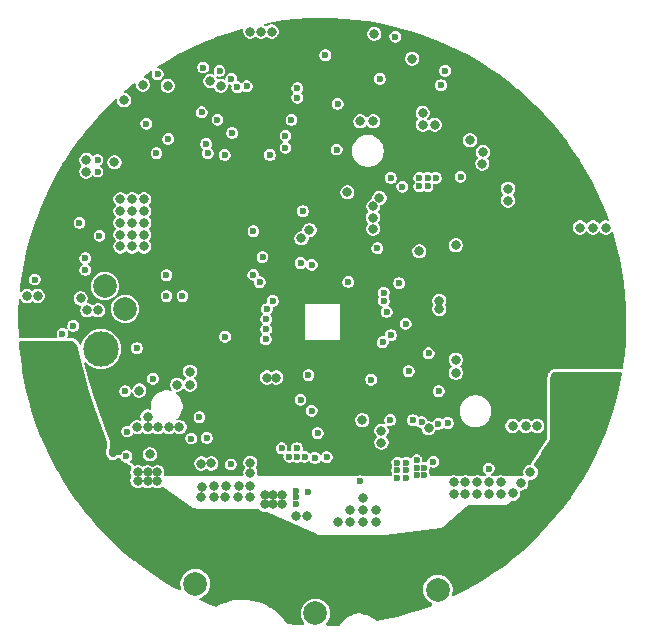
<source format=gbr>
%TF.GenerationSoftware,KiCad,Pcbnew,9.0.0*%
%TF.CreationDate,2025-06-25T03:54:54+08:00*%
%TF.ProjectId,CAPSTONE_MC,43415053-544f-44e4-955f-4d432e6b6963,Ver. 1.0.0*%
%TF.SameCoordinates,Original*%
%TF.FileFunction,Copper,L4,Inr*%
%TF.FilePolarity,Positive*%
%FSLAX46Y46*%
G04 Gerber Fmt 4.6, Leading zero omitted, Abs format (unit mm)*
G04 Created by KiCad (PCBNEW 9.0.0) date 2025-06-25 03:54:54*
%MOMM*%
%LPD*%
G01*
G04 APERTURE LIST*
%TA.AperFunction,ComponentPad*%
%ADD10C,2.000000*%
%TD*%
%TA.AperFunction,ComponentPad*%
%ADD11C,3.000000*%
%TD*%
%TA.AperFunction,ViaPad*%
%ADD12C,0.800000*%
%TD*%
%TA.AperFunction,ViaPad*%
%ADD13C,0.600000*%
%TD*%
%TA.AperFunction,Conductor*%
%ADD14C,0.500000*%
%TD*%
G04 APERTURE END LIST*
D10*
%TO.N,/CANL*%
%TO.C,TP16*%
X84295000Y-57885000D03*
%TD*%
%TO.N,/CANH*%
%TO.C,TP13*%
X82575000Y-55955000D03*
%TD*%
D11*
%TO.N,GND*%
%TO.C,TP2*%
X82245000Y-61265000D03*
%TD*%
%TO.N,/HVBUS*%
%TO.C,TP1*%
X77505000Y-63925000D03*
%TD*%
D10*
%TO.N,/HS2*%
%TO.C,TP4*%
X100415000Y-83665000D03*
%TD*%
%TO.N,/HS3*%
%TO.C,TP5*%
X110775000Y-81655000D03*
%TD*%
%TO.N,/HS1*%
%TO.C,TP3*%
X90235000Y-81165000D03*
%TD*%
D12*
%TO.N,GND*%
X80540000Y-57000000D03*
D13*
%TO.N,/LED_GREEN*%
X79900000Y-59330000D03*
D12*
%TO.N,GND*%
X112300000Y-52500000D03*
X93900000Y-72900000D03*
X91500000Y-38600000D03*
X92400000Y-39000000D03*
X115120000Y-73580000D03*
D13*
X98200000Y-70400000D03*
D12*
X92800000Y-72900000D03*
X102300000Y-75900000D03*
D13*
X103200000Y-55600000D03*
D12*
X105830000Y-48505000D03*
X85800000Y-38900000D03*
X104370001Y-67305331D03*
X91785000Y-73805000D03*
X103112653Y-48012653D03*
D13*
X109400000Y-67470000D03*
D12*
X116120000Y-73580000D03*
X96700000Y-34400000D03*
X114120000Y-73580000D03*
X89800000Y-64300000D03*
X116710000Y-47710000D03*
D13*
X106100000Y-60700000D03*
D12*
X99225000Y-51912653D03*
X117800000Y-72600000D03*
X85900000Y-51600000D03*
X103300000Y-75900000D03*
X116720000Y-48730000D03*
D13*
X98845558Y-69664442D03*
D12*
X99690000Y-75440000D03*
D13*
X109580000Y-71330000D03*
X98775000Y-73295000D03*
D12*
X93885000Y-73805000D03*
X96300000Y-63700000D03*
X88900000Y-67900000D03*
X113110000Y-73580000D03*
X81100000Y-58000000D03*
X84900000Y-48600000D03*
X87100000Y-67900000D03*
D13*
X84470000Y-68270000D03*
X86100000Y-42200000D03*
X108970000Y-70700000D03*
X98775000Y-74434250D03*
D12*
X103300000Y-74900000D03*
D13*
X108980000Y-71940000D03*
D12*
X89800000Y-63200000D03*
X83900000Y-52600000D03*
X112300000Y-63300000D03*
X109500000Y-41300000D03*
X104200000Y-42000000D03*
X110900000Y-57900000D03*
X114120000Y-72580000D03*
X105500000Y-75900000D03*
X125000000Y-51000000D03*
X90750000Y-73830000D03*
X92785000Y-73805000D03*
X116120000Y-72580000D03*
X110500000Y-42300000D03*
X90750000Y-70980000D03*
X83393674Y-45481021D03*
X117100000Y-73500000D03*
X85900000Y-52600000D03*
X97100000Y-63700000D03*
X86400000Y-70200000D03*
X105285000Y-50155000D03*
X114540000Y-45580000D03*
D13*
X109595000Y-71947000D03*
X98845558Y-70400000D03*
D12*
X82000000Y-58000000D03*
D13*
X106200000Y-56500000D03*
X106800000Y-60100000D03*
D12*
X110000000Y-68000000D03*
X119200000Y-67800000D03*
X106000000Y-69200000D03*
X105300000Y-42000000D03*
X85900000Y-49600000D03*
X112110000Y-73580000D03*
X85900000Y-48600000D03*
X88000000Y-67900000D03*
X94900000Y-72900000D03*
X83900000Y-49600000D03*
X110900000Y-57200000D03*
X91600000Y-70970000D03*
X112300000Y-62200000D03*
X104400000Y-74900000D03*
X94900000Y-34400000D03*
X114600000Y-44600000D03*
X105400000Y-34600000D03*
X99907322Y-51217984D03*
X112110000Y-72580000D03*
D13*
X108970000Y-71320000D03*
D12*
X86200000Y-67900000D03*
X106000000Y-68200000D03*
X76900000Y-56800000D03*
X94900000Y-70900000D03*
X118600000Y-71700000D03*
X113500000Y-43600000D03*
X109500000Y-42300000D03*
X84900000Y-49600000D03*
X104400000Y-75900000D03*
X83900000Y-48600000D03*
X118200000Y-67800000D03*
D13*
X108670000Y-67310000D03*
D12*
X85300000Y-67900000D03*
X109200000Y-53000000D03*
X122800000Y-51000000D03*
X94905000Y-71765000D03*
D13*
X107500000Y-55700000D03*
D12*
X104400000Y-73900000D03*
X98790000Y-75440000D03*
X83900000Y-51600000D03*
D13*
X106200000Y-57200000D03*
X98780000Y-73850000D03*
X96800000Y-57200000D03*
D12*
X90765000Y-72925000D03*
X105300000Y-51100000D03*
X123900000Y-51000000D03*
X113110000Y-72580000D03*
X84900000Y-51600000D03*
X76000000Y-56800000D03*
X94885000Y-73805000D03*
X88700000Y-64300000D03*
X85900000Y-50600000D03*
X105300000Y-49200000D03*
X85500000Y-64800000D03*
X95800000Y-34400000D03*
D13*
X99500000Y-70400000D03*
D12*
X108600000Y-36700000D03*
X87900000Y-39000000D03*
X117100000Y-67800000D03*
D13*
X81965000Y-46255000D03*
D12*
X84900000Y-50600000D03*
X105500000Y-74900000D03*
X91800000Y-72900000D03*
D13*
X81965000Y-45285000D03*
D12*
X84200000Y-40200000D03*
X83900000Y-50600000D03*
X84900000Y-52600000D03*
X86200000Y-67000000D03*
X115120000Y-72580000D03*
D13*
%TO.N,+3V3*%
X87050000Y-38000000D03*
X90900000Y-37450000D03*
X101250000Y-36400000D03*
X99350000Y-49600000D03*
X76650000Y-55400000D03*
%TO.N,+3.3VA*%
X86950000Y-44700000D03*
X95931147Y-53500000D03*
X106800000Y-46800000D03*
X100100000Y-66500000D03*
X84300000Y-64850000D03*
X107775000Y-47535000D03*
X110000000Y-61650000D03*
%TO.N,GNDA*%
X87900000Y-45700000D03*
X107400000Y-66100000D03*
D12*
X84800000Y-65700000D03*
D13*
X96000000Y-68400000D03*
X95877210Y-51846955D03*
X91150000Y-43100000D03*
D12*
X107300000Y-48500000D03*
D13*
X97200000Y-68700000D03*
X100900000Y-65200000D03*
X83259054Y-70127764D03*
X109035000Y-60100000D03*
X109013370Y-61586630D03*
X111700000Y-59105000D03*
X84800000Y-63175000D03*
D12*
%TO.N,/HVBUS*%
X79900000Y-68750000D03*
X79900000Y-66750000D03*
X84400000Y-74300000D03*
X114100000Y-75700000D03*
X94800000Y-75900000D03*
X106600000Y-83400000D03*
X83300000Y-76500000D03*
X104500000Y-78100000D03*
X104500000Y-83400000D03*
X113500000Y-79100000D03*
X84400000Y-76500000D03*
X79900000Y-64700000D03*
X83300000Y-75400000D03*
X94800000Y-80800000D03*
X92800000Y-75900000D03*
X92800000Y-81800000D03*
X117200000Y-76800000D03*
X83300000Y-74300000D03*
X113500000Y-80300000D03*
X111900000Y-76800000D03*
X123100000Y-68100000D03*
X116135000Y-79095000D03*
X78895000Y-65700000D03*
X105500000Y-78100000D03*
X116150000Y-77915000D03*
X106600000Y-81200000D03*
X116100000Y-76800000D03*
X120900000Y-69400000D03*
X92800000Y-76900000D03*
X105500000Y-79100000D03*
X122000000Y-69400000D03*
X116100000Y-75700000D03*
X122000000Y-66800000D03*
X105500000Y-83400000D03*
X120900000Y-70700000D03*
X103500000Y-79100000D03*
X104500000Y-79100000D03*
X113000000Y-75700000D03*
X119700000Y-70700000D03*
X84400000Y-75400000D03*
X78905000Y-69750000D03*
X77905000Y-67750000D03*
X79900000Y-62700000D03*
X79905000Y-70750000D03*
X115100000Y-75700000D03*
X114100000Y-76800000D03*
X94800000Y-81700000D03*
X92800000Y-80800000D03*
X84400000Y-73200000D03*
X79900000Y-69750000D03*
X107600000Y-83400000D03*
X93800000Y-81700000D03*
X117200000Y-77900000D03*
X78900000Y-68750000D03*
X79895000Y-65700000D03*
X103500000Y-83400000D03*
X113000000Y-76800000D03*
X94800000Y-76900000D03*
X106600000Y-82300000D03*
X93800000Y-80800000D03*
X93800000Y-75900000D03*
X84400000Y-77600000D03*
X122000000Y-68100000D03*
X93800000Y-76900000D03*
X78905000Y-70750000D03*
X79900000Y-63700000D03*
X107600000Y-81200000D03*
X117200000Y-75700000D03*
X120900000Y-68100000D03*
X103500000Y-82300000D03*
D13*
X80900000Y-65000000D03*
D12*
X79900000Y-71750000D03*
X79905000Y-67750000D03*
X115100000Y-76800000D03*
X77900000Y-68750000D03*
X77905000Y-66750000D03*
X83300000Y-73200000D03*
D13*
X85300000Y-61200000D03*
D12*
X123100000Y-66800000D03*
X78905000Y-66750000D03*
X107600000Y-82300000D03*
X103500000Y-78100000D03*
X78905000Y-67750000D03*
X108700000Y-82300000D03*
D13*
%TO.N,+3V8*%
X109200000Y-47500000D03*
X112700000Y-46700000D03*
D12*
X81005000Y-45285000D03*
D13*
X109900000Y-47500000D03*
X105655000Y-52745000D03*
X110600000Y-46800000D03*
X109200000Y-46800000D03*
D12*
X81005000Y-46255000D03*
D13*
X109900000Y-46800000D03*
%TO.N,/HS2*%
X104186750Y-72490000D03*
%TO.N,/HS3*%
X115080000Y-71410000D03*
%TO.N,/HS1*%
X93245000Y-71055000D03*
%TO.N,/CURRENT_3*%
X108300000Y-63150000D03*
X93360000Y-42990000D03*
%TO.N,/CURRENT_2*%
X92112064Y-41880692D03*
X99150000Y-65580000D03*
%TO.N,/CURRENT_1*%
X86650000Y-63800000D03*
X90780000Y-41238000D03*
%TO.N,/ADC_TEMP*%
X92758058Y-60241942D03*
X99820000Y-63490000D03*
%TO.N,/TEMP_MOTOR*%
X95160000Y-51295000D03*
%TO.N,/CANH*%
X111397921Y-37724796D03*
X87800000Y-55025000D03*
%TO.N,/CANL*%
X87800000Y-56800000D03*
X111041942Y-38941942D03*
%TO.N,/U1_RX_FAULT*%
X80435000Y-50605000D03*
X93801000Y-39130000D03*
%TO.N,/U1_TX_SERVO*%
X94595342Y-39035000D03*
X82125000Y-51695000D03*
%TO.N,/LED_RED*%
X95691117Y-55625000D03*
X100100000Y-54150000D03*
X78990000Y-59990001D03*
%TO.N,/LED_GREEN*%
X99150000Y-54000000D03*
X95150000Y-55000000D03*
%TO.N,Net-(U4-VS)*%
X107330000Y-71550000D03*
X108100000Y-72190000D03*
X107330000Y-72190000D03*
X108110000Y-71550000D03*
X107340000Y-70900000D03*
X108100000Y-70900000D03*
X106750000Y-67290000D03*
D12*
%TO.N,Net-(U3-VS)*%
X97620000Y-74420000D03*
X96140000Y-74430000D03*
X96860000Y-74430000D03*
X96140000Y-73670000D03*
D13*
X97540000Y-69690000D03*
D12*
X97600000Y-73670000D03*
X96860000Y-73670000D03*
%TO.N,Net-(U2-VS)*%
X86200000Y-72430000D03*
X87020000Y-72430000D03*
X87020000Y-71710000D03*
D13*
X84400000Y-70360000D03*
D12*
X86200000Y-71710000D03*
X85380000Y-72420000D03*
X85390000Y-71710000D03*
D13*
%TO.N,/AN_IN*%
X87950000Y-43500000D03*
X89150000Y-56800000D03*
%TO.N,/VOLTAGE_1*%
X90590000Y-67040000D03*
X91161930Y-43925300D03*
%TO.N,/VOLTAGE_2*%
X91302298Y-44712892D03*
X99795000Y-73365000D03*
%TO.N,/VOLTAGE_3*%
X110395000Y-70815000D03*
X92733000Y-44850000D03*
%TO.N,/USB_DM*%
X98880000Y-40000003D03*
X80930000Y-54585000D03*
%TO.N,/USB_DP*%
X98880000Y-39200000D03*
X80935000Y-53595000D03*
%TO.N,/L1*%
X89890000Y-68860000D03*
X96556147Y-44850000D03*
%TO.N,/TX_SCL_MOSI*%
X96306149Y-57906149D03*
%TO.N,/H1*%
X91215000Y-68810000D03*
X97875000Y-43225000D03*
%TO.N,/L3*%
X102215000Y-44395822D03*
X110826707Y-67615293D03*
%TO.N,/L2*%
X100385001Y-70508771D03*
X97875000Y-44230000D03*
%TO.N,/H3*%
X111623799Y-67547109D03*
X102290000Y-40530000D03*
%TO.N,/MISO_ADC_EXT2*%
X96258058Y-58741942D03*
%TO.N,/H2*%
X98383058Y-41883058D03*
X101370000Y-70440000D03*
%TO.N,/SCK_ADC_EXT*%
X96240750Y-59608519D03*
%TO.N,/CAN_RX*%
X105870000Y-38410000D03*
X93293161Y-38410000D03*
%TO.N,/CAN_TX*%
X92290000Y-37736902D03*
X107180000Y-34840000D03*
%TO.N,/RX_SDA_NSS*%
X96208242Y-60459895D03*
%TO.N,/Vref*%
X108050000Y-59150000D03*
X100600000Y-68400000D03*
X106444669Y-58144669D03*
X105121942Y-63878058D03*
X110850000Y-64850000D03*
%TD*%
D14*
%TO.N,GNDA*%
X83259054Y-70127764D02*
X83259054Y-67240946D01*
X83259054Y-67240946D02*
X84800000Y-65700000D01*
%TD*%
%TA.AperFunction,Conductor*%
%TO.N,/HVBUS*%
G36*
X79722075Y-60601070D02*
G01*
X79733505Y-60602581D01*
X79827711Y-60615040D01*
X79859100Y-60623490D01*
X79949872Y-60661278D01*
X79977986Y-60677599D01*
X80001415Y-60695687D01*
X80055808Y-60737680D01*
X80078718Y-60760753D01*
X80138243Y-60838996D01*
X80154368Y-60867232D01*
X80194621Y-60965891D01*
X80199771Y-60981349D01*
X81220228Y-64881766D01*
X81225343Y-64899912D01*
X81231111Y-64917779D01*
X81466163Y-65601565D01*
X81484511Y-65654941D01*
X81498582Y-65695873D01*
X81499996Y-65699934D01*
X81501568Y-65704314D01*
X81832906Y-66615493D01*
X82751088Y-69140492D01*
X82758554Y-69182866D01*
X82758554Y-69480667D01*
X82754943Y-69506407D01*
X82755515Y-69506512D01*
X82754420Y-69512508D01*
X82710984Y-70038528D01*
X82709475Y-70047213D01*
X82709614Y-70047232D01*
X82708554Y-70055287D01*
X82708554Y-70055289D01*
X82708554Y-70200239D01*
X82742661Y-70327525D01*
X82746071Y-70340252D01*
X82818542Y-70465775D01*
X82818544Y-70465777D01*
X82818545Y-70465779D01*
X82921039Y-70568273D01*
X82921040Y-70568274D01*
X82921042Y-70568275D01*
X83046565Y-70640746D01*
X83046566Y-70640746D01*
X83046569Y-70640748D01*
X83186579Y-70678264D01*
X83186582Y-70678264D01*
X83331526Y-70678264D01*
X83331529Y-70678264D01*
X83471539Y-70640748D01*
X83597069Y-70568273D01*
X83609197Y-70556144D01*
X83636834Y-70541052D01*
X83663560Y-70524385D01*
X83667266Y-70524435D01*
X83670518Y-70522660D01*
X83701922Y-70524905D01*
X83733423Y-70525332D01*
X83737965Y-70527481D01*
X83740209Y-70527642D01*
X83765326Y-70540428D01*
X83907994Y-70634871D01*
X83946932Y-70676264D01*
X83959490Y-70698014D01*
X83959491Y-70698015D01*
X84061985Y-70800509D01*
X84187515Y-70872984D01*
X84302721Y-70903853D01*
X84339065Y-70920226D01*
X84623309Y-71108387D01*
X84787316Y-71216956D01*
X84832351Y-71270375D01*
X84841357Y-71339662D01*
X84821974Y-71389240D01*
X84813541Y-71401861D01*
X84813533Y-71401875D01*
X84764499Y-71520255D01*
X84764497Y-71520261D01*
X84739500Y-71645928D01*
X84739500Y-71645931D01*
X84739500Y-71774069D01*
X84739500Y-71774071D01*
X84739499Y-71774071D01*
X84764497Y-71899738D01*
X84764500Y-71899748D01*
X84808602Y-72006221D01*
X84816071Y-72075691D01*
X84805498Y-72106093D01*
X84805866Y-72106246D01*
X84754499Y-72230255D01*
X84754497Y-72230261D01*
X84729500Y-72355928D01*
X84729500Y-72355931D01*
X84729500Y-72484069D01*
X84729500Y-72484071D01*
X84729499Y-72484071D01*
X84754497Y-72609738D01*
X84754499Y-72609744D01*
X84803533Y-72728124D01*
X84803538Y-72728133D01*
X84874723Y-72834668D01*
X84874726Y-72834672D01*
X84965327Y-72925273D01*
X84965331Y-72925276D01*
X85071866Y-72996461D01*
X85071875Y-72996466D01*
X85076187Y-72998252D01*
X85190256Y-73045501D01*
X85190260Y-73045501D01*
X85190261Y-73045502D01*
X85315928Y-73070500D01*
X85315931Y-73070500D01*
X85444071Y-73070500D01*
X85528615Y-73053682D01*
X85569744Y-73045501D01*
X85688127Y-72996465D01*
X85713627Y-72979425D01*
X85780301Y-72958549D01*
X85847682Y-72977033D01*
X85851407Y-72979427D01*
X85891866Y-73006461D01*
X85891872Y-73006464D01*
X85891873Y-73006465D01*
X86010256Y-73055501D01*
X86010260Y-73055501D01*
X86010261Y-73055502D01*
X86135928Y-73080500D01*
X86135931Y-73080500D01*
X86264071Y-73080500D01*
X86348615Y-73063682D01*
X86389744Y-73055501D01*
X86508127Y-73006465D01*
X86541109Y-72984426D01*
X86607785Y-72963548D01*
X86675165Y-72982032D01*
X86678868Y-72984412D01*
X86711873Y-73006465D01*
X86830256Y-73055501D01*
X86830260Y-73055501D01*
X86830261Y-73055502D01*
X86955928Y-73080500D01*
X86955931Y-73080500D01*
X87084071Y-73080500D01*
X87168615Y-73063682D01*
X87209744Y-73055501D01*
X87328127Y-73006465D01*
X87340420Y-72998250D01*
X87407093Y-72977370D01*
X87474474Y-72995851D01*
X87477721Y-72997927D01*
X90074506Y-74716926D01*
X90206387Y-74778781D01*
X90350494Y-74799999D01*
X90350496Y-74800000D01*
X90350499Y-74800000D01*
X95539417Y-74800000D01*
X95606456Y-74819685D01*
X95630071Y-74840706D01*
X95630416Y-74840362D01*
X95725327Y-74935273D01*
X95725331Y-74935276D01*
X95831866Y-75006461D01*
X95831872Y-75006464D01*
X95831873Y-75006465D01*
X95950256Y-75055501D01*
X95950260Y-75055501D01*
X95950261Y-75055502D01*
X96075928Y-75080500D01*
X96075931Y-75080500D01*
X96204072Y-75080500D01*
X96222454Y-75076842D01*
X96248849Y-75071592D01*
X96318439Y-75077816D01*
X96323810Y-75080077D01*
X100502300Y-76956135D01*
X100602375Y-76988911D01*
X100707095Y-77000000D01*
X100707104Y-77000000D01*
X106269502Y-77000000D01*
X106269517Y-77000000D01*
X106299915Y-76999073D01*
X106299924Y-76999072D01*
X106299943Y-76999072D01*
X106330272Y-76996293D01*
X111042774Y-76419252D01*
X111189821Y-76377725D01*
X111317460Y-76293727D01*
X113151529Y-74634330D01*
X113163372Y-74624866D01*
X113244689Y-74567685D01*
X113271427Y-74553413D01*
X113357022Y-74520438D01*
X113386426Y-74513082D01*
X113463084Y-74503638D01*
X113485073Y-74500930D01*
X113500233Y-74500000D01*
X116427302Y-74500000D01*
X116550835Y-74484499D01*
X116666708Y-74438959D01*
X116767738Y-74366201D01*
X116847660Y-74270739D01*
X116892003Y-74201890D01*
X116944848Y-74156191D01*
X117014017Y-74146316D01*
X117020437Y-74147417D01*
X117027357Y-74148794D01*
X117035930Y-74150500D01*
X117035931Y-74150500D01*
X117164071Y-74150500D01*
X117248615Y-74133682D01*
X117289744Y-74125501D01*
X117408127Y-74076465D01*
X117514669Y-74005276D01*
X117605276Y-73914669D01*
X117676465Y-73808127D01*
X117725501Y-73689744D01*
X117742173Y-73605931D01*
X117750500Y-73564071D01*
X117750500Y-73435928D01*
X117743093Y-73398692D01*
X117749320Y-73329100D01*
X117792183Y-73273923D01*
X117858072Y-73250678D01*
X117863832Y-73250523D01*
X117864071Y-73250500D01*
X117948615Y-73233682D01*
X117989744Y-73225501D01*
X118108127Y-73176465D01*
X118214669Y-73105276D01*
X118305276Y-73014669D01*
X118376465Y-72908127D01*
X118425501Y-72789744D01*
X118442759Y-72702984D01*
X118450500Y-72664071D01*
X118450500Y-72535928D01*
X118443093Y-72498692D01*
X118449320Y-72429100D01*
X118492183Y-72373923D01*
X118558072Y-72350678D01*
X118564710Y-72350500D01*
X118664071Y-72350500D01*
X118762959Y-72330829D01*
X118789744Y-72325501D01*
X118908127Y-72276465D01*
X119014669Y-72205276D01*
X119105276Y-72114669D01*
X119176465Y-72008127D01*
X119225501Y-71889744D01*
X119237570Y-71829069D01*
X119250500Y-71764071D01*
X119250500Y-71635928D01*
X119225502Y-71510261D01*
X119225501Y-71510260D01*
X119225501Y-71510256D01*
X119176465Y-71391873D01*
X119176464Y-71391872D01*
X119176461Y-71391866D01*
X119105276Y-71285331D01*
X119105273Y-71285327D01*
X119014672Y-71194726D01*
X119014665Y-71194721D01*
X118986116Y-71175644D01*
X118941311Y-71122031D01*
X118932605Y-71052706D01*
X118950757Y-71005404D01*
X119475260Y-70191045D01*
X119633736Y-69944990D01*
X120220358Y-69034182D01*
X120279676Y-68904548D01*
X120300000Y-68763444D01*
X120300000Y-63708125D01*
X120301061Y-63691940D01*
X120314906Y-63586776D01*
X120323284Y-63555508D01*
X120360740Y-63465081D01*
X120376923Y-63437050D01*
X120436513Y-63359392D01*
X120459392Y-63336513D01*
X120537050Y-63276923D01*
X120565079Y-63260740D01*
X120655509Y-63223283D01*
X120686775Y-63214906D01*
X120791941Y-63201061D01*
X120808126Y-63200000D01*
X126249535Y-63200000D01*
X126316574Y-63219685D01*
X126362329Y-63272489D01*
X126372273Y-63341647D01*
X126371860Y-63344306D01*
X126365101Y-63385005D01*
X126310748Y-63712262D01*
X126309859Y-63717036D01*
X126106785Y-64699871D01*
X126105709Y-64704607D01*
X125864311Y-65678696D01*
X125863051Y-65683387D01*
X125583682Y-66647301D01*
X125582239Y-66651938D01*
X125265334Y-67604184D01*
X125263710Y-67608762D01*
X124909766Y-68547840D01*
X124907964Y-68552351D01*
X124517511Y-69476860D01*
X124515534Y-69481296D01*
X124089182Y-70389790D01*
X124087033Y-70394146D01*
X123625421Y-71285264D01*
X123623103Y-71289532D01*
X123126954Y-72161876D01*
X123124471Y-72166050D01*
X122594528Y-73018317D01*
X122591883Y-73022390D01*
X122028978Y-73853236D01*
X122026175Y-73857203D01*
X121431179Y-74665349D01*
X121428224Y-74669203D01*
X120802014Y-75453456D01*
X120798909Y-75457192D01*
X120142481Y-76216303D01*
X120139233Y-76219914D01*
X119453573Y-76952744D01*
X119450186Y-76956225D01*
X118736343Y-77661652D01*
X118732822Y-77664997D01*
X117991923Y-78341906D01*
X117988274Y-78345111D01*
X117221427Y-78992494D01*
X117217655Y-78995554D01*
X116426043Y-79612411D01*
X116422154Y-79615321D01*
X115606982Y-80200709D01*
X115602982Y-80203464D01*
X114765531Y-80756466D01*
X114761426Y-80759063D01*
X113902951Y-81278852D01*
X113898748Y-81281286D01*
X113020564Y-81767063D01*
X113016269Y-81769330D01*
X112129927Y-82215217D01*
X112061192Y-82227760D01*
X111996588Y-82201151D01*
X111956625Y-82143838D01*
X111953992Y-82074018D01*
X111956258Y-82066163D01*
X111994709Y-81947826D01*
X112004443Y-81886365D01*
X112025500Y-81753422D01*
X112025500Y-81556577D01*
X111994709Y-81362173D01*
X111962621Y-81263417D01*
X111933884Y-81174975D01*
X111933882Y-81174972D01*
X111933882Y-81174970D01*
X111844523Y-80999594D01*
X111728828Y-80840354D01*
X111589646Y-80701172D01*
X111430405Y-80585476D01*
X111255029Y-80496117D01*
X111067826Y-80435290D01*
X110873422Y-80404500D01*
X110873417Y-80404500D01*
X110676583Y-80404500D01*
X110676578Y-80404500D01*
X110482173Y-80435290D01*
X110294970Y-80496117D01*
X110119594Y-80585476D01*
X110028741Y-80651485D01*
X109960354Y-80701172D01*
X109960352Y-80701174D01*
X109960351Y-80701174D01*
X109821174Y-80840351D01*
X109821174Y-80840352D01*
X109821172Y-80840354D01*
X109771485Y-80908741D01*
X109705476Y-80999594D01*
X109616117Y-81174970D01*
X109555290Y-81362173D01*
X109524500Y-81556577D01*
X109524500Y-81753422D01*
X109555290Y-81947826D01*
X109616117Y-82135029D01*
X109705476Y-82310405D01*
X109821172Y-82469646D01*
X109960354Y-82608828D01*
X110019259Y-82651625D01*
X110119596Y-82724525D01*
X110265131Y-82798678D01*
X110315928Y-82846652D01*
X110332723Y-82914473D01*
X110310186Y-82980608D01*
X110255471Y-83024060D01*
X110251191Y-83025705D01*
X109320607Y-83363898D01*
X109316011Y-83365468D01*
X108360066Y-83671061D01*
X108355411Y-83672449D01*
X107388248Y-83940366D01*
X107383543Y-83941570D01*
X106406665Y-84171399D01*
X106401916Y-84172419D01*
X105633858Y-84321640D01*
X105564295Y-84315102D01*
X105518944Y-84283861D01*
X105424410Y-84181084D01*
X105424395Y-84181070D01*
X105230673Y-84020478D01*
X105230663Y-84020471D01*
X105230662Y-84020470D01*
X105040223Y-83901821D01*
X105017072Y-83887397D01*
X105017069Y-83887396D01*
X105017065Y-83887393D01*
X104787503Y-83784272D01*
X104716914Y-83763422D01*
X104546158Y-83712985D01*
X104546147Y-83712982D01*
X104297408Y-83674822D01*
X104122152Y-83671800D01*
X104045778Y-83670483D01*
X104045777Y-83670483D01*
X104045774Y-83670483D01*
X103795869Y-83700045D01*
X103795860Y-83700046D01*
X103596984Y-83751407D01*
X103552194Y-83762975D01*
X103552192Y-83762975D01*
X103552191Y-83762976D01*
X103552183Y-83762978D01*
X103319213Y-83858120D01*
X103319208Y-83858123D01*
X103101154Y-83983757D01*
X102901994Y-84137589D01*
X102901978Y-84137603D01*
X102725346Y-84316823D01*
X102725339Y-84316831D01*
X102574414Y-84518217D01*
X102574406Y-84518229D01*
X102510111Y-84633672D01*
X102460294Y-84682662D01*
X102403770Y-84697321D01*
X101696579Y-84708672D01*
X101693854Y-84708686D01*
X101439917Y-84707181D01*
X101372995Y-84687099D01*
X101327554Y-84634025D01*
X101318021Y-84564809D01*
X101347422Y-84501426D01*
X101352943Y-84495530D01*
X101368828Y-84479646D01*
X101484524Y-84320405D01*
X101573884Y-84145025D01*
X101634709Y-83957826D01*
X101643579Y-83901821D01*
X101665500Y-83763422D01*
X101665500Y-83566577D01*
X101634709Y-83372173D01*
X101573882Y-83184970D01*
X101518643Y-83076557D01*
X101484524Y-83009595D01*
X101368828Y-82850354D01*
X101229646Y-82711172D01*
X101070405Y-82595476D01*
X100895029Y-82506117D01*
X100707826Y-82445290D01*
X100513422Y-82414500D01*
X100513417Y-82414500D01*
X100316583Y-82414500D01*
X100316578Y-82414500D01*
X100122173Y-82445290D01*
X99934970Y-82506117D01*
X99759594Y-82595476D01*
X99682316Y-82651623D01*
X99600354Y-82711172D01*
X99600352Y-82711174D01*
X99600351Y-82711174D01*
X99461174Y-82850351D01*
X99461174Y-82850352D01*
X99461172Y-82850354D01*
X99443477Y-82874709D01*
X99345476Y-83009594D01*
X99256117Y-83184970D01*
X99195290Y-83372173D01*
X99164500Y-83566577D01*
X99164500Y-83763422D01*
X99195290Y-83957826D01*
X99256117Y-84145029D01*
X99345476Y-84320405D01*
X99444266Y-84456377D01*
X99467746Y-84522184D01*
X99451921Y-84590238D01*
X99401815Y-84638933D01*
X99337765Y-84653109D01*
X98875014Y-84630007D01*
X98872294Y-84629841D01*
X98124735Y-84576030D01*
X98059282Y-84551583D01*
X98028333Y-84517823D01*
X98025735Y-84513644D01*
X98025730Y-84513638D01*
X97788628Y-84196898D01*
X97788626Y-84196896D01*
X97788621Y-84196889D01*
X97598214Y-83983757D01*
X97525018Y-83901824D01*
X97525015Y-83901821D01*
X97509685Y-83887393D01*
X97236886Y-83630643D01*
X96926395Y-83385389D01*
X96926389Y-83385384D01*
X96621822Y-83184975D01*
X96595864Y-83167894D01*
X96247769Y-82979787D01*
X96247766Y-82979786D01*
X96247763Y-82979784D01*
X96247764Y-82979784D01*
X95884726Y-82822479D01*
X95884720Y-82822476D01*
X95884716Y-82822475D01*
X95509423Y-82697137D01*
X95124700Y-82604712D01*
X95124692Y-82604710D01*
X95124689Y-82604710D01*
X94733428Y-82545890D01*
X94338535Y-82521113D01*
X94338534Y-82521113D01*
X93942977Y-82530566D01*
X93942968Y-82530567D01*
X93942957Y-82530567D01*
X93549731Y-82574175D01*
X93161691Y-82651625D01*
X92812327Y-82753434D01*
X92781832Y-82762321D01*
X92781827Y-82762323D01*
X92412948Y-82905444D01*
X92057839Y-83079912D01*
X92057826Y-83079920D01*
X92048037Y-83085827D01*
X91980468Y-83103609D01*
X91938873Y-83095167D01*
X91899814Y-83079917D01*
X91760966Y-83025705D01*
X91170787Y-82795276D01*
X91166298Y-82793421D01*
X90656274Y-82570895D01*
X90602701Y-82526044D01*
X90581880Y-82459349D01*
X90600423Y-82391985D01*
X90652441Y-82345339D01*
X90667535Y-82339314D01*
X90715025Y-82323884D01*
X90890405Y-82234524D01*
X91049646Y-82118828D01*
X91188828Y-81979646D01*
X91304524Y-81820405D01*
X91393884Y-81645025D01*
X91454709Y-81457826D01*
X91469859Y-81362173D01*
X91485500Y-81263422D01*
X91485500Y-81066577D01*
X91454709Y-80872173D01*
X91399147Y-80701174D01*
X91393884Y-80684975D01*
X91393882Y-80684972D01*
X91393882Y-80684970D01*
X91304523Y-80509594D01*
X91188828Y-80350354D01*
X91049646Y-80211172D01*
X90890405Y-80095476D01*
X90715029Y-80006117D01*
X90527826Y-79945290D01*
X90333422Y-79914500D01*
X90333417Y-79914500D01*
X90136583Y-79914500D01*
X90136578Y-79914500D01*
X89942173Y-79945290D01*
X89754970Y-80006117D01*
X89579594Y-80095476D01*
X89488741Y-80161485D01*
X89420354Y-80211172D01*
X89420352Y-80211174D01*
X89420351Y-80211174D01*
X89281174Y-80350351D01*
X89281174Y-80350352D01*
X89281172Y-80350354D01*
X89231485Y-80418741D01*
X89165476Y-80509594D01*
X89076117Y-80684970D01*
X89015290Y-80872173D01*
X88984500Y-81066577D01*
X88984500Y-81263422D01*
X89015290Y-81457826D01*
X89047214Y-81556074D01*
X89049209Y-81625915D01*
X89013129Y-81685748D01*
X88950428Y-81716577D01*
X88881014Y-81708613D01*
X88870953Y-81703817D01*
X88448716Y-81478736D01*
X88444475Y-81476368D01*
X87578012Y-80969945D01*
X87573868Y-80967412D01*
X86727936Y-80427468D01*
X86723917Y-80424791D01*
X85899747Y-79852110D01*
X85895824Y-79849268D01*
X85094728Y-79244763D01*
X85090909Y-79241762D01*
X84314105Y-78606350D01*
X84310407Y-78603202D01*
X83559092Y-77937866D01*
X83555519Y-77934575D01*
X83239278Y-77631615D01*
X82830810Y-77240301D01*
X82827409Y-77236913D01*
X82130443Y-76514790D01*
X82127140Y-76511231D01*
X81458991Y-75762370D01*
X81455830Y-75758683D01*
X81002057Y-75208127D01*
X80817556Y-74984274D01*
X80814566Y-74980500D01*
X80207047Y-74181609D01*
X80204186Y-74177689D01*
X80158089Y-74111873D01*
X79628467Y-73355687D01*
X79625763Y-73351661D01*
X79082660Y-72507719D01*
X79080121Y-72503598D01*
X79076526Y-72497500D01*
X78574551Y-71645931D01*
X78570491Y-71639043D01*
X78568107Y-71634811D01*
X78092734Y-70750981D01*
X78090517Y-70746659D01*
X77775679Y-70101985D01*
X77650102Y-69844850D01*
X77648062Y-69840455D01*
X77583832Y-69694724D01*
X77282159Y-69010256D01*
X77243313Y-68922117D01*
X77241442Y-68917635D01*
X77126127Y-68625501D01*
X76872963Y-67984144D01*
X76871290Y-67979651D01*
X76539628Y-67032378D01*
X76538142Y-67027850D01*
X76243827Y-66068305D01*
X76242513Y-66063699D01*
X75986018Y-65093422D01*
X75984869Y-65088703D01*
X75921706Y-64805276D01*
X75766568Y-64109132D01*
X75765609Y-64104391D01*
X75758102Y-64063162D01*
X75585847Y-63117068D01*
X75585071Y-63112277D01*
X75546016Y-62836985D01*
X75444103Y-62118613D01*
X75443521Y-62113841D01*
X75341569Y-61115362D01*
X75341179Y-61110619D01*
X75317437Y-60731753D01*
X75332890Y-60663616D01*
X75382729Y-60614648D01*
X75441194Y-60600000D01*
X79705818Y-60600000D01*
X79722075Y-60601070D01*
G37*
%TD.AperFunction*%
%TD*%
%TA.AperFunction,Conductor*%
%TO.N,GNDA*%
G36*
X101807327Y-33266949D02*
G01*
X101810179Y-33267039D01*
X102814422Y-33318300D01*
X102817277Y-33318502D01*
X103818758Y-33409052D01*
X103821586Y-33409363D01*
X104818794Y-33539068D01*
X104821613Y-33539491D01*
X105812931Y-33708142D01*
X105815797Y-33708689D01*
X106799711Y-33916023D01*
X106802514Y-33916672D01*
X107491894Y-34090394D01*
X107777543Y-34162377D01*
X107780377Y-34163150D01*
X108050899Y-34242708D01*
X108745056Y-34446856D01*
X108747823Y-34447729D01*
X109700641Y-34768992D01*
X109703379Y-34769975D01*
X110149417Y-34940096D01*
X110642862Y-35128298D01*
X110645586Y-35129398D01*
X111570339Y-35524245D01*
X111573018Y-35525452D01*
X112481599Y-35956212D01*
X112484153Y-35957485D01*
X113375216Y-36423522D01*
X113377718Y-36424894D01*
X114249831Y-36925459D01*
X114252316Y-36926951D01*
X115034323Y-37417481D01*
X115104140Y-37461275D01*
X115106595Y-37462884D01*
X115934714Y-38028704D01*
X115936780Y-38030115D01*
X115939163Y-38031811D01*
X116746547Y-38631156D01*
X116748862Y-38632946D01*
X117488341Y-39228182D01*
X117532128Y-39263428D01*
X117534378Y-39265312D01*
X118155634Y-39806817D01*
X118292381Y-39926009D01*
X118294548Y-39927975D01*
X118508247Y-40129500D01*
X119026071Y-40617826D01*
X119028168Y-40619883D01*
X119732092Y-41337829D01*
X119734105Y-41339963D01*
X119772715Y-41382558D01*
X120409415Y-42084973D01*
X120411345Y-42087188D01*
X120665271Y-42390382D01*
X121028845Y-42824500D01*
X121056953Y-42858061D01*
X121058787Y-42860342D01*
X121673704Y-43655898D01*
X121675429Y-43658221D01*
X121919191Y-44000500D01*
X122258725Y-44477258D01*
X122260382Y-44479683D01*
X122811151Y-45320927D01*
X122812712Y-45323416D01*
X123330113Y-46185579D01*
X123331572Y-46188122D01*
X123332114Y-46189110D01*
X123814817Y-47069897D01*
X123816178Y-47072501D01*
X124264508Y-47972496D01*
X124265765Y-47975148D01*
X124276728Y-47999501D01*
X124678516Y-48892036D01*
X124679669Y-48894738D01*
X125056185Y-49827057D01*
X125057232Y-49829802D01*
X125232765Y-50318785D01*
X125232538Y-50370088D01*
X125199388Y-50409242D01*
X125148825Y-50417927D01*
X125142764Y-50416570D01*
X125079057Y-50399500D01*
X124920943Y-50399500D01*
X124920941Y-50399500D01*
X124920937Y-50399501D01*
X124768217Y-50440422D01*
X124768214Y-50440423D01*
X124631283Y-50519480D01*
X124519480Y-50631283D01*
X124514952Y-50639127D01*
X124475651Y-50672104D01*
X124424348Y-50672104D01*
X124385048Y-50639127D01*
X124380519Y-50631283D01*
X124268716Y-50519480D01*
X124131785Y-50440423D01*
X124131782Y-50440422D01*
X123979062Y-50399501D01*
X123979059Y-50399500D01*
X123979057Y-50399500D01*
X123820943Y-50399500D01*
X123820941Y-50399500D01*
X123820937Y-50399501D01*
X123668217Y-50440422D01*
X123668214Y-50440423D01*
X123531283Y-50519480D01*
X123419480Y-50631283D01*
X123414952Y-50639127D01*
X123375651Y-50672104D01*
X123324348Y-50672104D01*
X123285048Y-50639127D01*
X123280519Y-50631283D01*
X123168716Y-50519480D01*
X123031785Y-50440423D01*
X123031782Y-50440422D01*
X122879062Y-50399501D01*
X122879059Y-50399500D01*
X122879057Y-50399500D01*
X122720943Y-50399500D01*
X122720941Y-50399500D01*
X122720937Y-50399501D01*
X122568217Y-50440422D01*
X122568214Y-50440423D01*
X122431283Y-50519480D01*
X122319480Y-50631283D01*
X122240423Y-50768214D01*
X122240422Y-50768217D01*
X122199501Y-50920937D01*
X122199500Y-50920945D01*
X122199500Y-51079054D01*
X122199501Y-51079062D01*
X122240422Y-51231782D01*
X122240423Y-51231785D01*
X122295913Y-51327896D01*
X122319480Y-51368716D01*
X122431284Y-51480520D01*
X122568216Y-51559577D01*
X122720943Y-51600500D01*
X122720945Y-51600500D01*
X122879055Y-51600500D01*
X122879057Y-51600500D01*
X123031784Y-51559577D01*
X123168716Y-51480520D01*
X123280520Y-51368716D01*
X123285048Y-51360873D01*
X123324346Y-51327896D01*
X123375649Y-51327894D01*
X123414949Y-51360868D01*
X123419480Y-51368716D01*
X123531284Y-51480520D01*
X123668216Y-51559577D01*
X123820943Y-51600500D01*
X123820945Y-51600500D01*
X123979055Y-51600500D01*
X123979057Y-51600500D01*
X124131784Y-51559577D01*
X124268716Y-51480520D01*
X124380520Y-51368716D01*
X124385048Y-51360873D01*
X124424346Y-51327896D01*
X124475649Y-51327894D01*
X124514949Y-51360868D01*
X124519480Y-51368716D01*
X124631284Y-51480520D01*
X124768216Y-51559577D01*
X124920943Y-51600500D01*
X124920945Y-51600500D01*
X125079055Y-51600500D01*
X125079057Y-51600500D01*
X125231784Y-51559577D01*
X125368716Y-51480520D01*
X125471704Y-51377531D01*
X125518199Y-51355850D01*
X125567754Y-51369128D01*
X125596264Y-51408009D01*
X125700300Y-51737916D01*
X125701128Y-51740734D01*
X125965738Y-52710767D01*
X125966456Y-52713616D01*
X126192884Y-53693307D01*
X126193489Y-53696182D01*
X126381372Y-54683964D01*
X126381864Y-54686860D01*
X126530918Y-55681226D01*
X126531297Y-55684139D01*
X126641299Y-56683616D01*
X126641563Y-56686542D01*
X126712340Y-57689548D01*
X126712489Y-57692482D01*
X126743930Y-58697459D01*
X126743965Y-58700396D01*
X126736025Y-59705884D01*
X126735944Y-59708821D01*
X126688635Y-60713205D01*
X126688439Y-60716136D01*
X126601836Y-61717879D01*
X126601526Y-61720800D01*
X126475753Y-62718418D01*
X126475328Y-62721325D01*
X126445067Y-62903524D01*
X126419859Y-62948207D01*
X126371827Y-62966232D01*
X126349950Y-62963198D01*
X126321525Y-62954851D01*
X126321521Y-62954850D01*
X126321520Y-62954850D01*
X126249535Y-62944500D01*
X120808126Y-62944500D01*
X120805554Y-62944584D01*
X120791402Y-62945047D01*
X120775252Y-62946106D01*
X120775239Y-62946107D01*
X120775228Y-62946108D01*
X120758592Y-62947747D01*
X120758587Y-62947747D01*
X120758563Y-62947750D01*
X120653452Y-62961588D01*
X120653430Y-62961591D01*
X120653426Y-62961592D01*
X120653422Y-62961592D01*
X120653408Y-62961595D01*
X120620674Y-62968105D01*
X120620662Y-62968108D01*
X120589385Y-62976488D01*
X120589383Y-62976489D01*
X120557728Y-62987233D01*
X120557725Y-62987234D01*
X120467300Y-63024689D01*
X120437327Y-63039471D01*
X120437316Y-63039477D01*
X120409302Y-63055651D01*
X120381509Y-63074222D01*
X120303853Y-63133811D01*
X120278728Y-63155844D01*
X120255844Y-63178728D01*
X120233811Y-63203853D01*
X120174224Y-63281507D01*
X120174206Y-63281532D01*
X120155659Y-63309290D01*
X120155649Y-63309306D01*
X120139461Y-63337346D01*
X120124690Y-63367302D01*
X120124680Y-63367324D01*
X120087227Y-63457747D01*
X120076490Y-63489373D01*
X120068107Y-63520662D01*
X120061596Y-63553401D01*
X120061590Y-63553437D01*
X120047750Y-63658562D01*
X120047747Y-63658586D01*
X120047747Y-63658591D01*
X120046750Y-63668716D01*
X120046106Y-63675251D01*
X120045047Y-63691401D01*
X120044500Y-63708127D01*
X120044500Y-68739764D01*
X120043734Y-68750458D01*
X120033571Y-68821009D01*
X120027536Y-68841521D01*
X119997881Y-68906330D01*
X119992736Y-68915735D01*
X118735951Y-70867059D01*
X118712216Y-70913867D01*
X118694074Y-70961144D01*
X118694064Y-70961171D01*
X118686210Y-70985102D01*
X118686209Y-70985104D01*
X118683009Y-71029851D01*
X118662067Y-71076686D01*
X118615920Y-71099102D01*
X118608200Y-71099500D01*
X118520943Y-71099500D01*
X118520941Y-71099500D01*
X118520937Y-71099501D01*
X118368217Y-71140422D01*
X118368214Y-71140423D01*
X118231283Y-71219480D01*
X118119480Y-71331283D01*
X118040423Y-71468214D01*
X118040422Y-71468217D01*
X117999501Y-71620937D01*
X117999500Y-71620945D01*
X117999500Y-71779054D01*
X117999501Y-71779062D01*
X118002179Y-71789057D01*
X118026844Y-71881108D01*
X118033404Y-71905588D01*
X118033105Y-71909004D01*
X118034821Y-71911976D01*
X118030899Y-71934213D01*
X118028933Y-71956696D01*
X118026507Y-71959121D01*
X118025912Y-71962500D01*
X118008618Y-71977011D01*
X117992657Y-71992973D01*
X117988497Y-71993895D01*
X117986612Y-71995477D01*
X117960960Y-72000000D01*
X117887772Y-72000000D01*
X117880138Y-71999500D01*
X117879057Y-71999500D01*
X117720943Y-71999500D01*
X117719862Y-71999500D01*
X117712228Y-72000000D01*
X116285436Y-72000000D01*
X116266026Y-71997444D01*
X116235777Y-71989339D01*
X116199062Y-71979501D01*
X116199059Y-71979500D01*
X116199057Y-71979500D01*
X116040943Y-71979500D01*
X116040941Y-71979500D01*
X116040937Y-71979501D01*
X115995091Y-71991785D01*
X115973973Y-71997444D01*
X115954564Y-72000000D01*
X115338995Y-72000000D01*
X115290786Y-71982453D01*
X115265134Y-71938024D01*
X115274043Y-71887500D01*
X115301495Y-71860048D01*
X115329183Y-71844062D01*
X115387314Y-71810500D01*
X115480500Y-71717314D01*
X115546392Y-71603186D01*
X115580500Y-71475892D01*
X115580500Y-71344108D01*
X115579055Y-71338716D01*
X115546393Y-71216817D01*
X115546391Y-71216812D01*
X115503074Y-71141786D01*
X115480500Y-71102686D01*
X115387314Y-71009500D01*
X115351994Y-70989108D01*
X115273187Y-70943608D01*
X115273182Y-70943606D01*
X115145899Y-70909501D01*
X115145893Y-70909500D01*
X115145892Y-70909500D01*
X115014108Y-70909500D01*
X115014106Y-70909500D01*
X115014100Y-70909501D01*
X114886817Y-70943606D01*
X114886812Y-70943608D01*
X114772685Y-71009500D01*
X114679500Y-71102685D01*
X114613608Y-71216812D01*
X114613606Y-71216817D01*
X114579501Y-71344100D01*
X114579500Y-71344110D01*
X114579500Y-71475889D01*
X114579501Y-71475899D01*
X114613606Y-71603182D01*
X114613608Y-71603187D01*
X114634681Y-71639686D01*
X114679500Y-71717314D01*
X114772686Y-71810500D01*
X114810791Y-71832500D01*
X114858505Y-71860048D01*
X114891482Y-71899349D01*
X114891482Y-71950652D01*
X114858505Y-71989952D01*
X114821005Y-72000000D01*
X114285436Y-72000000D01*
X114266026Y-71997444D01*
X114235777Y-71989339D01*
X114199062Y-71979501D01*
X114199059Y-71979500D01*
X114199057Y-71979500D01*
X114040943Y-71979500D01*
X114040941Y-71979500D01*
X114040937Y-71979501D01*
X113995091Y-71991785D01*
X113973973Y-71997444D01*
X113954564Y-72000000D01*
X113275436Y-72000000D01*
X113256026Y-71997444D01*
X113225777Y-71989339D01*
X113189062Y-71979501D01*
X113189059Y-71979500D01*
X113189057Y-71979500D01*
X113030943Y-71979500D01*
X113030941Y-71979500D01*
X113030937Y-71979501D01*
X112985091Y-71991785D01*
X112963973Y-71997444D01*
X112944564Y-72000000D01*
X112275436Y-72000000D01*
X112256026Y-71997444D01*
X112225777Y-71989339D01*
X112189062Y-71979501D01*
X112189059Y-71979500D01*
X112189057Y-71979500D01*
X112030943Y-71979500D01*
X112030941Y-71979500D01*
X112030937Y-71979501D01*
X111985091Y-71991785D01*
X111963973Y-71997444D01*
X111944564Y-72000000D01*
X110170500Y-72000000D01*
X110122291Y-71982453D01*
X110096639Y-71938024D01*
X110095500Y-71925000D01*
X110095500Y-71881110D01*
X110095498Y-71881100D01*
X110061393Y-71753817D01*
X110061392Y-71753816D01*
X110061392Y-71753814D01*
X110008964Y-71663007D01*
X110000056Y-71612486D01*
X110008964Y-71588011D01*
X110046392Y-71523186D01*
X110080500Y-71395892D01*
X110080500Y-71341255D01*
X110098047Y-71293046D01*
X110142476Y-71267394D01*
X110192999Y-71276302D01*
X110194150Y-71276967D01*
X110201814Y-71281392D01*
X110201817Y-71281393D01*
X110329100Y-71315498D01*
X110329102Y-71315498D01*
X110329108Y-71315500D01*
X110329110Y-71315500D01*
X110460890Y-71315500D01*
X110460892Y-71315500D01*
X110588186Y-71281392D01*
X110702314Y-71215500D01*
X110795500Y-71122314D01*
X110861392Y-71008186D01*
X110895500Y-70880892D01*
X110895500Y-70749108D01*
X110895261Y-70748216D01*
X110861393Y-70621817D01*
X110861391Y-70621812D01*
X110821770Y-70553187D01*
X110795500Y-70507686D01*
X110702314Y-70414500D01*
X110588187Y-70348608D01*
X110588182Y-70348606D01*
X110460899Y-70314501D01*
X110460893Y-70314500D01*
X110460892Y-70314500D01*
X110329108Y-70314500D01*
X110329106Y-70314500D01*
X110329100Y-70314501D01*
X110201817Y-70348606D01*
X110201812Y-70348608D01*
X110087685Y-70414500D01*
X109994500Y-70507685D01*
X109928608Y-70621812D01*
X109928606Y-70621817D01*
X109894501Y-70749100D01*
X109894500Y-70749110D01*
X109894500Y-70803744D01*
X109876953Y-70851953D01*
X109832524Y-70877605D01*
X109782002Y-70868697D01*
X109773189Y-70863609D01*
X109773182Y-70863606D01*
X109645899Y-70829501D01*
X109645893Y-70829500D01*
X109645892Y-70829500D01*
X109545500Y-70829500D01*
X109497291Y-70811953D01*
X109471639Y-70767524D01*
X109470500Y-70754500D01*
X109470500Y-70634110D01*
X109470498Y-70634100D01*
X109436393Y-70506817D01*
X109436391Y-70506812D01*
X109393072Y-70431782D01*
X109370500Y-70392686D01*
X109277314Y-70299500D01*
X109272165Y-70296527D01*
X109163187Y-70233608D01*
X109163182Y-70233606D01*
X109035899Y-70199501D01*
X109035893Y-70199500D01*
X109035892Y-70199500D01*
X108904108Y-70199500D01*
X108904106Y-70199500D01*
X108904100Y-70199501D01*
X108776817Y-70233606D01*
X108776812Y-70233608D01*
X108662685Y-70299500D01*
X108569499Y-70392686D01*
X108519730Y-70478887D01*
X108480430Y-70511863D01*
X108429127Y-70511863D01*
X108409121Y-70500887D01*
X108407316Y-70499502D01*
X108407314Y-70499500D01*
X108349116Y-70465899D01*
X108293187Y-70433608D01*
X108293182Y-70433606D01*
X108165899Y-70399501D01*
X108165893Y-70399500D01*
X108165892Y-70399500D01*
X108034108Y-70399500D01*
X108034106Y-70399500D01*
X108034100Y-70399501D01*
X107906817Y-70433606D01*
X107906812Y-70433608D01*
X107792685Y-70499500D01*
X107773033Y-70519153D01*
X107726537Y-70540835D01*
X107676982Y-70527556D01*
X107666967Y-70519153D01*
X107647314Y-70499500D01*
X107533187Y-70433608D01*
X107533182Y-70433606D01*
X107405899Y-70399501D01*
X107405893Y-70399500D01*
X107405892Y-70399500D01*
X107274108Y-70399500D01*
X107274106Y-70399500D01*
X107274100Y-70399501D01*
X107146817Y-70433606D01*
X107146812Y-70433608D01*
X107032685Y-70499500D01*
X106939500Y-70592685D01*
X106873608Y-70706812D01*
X106873606Y-70706817D01*
X106839501Y-70834100D01*
X106839500Y-70834110D01*
X106839500Y-70965889D01*
X106839501Y-70965899D01*
X106873606Y-71093182D01*
X106873608Y-71093187D01*
X106923060Y-71178839D01*
X106931969Y-71229362D01*
X106923060Y-71253839D01*
X106863608Y-71356812D01*
X106863606Y-71356817D01*
X106829501Y-71484100D01*
X106829500Y-71484110D01*
X106829500Y-71615889D01*
X106829501Y-71615899D01*
X106863606Y-71743182D01*
X106863608Y-71743187D01*
X106915173Y-71832500D01*
X106922313Y-71872994D01*
X106924082Y-71883024D01*
X106918140Y-71899349D01*
X106915173Y-71907500D01*
X106883419Y-71962500D01*
X106844119Y-71995477D01*
X106818467Y-72000000D01*
X104301701Y-72000000D01*
X104282291Y-71997444D01*
X104265604Y-71992973D01*
X104252645Y-71989500D01*
X104252642Y-71989500D01*
X104120858Y-71989500D01*
X104120854Y-71989500D01*
X104104455Y-71993895D01*
X104091208Y-71997444D01*
X104071799Y-72000000D01*
X95561457Y-72000000D01*
X95513248Y-71982453D01*
X95487596Y-71938024D01*
X95489013Y-71905588D01*
X95492081Y-71894135D01*
X95505500Y-71844057D01*
X95505500Y-71685943D01*
X95464577Y-71533216D01*
X95462475Y-71529576D01*
X95431481Y-71475892D01*
X95385520Y-71396284D01*
X95372269Y-71383033D01*
X95350587Y-71336537D01*
X95363866Y-71286982D01*
X95372269Y-71276967D01*
X95372933Y-71276303D01*
X95380520Y-71268716D01*
X95459577Y-71131784D01*
X95500500Y-70979057D01*
X95500500Y-70820943D01*
X95459577Y-70668216D01*
X95380520Y-70531284D01*
X95268716Y-70419480D01*
X95244008Y-70405215D01*
X95131785Y-70340423D01*
X95131782Y-70340422D01*
X94979062Y-70299501D01*
X94979059Y-70299500D01*
X94979057Y-70299500D01*
X94820943Y-70299500D01*
X94820941Y-70299500D01*
X94820937Y-70299501D01*
X94668217Y-70340422D01*
X94668214Y-70340423D01*
X94531283Y-70419480D01*
X94419480Y-70531283D01*
X94340423Y-70668214D01*
X94340422Y-70668217D01*
X94299501Y-70820937D01*
X94299500Y-70820945D01*
X94299500Y-70979054D01*
X94299501Y-70979062D01*
X94340422Y-71131782D01*
X94340423Y-71131785D01*
X94419480Y-71268716D01*
X94432731Y-71281967D01*
X94454413Y-71328463D01*
X94441134Y-71378018D01*
X94432731Y-71388033D01*
X94424480Y-71396283D01*
X94345423Y-71533214D01*
X94345422Y-71533217D01*
X94304501Y-71685937D01*
X94304500Y-71685945D01*
X94304500Y-71844054D01*
X94304501Y-71844062D01*
X94320987Y-71905588D01*
X94316516Y-71956696D01*
X94280240Y-71992973D01*
X94248543Y-72000000D01*
X87661720Y-72000000D01*
X87613511Y-71982453D01*
X87587859Y-71938024D01*
X87589276Y-71905589D01*
X87620498Y-71789064D01*
X87620500Y-71789057D01*
X87620500Y-71630943D01*
X87579577Y-71478216D01*
X87573802Y-71468214D01*
X87532052Y-71395899D01*
X87500520Y-71341284D01*
X87388716Y-71229480D01*
X87358067Y-71211785D01*
X87251785Y-71150423D01*
X87251782Y-71150422D01*
X87099062Y-71109501D01*
X87099059Y-71109500D01*
X87099057Y-71109500D01*
X86940943Y-71109500D01*
X86940941Y-71109500D01*
X86940937Y-71109501D01*
X86788217Y-71150422D01*
X86788214Y-71150423D01*
X86647500Y-71231664D01*
X86596976Y-71240573D01*
X86572500Y-71231664D01*
X86431785Y-71150423D01*
X86431782Y-71150422D01*
X86279062Y-71109501D01*
X86279059Y-71109500D01*
X86279057Y-71109500D01*
X86120943Y-71109500D01*
X86120941Y-71109500D01*
X86120937Y-71109501D01*
X85968217Y-71150422D01*
X85968214Y-71150423D01*
X85832500Y-71228778D01*
X85781976Y-71237687D01*
X85757500Y-71228778D01*
X85621785Y-71150423D01*
X85621782Y-71150422D01*
X85469062Y-71109501D01*
X85469059Y-71109500D01*
X85469057Y-71109500D01*
X85310943Y-71109500D01*
X85310941Y-71109500D01*
X85310937Y-71109501D01*
X85158218Y-71150422D01*
X85158211Y-71150425D01*
X85144165Y-71158534D01*
X85093641Y-71167440D01*
X85049213Y-71141786D01*
X85041000Y-71129811D01*
X85027695Y-71105690D01*
X85027693Y-71105687D01*
X85027690Y-71105682D01*
X84982665Y-71052277D01*
X84982660Y-71052271D01*
X84928349Y-71003907D01*
X84772811Y-70900945D01*
X90149500Y-70900945D01*
X90149500Y-71059054D01*
X90149501Y-71059062D01*
X90190422Y-71211782D01*
X90190423Y-71211785D01*
X90263707Y-71338716D01*
X90269480Y-71348716D01*
X90381284Y-71460520D01*
X90481525Y-71518394D01*
X90500893Y-71529576D01*
X90518216Y-71539577D01*
X90670943Y-71580500D01*
X90670945Y-71580500D01*
X90829055Y-71580500D01*
X90829057Y-71580500D01*
X90981784Y-71539577D01*
X91118716Y-71460520D01*
X91126967Y-71452269D01*
X91173463Y-71430587D01*
X91223018Y-71443866D01*
X91227382Y-71447527D01*
X91227383Y-71447527D01*
X91231281Y-71450518D01*
X91231283Y-71450519D01*
X91231284Y-71450520D01*
X91279257Y-71478217D01*
X91357151Y-71523189D01*
X91368216Y-71529577D01*
X91520943Y-71570500D01*
X91520945Y-71570500D01*
X91679055Y-71570500D01*
X91679057Y-71570500D01*
X91831784Y-71529577D01*
X91968716Y-71450520D01*
X92080520Y-71338716D01*
X92159577Y-71201784D01*
X92200500Y-71049057D01*
X92200500Y-70989110D01*
X92744500Y-70989110D01*
X92744500Y-71120889D01*
X92744501Y-71120899D01*
X92778606Y-71248182D01*
X92778608Y-71248187D01*
X92832358Y-71341283D01*
X92844500Y-71362314D01*
X92937686Y-71455500D01*
X93051814Y-71521392D01*
X93051815Y-71521392D01*
X93051817Y-71521393D01*
X93179100Y-71555498D01*
X93179102Y-71555498D01*
X93179108Y-71555500D01*
X93179110Y-71555500D01*
X93310890Y-71555500D01*
X93310892Y-71555500D01*
X93438186Y-71521392D01*
X93552314Y-71455500D01*
X93645500Y-71362314D01*
X93711392Y-71248186D01*
X93745500Y-71120892D01*
X93745500Y-70989108D01*
X93745498Y-70989100D01*
X93711393Y-70861817D01*
X93711391Y-70861812D01*
X93675991Y-70800498D01*
X93645500Y-70747686D01*
X93552314Y-70654500D01*
X93516994Y-70634108D01*
X93438187Y-70588608D01*
X93438182Y-70588606D01*
X93310899Y-70554501D01*
X93310893Y-70554500D01*
X93310892Y-70554500D01*
X93179108Y-70554500D01*
X93179106Y-70554500D01*
X93179100Y-70554501D01*
X93051817Y-70588606D01*
X93051812Y-70588608D01*
X92937685Y-70654500D01*
X92844500Y-70747685D01*
X92778608Y-70861812D01*
X92778606Y-70861817D01*
X92744501Y-70989100D01*
X92744500Y-70989110D01*
X92200500Y-70989110D01*
X92200500Y-70890943D01*
X92159577Y-70738216D01*
X92080520Y-70601284D01*
X91968716Y-70489480D01*
X91927855Y-70465889D01*
X91831785Y-70410423D01*
X91831782Y-70410422D01*
X91679062Y-70369501D01*
X91679059Y-70369500D01*
X91679057Y-70369500D01*
X91520943Y-70369500D01*
X91520941Y-70369500D01*
X91520937Y-70369501D01*
X91368217Y-70410422D01*
X91368214Y-70410423D01*
X91231283Y-70489480D01*
X91223033Y-70497731D01*
X91176537Y-70519413D01*
X91126982Y-70506134D01*
X91122617Y-70502472D01*
X91122617Y-70502473D01*
X91118718Y-70499481D01*
X90981785Y-70420423D01*
X90981782Y-70420422D01*
X90829062Y-70379501D01*
X90829059Y-70379500D01*
X90829057Y-70379500D01*
X90670943Y-70379500D01*
X90670941Y-70379500D01*
X90670937Y-70379501D01*
X90518217Y-70420422D01*
X90518214Y-70420423D01*
X90381283Y-70499480D01*
X90269480Y-70611283D01*
X90190423Y-70748214D01*
X90190422Y-70748217D01*
X90149501Y-70900937D01*
X90149500Y-70900945D01*
X84772811Y-70900945D01*
X84725434Y-70869583D01*
X84694921Y-70828342D01*
X84698056Y-70777135D01*
X84713798Y-70754015D01*
X84800500Y-70667314D01*
X84866392Y-70553186D01*
X84900500Y-70425892D01*
X84900500Y-70294108D01*
X84899158Y-70289100D01*
X84866393Y-70166817D01*
X84866391Y-70166812D01*
X84858721Y-70153527D01*
X84839910Y-70120945D01*
X85799500Y-70120945D01*
X85799500Y-70279054D01*
X85799501Y-70279062D01*
X85840422Y-70431782D01*
X85840423Y-70431785D01*
X85910514Y-70553186D01*
X85919480Y-70568716D01*
X86031284Y-70680520D01*
X86077693Y-70707314D01*
X86148534Y-70748214D01*
X86168216Y-70759577D01*
X86320943Y-70800500D01*
X86320945Y-70800500D01*
X86479055Y-70800500D01*
X86479057Y-70800500D01*
X86631784Y-70759577D01*
X86768716Y-70680520D01*
X86880520Y-70568716D01*
X86959577Y-70431784D01*
X87000500Y-70279057D01*
X87000500Y-70120943D01*
X86959577Y-69968216D01*
X86954519Y-69959456D01*
X86920140Y-69899908D01*
X86880520Y-69831284D01*
X86768716Y-69719480D01*
X86701233Y-69680519D01*
X86631785Y-69640423D01*
X86631782Y-69640422D01*
X86570904Y-69624110D01*
X97039500Y-69624110D01*
X97039500Y-69755889D01*
X97039501Y-69755899D01*
X97073606Y-69883182D01*
X97073608Y-69883187D01*
X97117668Y-69959500D01*
X97139500Y-69997314D01*
X97232686Y-70090500D01*
X97305752Y-70132685D01*
X97341851Y-70153527D01*
X97346814Y-70156392D01*
X97346815Y-70156392D01*
X97346817Y-70156393D01*
X97474100Y-70190498D01*
X97474102Y-70190498D01*
X97474108Y-70190500D01*
X97474110Y-70190500D01*
X97605890Y-70190500D01*
X97605892Y-70190500D01*
X97622718Y-70185991D01*
X97673823Y-70190461D01*
X97710102Y-70226736D01*
X97714575Y-70277843D01*
X97714575Y-70277846D01*
X97699500Y-70334107D01*
X97699500Y-70465889D01*
X97699501Y-70465899D01*
X97733606Y-70593182D01*
X97733608Y-70593187D01*
X97776927Y-70668216D01*
X97799500Y-70707314D01*
X97892686Y-70800500D01*
X97942917Y-70829501D01*
X98001993Y-70863609D01*
X98006814Y-70866392D01*
X98006815Y-70866392D01*
X98006817Y-70866393D01*
X98134100Y-70900498D01*
X98134102Y-70900498D01*
X98134108Y-70900500D01*
X98134110Y-70900500D01*
X98265890Y-70900500D01*
X98265892Y-70900500D01*
X98393182Y-70866393D01*
X98393183Y-70866393D01*
X98393183Y-70866392D01*
X98393186Y-70866392D01*
X98485281Y-70813220D01*
X98535802Y-70804312D01*
X98560272Y-70813218D01*
X98652372Y-70866392D01*
X98652374Y-70866393D01*
X98779658Y-70900498D01*
X98779660Y-70900498D01*
X98779666Y-70900500D01*
X98779668Y-70900500D01*
X98911448Y-70900500D01*
X98911450Y-70900500D01*
X99038744Y-70866392D01*
X99135279Y-70810656D01*
X99185802Y-70801748D01*
X99210277Y-70810656D01*
X99306814Y-70866392D01*
X99306816Y-70866392D01*
X99306817Y-70866393D01*
X99434100Y-70900498D01*
X99434102Y-70900498D01*
X99434108Y-70900500D01*
X99434110Y-70900500D01*
X99565890Y-70900500D01*
X99565892Y-70900500D01*
X99693186Y-70866392D01*
X99807314Y-70800500D01*
X99844827Y-70762986D01*
X99891322Y-70741304D01*
X99940877Y-70754582D01*
X99962810Y-70778516D01*
X99984501Y-70816085D01*
X100077687Y-70909271D01*
X100191815Y-70975163D01*
X100191816Y-70975163D01*
X100191818Y-70975164D01*
X100319101Y-71009269D01*
X100319103Y-71009269D01*
X100319109Y-71009271D01*
X100319111Y-71009271D01*
X100450891Y-71009271D01*
X100450893Y-71009271D01*
X100578187Y-70975163D01*
X100692315Y-70909271D01*
X100785501Y-70816085D01*
X100832402Y-70734850D01*
X100871701Y-70701874D01*
X100923004Y-70701874D01*
X100962303Y-70734850D01*
X100969500Y-70747314D01*
X101062686Y-70840500D01*
X101111525Y-70868697D01*
X101167379Y-70900945D01*
X101176814Y-70906392D01*
X101176815Y-70906392D01*
X101176817Y-70906393D01*
X101304100Y-70940498D01*
X101304102Y-70940498D01*
X101304108Y-70940500D01*
X101304110Y-70940500D01*
X101435890Y-70940500D01*
X101435892Y-70940500D01*
X101563186Y-70906392D01*
X101677314Y-70840500D01*
X101770500Y-70747314D01*
X101836392Y-70633186D01*
X101870500Y-70505892D01*
X101870500Y-70374108D01*
X101864380Y-70351267D01*
X101836393Y-70246817D01*
X101836391Y-70246812D01*
X101790580Y-70167466D01*
X101770500Y-70132686D01*
X101677314Y-70039500D01*
X101623224Y-70008271D01*
X101563187Y-69973608D01*
X101563182Y-69973606D01*
X101435899Y-69939501D01*
X101435893Y-69939500D01*
X101435892Y-69939500D01*
X101304108Y-69939500D01*
X101304106Y-69939500D01*
X101304100Y-69939501D01*
X101176817Y-69973606D01*
X101176812Y-69973608D01*
X101062685Y-70039500D01*
X100969499Y-70132686D01*
X100922598Y-70213920D01*
X100883298Y-70246896D01*
X100831995Y-70246896D01*
X100792695Y-70213918D01*
X100785501Y-70201457D01*
X100692315Y-70108271D01*
X100665321Y-70092686D01*
X100578188Y-70042379D01*
X100578183Y-70042377D01*
X100450900Y-70008272D01*
X100450894Y-70008271D01*
X100450893Y-70008271D01*
X100319109Y-70008271D01*
X100319107Y-70008271D01*
X100319101Y-70008272D01*
X100191818Y-70042377D01*
X100191813Y-70042379D01*
X100077686Y-70108271D01*
X100040172Y-70145785D01*
X99993676Y-70167466D01*
X99944121Y-70154187D01*
X99922188Y-70130251D01*
X99916814Y-70120943D01*
X99900500Y-70092686D01*
X99807314Y-69999500D01*
X99762468Y-69973608D01*
X99693187Y-69933608D01*
X99693182Y-69933606D01*
X99565899Y-69899501D01*
X99565893Y-69899500D01*
X99565892Y-69899500D01*
X99434108Y-69899500D01*
X99434106Y-69899500D01*
X99434102Y-69899501D01*
X99415888Y-69904381D01*
X99364781Y-69899908D01*
X99328505Y-69863630D01*
X99324035Y-69812524D01*
X99327257Y-69800500D01*
X99346058Y-69730334D01*
X99346058Y-69598550D01*
X99311950Y-69471256D01*
X99246058Y-69357128D01*
X99152872Y-69263942D01*
X99083012Y-69223608D01*
X99038745Y-69198050D01*
X99038740Y-69198048D01*
X98911457Y-69163943D01*
X98911451Y-69163942D01*
X98911450Y-69163942D01*
X98779666Y-69163942D01*
X98779664Y-69163942D01*
X98779658Y-69163943D01*
X98652375Y-69198048D01*
X98652370Y-69198050D01*
X98538243Y-69263942D01*
X98445058Y-69357127D01*
X98379166Y-69471254D01*
X98379164Y-69471259D01*
X98345059Y-69598542D01*
X98345058Y-69598552D01*
X98345058Y-69730331D01*
X98345059Y-69730341D01*
X98366393Y-69809960D01*
X98361922Y-69861067D01*
X98325645Y-69897344D01*
X98274542Y-69901817D01*
X98265895Y-69899500D01*
X98265892Y-69899500D01*
X98134108Y-69899500D01*
X98134106Y-69899500D01*
X98117280Y-69904009D01*
X98066172Y-69899537D01*
X98029896Y-69863260D01*
X98025425Y-69812152D01*
X98040500Y-69755892D01*
X98040500Y-69624108D01*
X98033907Y-69599501D01*
X98006393Y-69496817D01*
X98006391Y-69496812D01*
X97968847Y-69431784D01*
X97940500Y-69382686D01*
X97847314Y-69289500D01*
X97824612Y-69276393D01*
X97733187Y-69223608D01*
X97733182Y-69223606D01*
X97605899Y-69189501D01*
X97605893Y-69189500D01*
X97605892Y-69189500D01*
X97474108Y-69189500D01*
X97474106Y-69189500D01*
X97474100Y-69189501D01*
X97346817Y-69223606D01*
X97346812Y-69223608D01*
X97232685Y-69289500D01*
X97139500Y-69382685D01*
X97073608Y-69496812D01*
X97073606Y-69496817D01*
X97039501Y-69624100D01*
X97039500Y-69624110D01*
X86570904Y-69624110D01*
X86479062Y-69599501D01*
X86479059Y-69599500D01*
X86479057Y-69599500D01*
X86320943Y-69599500D01*
X86320941Y-69599500D01*
X86320937Y-69599501D01*
X86168217Y-69640422D01*
X86168214Y-69640423D01*
X86031283Y-69719480D01*
X85919480Y-69831283D01*
X85840423Y-69968214D01*
X85840422Y-69968217D01*
X85799501Y-70120937D01*
X85799500Y-70120945D01*
X84839910Y-70120945D01*
X84808785Y-70067036D01*
X84800500Y-70052686D01*
X84707314Y-69959500D01*
X84662468Y-69933608D01*
X84593187Y-69893608D01*
X84593182Y-69893606D01*
X84465899Y-69859501D01*
X84465893Y-69859500D01*
X84465892Y-69859500D01*
X84334108Y-69859500D01*
X84334106Y-69859500D01*
X84334100Y-69859501D01*
X84206817Y-69893606D01*
X84206812Y-69893608D01*
X84092685Y-69959500D01*
X83999500Y-70052685D01*
X83933608Y-70166812D01*
X83933607Y-70166815D01*
X83915294Y-70235159D01*
X83905176Y-70249608D01*
X83898561Y-70265959D01*
X83890866Y-70270045D01*
X83885868Y-70277184D01*
X83868828Y-70281749D01*
X83853252Y-70290022D01*
X83839741Y-70289543D01*
X83836313Y-70290462D01*
X83827221Y-70289100D01*
X83787618Y-70280662D01*
X83783389Y-70279632D01*
X83758498Y-70272797D01*
X83751912Y-70272325D01*
X83751912Y-70272324D01*
X83746740Y-70271954D01*
X83736886Y-70269855D01*
X83712780Y-70269528D01*
X83710609Y-70269373D01*
X83688741Y-70267810D01*
X83688725Y-70267809D01*
X83643251Y-70268618D01*
X83643242Y-70268620D01*
X83642609Y-70268817D01*
X83642610Y-70268818D01*
X83634425Y-70271379D01*
X83621616Y-70272351D01*
X83574820Y-70290032D01*
X83572740Y-70290683D01*
X83572738Y-70290682D01*
X83548112Y-70298390D01*
X83548107Y-70298392D01*
X83542354Y-70301531D01*
X83542355Y-70301532D01*
X83537791Y-70304023D01*
X83528360Y-70307588D01*
X83507917Y-70320335D01*
X83506023Y-70321370D01*
X83506016Y-70321375D01*
X83486736Y-70331904D01*
X83460871Y-70351267D01*
X83453426Y-70356178D01*
X83381470Y-70397722D01*
X83363383Y-70405214D01*
X83328731Y-70414500D01*
X83307428Y-70420208D01*
X83288018Y-70422764D01*
X83230090Y-70422764D01*
X83210679Y-70420208D01*
X83189376Y-70414500D01*
X83154726Y-70405215D01*
X83136639Y-70397723D01*
X83087756Y-70369501D01*
X83086470Y-70368758D01*
X83070937Y-70356839D01*
X83029972Y-70315873D01*
X83018055Y-70300342D01*
X82989097Y-70250187D01*
X82981603Y-70232096D01*
X82966609Y-70176134D01*
X82964054Y-70156724D01*
X82964054Y-70076552D01*
X82964660Y-70067036D01*
X82965614Y-70059574D01*
X82965617Y-70059554D01*
X83008756Y-69537119D01*
X83009221Y-69532938D01*
X83011576Y-69516163D01*
X83014054Y-69480667D01*
X83014054Y-69182866D01*
X83010178Y-69138532D01*
X83002712Y-69096158D01*
X82991205Y-69053177D01*
X82896999Y-68794110D01*
X89389500Y-68794110D01*
X89389500Y-68925889D01*
X89389501Y-68925899D01*
X89423606Y-69053182D01*
X89423608Y-69053187D01*
X89462729Y-69120945D01*
X89489500Y-69167314D01*
X89582686Y-69260500D01*
X89696814Y-69326392D01*
X89696815Y-69326392D01*
X89696817Y-69326393D01*
X89824100Y-69360498D01*
X89824102Y-69360498D01*
X89824108Y-69360500D01*
X89824110Y-69360500D01*
X89955890Y-69360500D01*
X89955892Y-69360500D01*
X90083186Y-69326392D01*
X90197314Y-69260500D01*
X90290500Y-69167314D01*
X90356392Y-69053186D01*
X90390500Y-68925892D01*
X90390500Y-68794108D01*
X90379494Y-68753033D01*
X90377103Y-68744110D01*
X90714500Y-68744110D01*
X90714500Y-68875889D01*
X90714501Y-68875899D01*
X90748606Y-69003182D01*
X90748608Y-69003187D01*
X90802301Y-69096185D01*
X90814500Y-69117314D01*
X90907686Y-69210500D01*
X91021814Y-69276392D01*
X91021815Y-69276392D01*
X91021817Y-69276393D01*
X91149100Y-69310498D01*
X91149102Y-69310498D01*
X91149108Y-69310500D01*
X91149110Y-69310500D01*
X91280890Y-69310500D01*
X91280892Y-69310500D01*
X91408186Y-69276392D01*
X91522314Y-69210500D01*
X91615500Y-69117314D01*
X91681392Y-69003186D01*
X91715500Y-68875892D01*
X91715500Y-68744108D01*
X91713432Y-68736391D01*
X91681393Y-68616817D01*
X91681391Y-68616812D01*
X91658587Y-68577314D01*
X91615500Y-68502686D01*
X91522314Y-68409500D01*
X91495715Y-68394143D01*
X91495715Y-68394142D01*
X91408187Y-68343608D01*
X91408182Y-68343606D01*
X91372742Y-68334110D01*
X100099500Y-68334110D01*
X100099500Y-68465889D01*
X100099501Y-68465899D01*
X100133606Y-68593182D01*
X100133608Y-68593187D01*
X100176116Y-68666812D01*
X100199500Y-68707314D01*
X100292686Y-68800500D01*
X100406814Y-68866392D01*
X100406815Y-68866392D01*
X100406817Y-68866393D01*
X100534100Y-68900498D01*
X100534102Y-68900498D01*
X100534108Y-68900500D01*
X100534110Y-68900500D01*
X100665890Y-68900500D01*
X100665892Y-68900500D01*
X100793186Y-68866392D01*
X100907314Y-68800500D01*
X101000500Y-68707314D01*
X101066392Y-68593186D01*
X101100500Y-68465892D01*
X101100500Y-68334108D01*
X101093907Y-68309501D01*
X101066393Y-68206817D01*
X101066391Y-68206812D01*
X101035627Y-68153527D01*
X101016815Y-68120945D01*
X105399500Y-68120945D01*
X105399500Y-68279054D01*
X105399501Y-68279062D01*
X105440422Y-68431782D01*
X105440423Y-68431785D01*
X105519480Y-68568716D01*
X105597731Y-68646967D01*
X105619413Y-68693463D01*
X105606134Y-68743018D01*
X105597731Y-68753033D01*
X105519480Y-68831283D01*
X105440423Y-68968214D01*
X105440422Y-68968217D01*
X105399501Y-69120937D01*
X105399500Y-69120945D01*
X105399500Y-69279054D01*
X105399501Y-69279062D01*
X105440422Y-69431782D01*
X105440423Y-69431785D01*
X105477969Y-69496817D01*
X105519480Y-69568716D01*
X105631284Y-69680520D01*
X105768216Y-69759577D01*
X105920943Y-69800500D01*
X105920945Y-69800500D01*
X106079055Y-69800500D01*
X106079057Y-69800500D01*
X106231784Y-69759577D01*
X106368716Y-69680520D01*
X106480520Y-69568716D01*
X106559577Y-69431784D01*
X106600500Y-69279057D01*
X106600500Y-69120943D01*
X106559577Y-68968216D01*
X106480520Y-68831284D01*
X106402269Y-68753033D01*
X106380587Y-68706537D01*
X106393866Y-68656982D01*
X106402269Y-68646967D01*
X106432424Y-68616812D01*
X106480520Y-68568716D01*
X106559577Y-68431784D01*
X106600500Y-68279057D01*
X106600500Y-68120943D01*
X106559577Y-67968216D01*
X106505936Y-67875307D01*
X106497028Y-67824786D01*
X106522680Y-67780356D01*
X106570889Y-67762809D01*
X106590300Y-67765365D01*
X106684100Y-67790498D01*
X106684102Y-67790498D01*
X106684108Y-67790500D01*
X106684110Y-67790500D01*
X106815890Y-67790500D01*
X106815892Y-67790500D01*
X106943186Y-67756392D01*
X107057314Y-67690500D01*
X107150500Y-67597314D01*
X107216392Y-67483186D01*
X107250500Y-67355892D01*
X107250500Y-67244110D01*
X108169500Y-67244110D01*
X108169500Y-67375889D01*
X108169501Y-67375899D01*
X108203606Y-67503182D01*
X108203608Y-67503187D01*
X108225150Y-67540498D01*
X108269500Y-67617314D01*
X108362686Y-67710500D01*
X108439802Y-67755023D01*
X108476810Y-67776390D01*
X108476814Y-67776392D01*
X108476815Y-67776392D01*
X108476817Y-67776393D01*
X108604100Y-67810498D01*
X108604102Y-67810498D01*
X108604108Y-67810500D01*
X108604110Y-67810500D01*
X108735890Y-67810500D01*
X108735892Y-67810500D01*
X108863186Y-67776392D01*
X108897825Y-67756393D01*
X108900198Y-67755023D01*
X108950722Y-67746113D01*
X108995152Y-67771764D01*
X108997202Y-67774318D01*
X108999497Y-67777310D01*
X108999500Y-67777314D01*
X109092686Y-67870500D01*
X109153881Y-67905831D01*
X109201988Y-67933606D01*
X109206814Y-67936392D01*
X109206815Y-67936392D01*
X109206817Y-67936393D01*
X109334103Y-67970499D01*
X109334105Y-67970499D01*
X109334108Y-67970500D01*
X109334110Y-67970500D01*
X109334282Y-67970523D01*
X109334378Y-67970573D01*
X109338856Y-67971773D01*
X109338590Y-67972765D01*
X109379791Y-67994207D01*
X109399428Y-68041603D01*
X109399500Y-68044882D01*
X109399500Y-68079054D01*
X109399501Y-68079062D01*
X109440422Y-68231782D01*
X109440423Y-68231785D01*
X109499499Y-68334108D01*
X109519480Y-68368716D01*
X109631284Y-68480520D01*
X109669677Y-68502686D01*
X109756278Y-68552685D01*
X109768216Y-68559577D01*
X109920943Y-68600500D01*
X109920945Y-68600500D01*
X110079055Y-68600500D01*
X110079057Y-68600500D01*
X110231784Y-68559577D01*
X110368716Y-68480520D01*
X110480520Y-68368716D01*
X110559577Y-68231784D01*
X110576476Y-68168716D01*
X110582644Y-68145698D01*
X110612070Y-68103673D01*
X110661625Y-68090394D01*
X110674497Y-68092664D01*
X110760815Y-68115793D01*
X110760817Y-68115793D01*
X110892597Y-68115793D01*
X110892599Y-68115793D01*
X111019893Y-68081685D01*
X111134021Y-68015793D01*
X111206312Y-67943502D01*
X111252808Y-67921820D01*
X111302363Y-67935099D01*
X111312378Y-67943502D01*
X111316485Y-67947609D01*
X111430613Y-68013501D01*
X111430614Y-68013501D01*
X111430616Y-68013502D01*
X111557899Y-68047607D01*
X111557901Y-68047607D01*
X111557907Y-68047609D01*
X111557909Y-68047609D01*
X111689689Y-68047609D01*
X111689691Y-68047609D01*
X111816985Y-68013501D01*
X111931113Y-67947609D01*
X112024299Y-67854423D01*
X112090191Y-67740295D01*
X112124299Y-67613001D01*
X112124299Y-67481217D01*
X112113389Y-67440499D01*
X112090192Y-67353926D01*
X112090190Y-67353921D01*
X112063665Y-67307979D01*
X112024299Y-67239795D01*
X111931113Y-67146609D01*
X111879507Y-67116814D01*
X111816986Y-67080717D01*
X111816981Y-67080715D01*
X111689698Y-67046610D01*
X111689692Y-67046609D01*
X111689691Y-67046609D01*
X111557907Y-67046609D01*
X111557905Y-67046609D01*
X111557899Y-67046610D01*
X111430616Y-67080715D01*
X111430611Y-67080717D01*
X111316484Y-67146609D01*
X111244194Y-67218900D01*
X111197698Y-67240582D01*
X111148143Y-67227303D01*
X111138128Y-67218900D01*
X111134021Y-67214793D01*
X111019894Y-67148901D01*
X111019889Y-67148899D01*
X110892606Y-67114794D01*
X110892600Y-67114793D01*
X110892599Y-67114793D01*
X110760815Y-67114793D01*
X110760813Y-67114793D01*
X110760807Y-67114794D01*
X110633524Y-67148899D01*
X110633519Y-67148901D01*
X110519392Y-67214793D01*
X110426207Y-67307978D01*
X110357857Y-67426364D01*
X110355510Y-67425009D01*
X110327339Y-67455647D01*
X110276463Y-67462255D01*
X110255323Y-67454013D01*
X110231785Y-67440423D01*
X110231782Y-67440422D01*
X110079062Y-67399501D01*
X110079059Y-67399500D01*
X110079057Y-67399500D01*
X109956815Y-67399500D01*
X109908606Y-67381953D01*
X109884371Y-67343911D01*
X109866393Y-67276817D01*
X109866391Y-67276812D01*
X109821755Y-67199501D01*
X109800500Y-67162686D01*
X109707314Y-67069500D01*
X109695022Y-67062403D01*
X109593187Y-67003608D01*
X109593182Y-67003606D01*
X109465899Y-66969501D01*
X109465893Y-66969500D01*
X109465892Y-66969500D01*
X109334108Y-66969500D01*
X109334106Y-66969500D01*
X109334102Y-66969501D01*
X109206816Y-67003607D01*
X109206806Y-67003611D01*
X109169799Y-67024977D01*
X109119275Y-67033885D01*
X109074846Y-67008233D01*
X109072796Y-67005679D01*
X109070498Y-67002684D01*
X108977314Y-66909500D01*
X108863187Y-66843608D01*
X108863182Y-66843606D01*
X108735899Y-66809501D01*
X108735893Y-66809500D01*
X108735892Y-66809500D01*
X108604108Y-66809500D01*
X108604106Y-66809500D01*
X108604100Y-66809501D01*
X108476817Y-66843606D01*
X108476812Y-66843608D01*
X108362685Y-66909500D01*
X108269500Y-67002685D01*
X108203608Y-67116812D01*
X108203606Y-67116817D01*
X108169501Y-67244100D01*
X108169500Y-67244110D01*
X107250500Y-67244110D01*
X107250500Y-67224108D01*
X107244562Y-67201946D01*
X107216393Y-67096817D01*
X107216391Y-67096812D01*
X107166162Y-67009814D01*
X107150500Y-66982686D01*
X107057314Y-66889500D01*
X107017032Y-66866243D01*
X106943187Y-66823608D01*
X106943182Y-66823606D01*
X106815899Y-66789501D01*
X106815893Y-66789500D01*
X106815892Y-66789500D01*
X106684108Y-66789500D01*
X106684106Y-66789500D01*
X106684100Y-66789501D01*
X106556817Y-66823606D01*
X106556812Y-66823608D01*
X106442685Y-66889500D01*
X106349500Y-66982685D01*
X106283608Y-67096812D01*
X106283606Y-67096817D01*
X106249501Y-67224100D01*
X106249500Y-67224110D01*
X106249500Y-67355889D01*
X106249501Y-67355899D01*
X106283606Y-67483182D01*
X106283608Y-67483187D01*
X106309954Y-67528819D01*
X106318863Y-67579343D01*
X106293211Y-67623772D01*
X106245002Y-67641319D01*
X106225591Y-67638763D01*
X106079064Y-67599501D01*
X106079058Y-67599500D01*
X106079057Y-67599500D01*
X105920943Y-67599500D01*
X105920941Y-67599500D01*
X105920937Y-67599501D01*
X105768217Y-67640422D01*
X105768214Y-67640423D01*
X105631283Y-67719480D01*
X105519480Y-67831283D01*
X105440423Y-67968214D01*
X105440422Y-67968217D01*
X105399501Y-68120937D01*
X105399500Y-68120945D01*
X101016815Y-68120945D01*
X101000499Y-68092685D01*
X100907314Y-67999500D01*
X100793187Y-67933608D01*
X100793182Y-67933606D01*
X100665899Y-67899501D01*
X100665893Y-67899500D01*
X100665892Y-67899500D01*
X100534108Y-67899500D01*
X100534106Y-67899500D01*
X100534100Y-67899501D01*
X100406817Y-67933606D01*
X100406812Y-67933608D01*
X100292685Y-67999500D01*
X100199500Y-68092685D01*
X100133608Y-68206812D01*
X100133606Y-68206817D01*
X100099501Y-68334100D01*
X100099500Y-68334110D01*
X91372742Y-68334110D01*
X91280899Y-68309501D01*
X91280893Y-68309500D01*
X91280892Y-68309500D01*
X91149108Y-68309500D01*
X91149106Y-68309500D01*
X91149100Y-68309501D01*
X91021817Y-68343606D01*
X91021812Y-68343608D01*
X90907685Y-68409500D01*
X90814500Y-68502685D01*
X90748608Y-68616812D01*
X90748606Y-68616817D01*
X90714501Y-68744100D01*
X90714500Y-68744110D01*
X90377103Y-68744110D01*
X90356393Y-68666817D01*
X90356391Y-68666812D01*
X90299755Y-68568716D01*
X90290500Y-68552686D01*
X90197314Y-68459500D01*
X90083187Y-68393608D01*
X90083182Y-68393606D01*
X89955899Y-68359501D01*
X89955893Y-68359500D01*
X89955892Y-68359500D01*
X89824108Y-68359500D01*
X89824106Y-68359500D01*
X89824100Y-68359501D01*
X89696817Y-68393606D01*
X89696812Y-68393608D01*
X89582685Y-68459500D01*
X89489500Y-68552685D01*
X89423608Y-68666812D01*
X89423606Y-68666817D01*
X89389501Y-68794100D01*
X89389500Y-68794110D01*
X82896999Y-68794110D01*
X82682453Y-68204110D01*
X83969500Y-68204110D01*
X83969500Y-68335889D01*
X83969501Y-68335899D01*
X84003606Y-68463182D01*
X84003608Y-68463187D01*
X84064536Y-68568716D01*
X84069500Y-68577314D01*
X84162686Y-68670500D01*
X84276814Y-68736392D01*
X84276815Y-68736392D01*
X84276817Y-68736393D01*
X84404100Y-68770498D01*
X84404102Y-68770498D01*
X84404108Y-68770500D01*
X84404110Y-68770500D01*
X84535890Y-68770500D01*
X84535892Y-68770500D01*
X84663186Y-68736392D01*
X84777314Y-68670500D01*
X84870500Y-68577314D01*
X84933412Y-68468347D01*
X84972710Y-68435372D01*
X85024013Y-68435372D01*
X85035863Y-68440898D01*
X85068212Y-68459575D01*
X85068213Y-68459575D01*
X85068216Y-68459577D01*
X85220943Y-68500500D01*
X85220945Y-68500500D01*
X85379055Y-68500500D01*
X85379057Y-68500500D01*
X85531784Y-68459577D01*
X85668716Y-68380520D01*
X85696967Y-68352269D01*
X85743463Y-68330587D01*
X85793018Y-68343866D01*
X85803033Y-68352269D01*
X85831284Y-68380520D01*
X85881481Y-68409501D01*
X85968212Y-68459575D01*
X85968216Y-68459577D01*
X86120943Y-68500500D01*
X86120945Y-68500500D01*
X86279055Y-68500500D01*
X86279057Y-68500500D01*
X86431784Y-68459577D01*
X86568716Y-68380520D01*
X86596967Y-68352269D01*
X86643463Y-68330587D01*
X86693018Y-68343866D01*
X86703033Y-68352269D01*
X86731284Y-68380520D01*
X86781481Y-68409501D01*
X86868212Y-68459575D01*
X86868216Y-68459577D01*
X87020943Y-68500500D01*
X87020945Y-68500500D01*
X87179055Y-68500500D01*
X87179057Y-68500500D01*
X87331784Y-68459577D01*
X87468716Y-68380520D01*
X87496967Y-68352269D01*
X87543463Y-68330587D01*
X87593018Y-68343866D01*
X87603033Y-68352269D01*
X87631284Y-68380520D01*
X87681481Y-68409501D01*
X87768212Y-68459575D01*
X87768216Y-68459577D01*
X87920943Y-68500500D01*
X87920945Y-68500500D01*
X88079055Y-68500500D01*
X88079057Y-68500500D01*
X88231784Y-68459577D01*
X88368716Y-68380520D01*
X88396967Y-68352269D01*
X88443463Y-68330587D01*
X88493018Y-68343866D01*
X88503033Y-68352269D01*
X88531284Y-68380520D01*
X88581481Y-68409501D01*
X88668212Y-68459575D01*
X88668216Y-68459577D01*
X88820943Y-68500500D01*
X88820945Y-68500500D01*
X88979055Y-68500500D01*
X88979057Y-68500500D01*
X89131784Y-68459577D01*
X89268716Y-68380520D01*
X89380520Y-68268716D01*
X89459577Y-68131784D01*
X89500500Y-67979057D01*
X89500500Y-67820943D01*
X89459577Y-67668216D01*
X89380520Y-67531284D01*
X89268716Y-67419480D01*
X89234111Y-67399501D01*
X89131785Y-67340423D01*
X89131782Y-67340422D01*
X88979062Y-67299501D01*
X88979059Y-67299500D01*
X88979057Y-67299500D01*
X88820943Y-67299500D01*
X88820942Y-67299500D01*
X88721878Y-67326044D01*
X88670770Y-67321572D01*
X88634494Y-67285295D01*
X88630023Y-67234187D01*
X88658382Y-67192924D01*
X88689792Y-67170104D01*
X88840104Y-67019792D01*
X88873294Y-66974110D01*
X90089500Y-66974110D01*
X90089500Y-67105889D01*
X90089501Y-67105899D01*
X90123606Y-67233182D01*
X90123608Y-67233187D01*
X90161895Y-67299501D01*
X90189500Y-67347314D01*
X90282686Y-67440500D01*
X90396814Y-67506392D01*
X90396815Y-67506392D01*
X90396817Y-67506393D01*
X90524100Y-67540498D01*
X90524102Y-67540498D01*
X90524108Y-67540500D01*
X90524110Y-67540500D01*
X90655890Y-67540500D01*
X90655892Y-67540500D01*
X90783186Y-67506392D01*
X90897314Y-67440500D01*
X90990500Y-67347314D01*
X91056392Y-67233186D01*
X91058244Y-67226276D01*
X103769501Y-67226276D01*
X103769501Y-67384385D01*
X103769502Y-67384393D01*
X103810423Y-67537113D01*
X103810424Y-67537116D01*
X103886115Y-67668217D01*
X103889481Y-67674047D01*
X104001285Y-67785851D01*
X104138217Y-67864908D01*
X104290944Y-67905831D01*
X104290946Y-67905831D01*
X104449056Y-67905831D01*
X104449058Y-67905831D01*
X104601785Y-67864908D01*
X104738717Y-67785851D01*
X104850521Y-67674047D01*
X104929578Y-67537115D01*
X104970501Y-67384388D01*
X104970501Y-67226274D01*
X104929578Y-67073547D01*
X104927241Y-67069500D01*
X104888666Y-67002685D01*
X104850521Y-66936615D01*
X104738717Y-66824811D01*
X104712199Y-66809501D01*
X104601786Y-66745754D01*
X104601783Y-66745753D01*
X104449063Y-66704832D01*
X104449060Y-66704831D01*
X104449058Y-66704831D01*
X104290944Y-66704831D01*
X104290942Y-66704831D01*
X104290938Y-66704832D01*
X104138218Y-66745753D01*
X104138215Y-66745754D01*
X104001284Y-66824811D01*
X103889481Y-66936614D01*
X103810424Y-67073545D01*
X103810423Y-67073548D01*
X103769502Y-67226268D01*
X103769501Y-67226276D01*
X91058244Y-67226276D01*
X91090500Y-67105892D01*
X91090500Y-66974108D01*
X91061598Y-66866243D01*
X91056393Y-66846817D01*
X91056391Y-66846812D01*
X91011012Y-66768214D01*
X90990500Y-66732686D01*
X90897314Y-66639500D01*
X90883082Y-66631283D01*
X90783187Y-66573608D01*
X90783182Y-66573606D01*
X90655899Y-66539501D01*
X90655893Y-66539500D01*
X90655892Y-66539500D01*
X90524108Y-66539500D01*
X90524106Y-66539500D01*
X90524100Y-66539501D01*
X90396817Y-66573606D01*
X90396812Y-66573608D01*
X90282685Y-66639500D01*
X90189500Y-66732685D01*
X90123608Y-66846812D01*
X90123606Y-66846817D01*
X90089501Y-66974100D01*
X90089500Y-66974110D01*
X88873294Y-66974110D01*
X88965051Y-66847816D01*
X89061557Y-66658412D01*
X89127246Y-66456243D01*
X89130752Y-66434110D01*
X99599500Y-66434110D01*
X99599500Y-66565889D01*
X99599501Y-66565899D01*
X99633606Y-66693182D01*
X99633608Y-66693187D01*
X99676927Y-66768216D01*
X99699500Y-66807314D01*
X99792686Y-66900500D01*
X99906814Y-66966392D01*
X99906815Y-66966392D01*
X99906817Y-66966393D01*
X100034100Y-67000498D01*
X100034102Y-67000498D01*
X100034108Y-67000500D01*
X100034110Y-67000500D01*
X100165890Y-67000500D01*
X100165892Y-67000500D01*
X100293186Y-66966392D01*
X100407314Y-66900500D01*
X100500500Y-66807314D01*
X100566392Y-66693186D01*
X100600500Y-66565892D01*
X100600500Y-66443713D01*
X112609500Y-66443713D01*
X112609500Y-66656287D01*
X112609837Y-66658412D01*
X112642754Y-66866247D01*
X112708440Y-67068405D01*
X112708442Y-67068408D01*
X112708443Y-67068412D01*
X112732076Y-67114794D01*
X112804948Y-67257815D01*
X112832002Y-67295051D01*
X112929896Y-67429792D01*
X113080208Y-67580104D01*
X113252184Y-67705051D01*
X113441588Y-67801557D01*
X113441593Y-67801558D01*
X113441594Y-67801559D01*
X113643752Y-67867245D01*
X113643755Y-67867245D01*
X113643757Y-67867246D01*
X113853713Y-67900500D01*
X114066287Y-67900500D01*
X114276243Y-67867246D01*
X114276245Y-67867245D01*
X114276247Y-67867245D01*
X114418748Y-67820943D01*
X114478412Y-67801557D01*
X114636622Y-67720945D01*
X116499500Y-67720945D01*
X116499500Y-67879054D01*
X116499501Y-67879062D01*
X116540422Y-68031782D01*
X116540423Y-68031785D01*
X116595913Y-68127896D01*
X116619480Y-68168716D01*
X116731284Y-68280520D01*
X116827187Y-68335889D01*
X116868082Y-68359500D01*
X116868216Y-68359577D01*
X117020943Y-68400500D01*
X117020945Y-68400500D01*
X117179055Y-68400500D01*
X117179057Y-68400500D01*
X117331784Y-68359577D01*
X117468716Y-68280520D01*
X117580520Y-68168716D01*
X117585048Y-68160873D01*
X117624346Y-68127896D01*
X117675649Y-68127894D01*
X117714949Y-68160868D01*
X117719480Y-68168716D01*
X117831284Y-68280520D01*
X117927187Y-68335889D01*
X117968082Y-68359500D01*
X117968216Y-68359577D01*
X118120943Y-68400500D01*
X118120945Y-68400500D01*
X118279055Y-68400500D01*
X118279057Y-68400500D01*
X118431784Y-68359577D01*
X118568716Y-68280520D01*
X118646967Y-68202269D01*
X118693463Y-68180587D01*
X118743018Y-68193866D01*
X118753033Y-68202269D01*
X118831284Y-68280520D01*
X118927187Y-68335889D01*
X118968082Y-68359500D01*
X118968216Y-68359577D01*
X119120943Y-68400500D01*
X119120945Y-68400500D01*
X119279055Y-68400500D01*
X119279057Y-68400500D01*
X119431784Y-68359577D01*
X119568716Y-68280520D01*
X119680520Y-68168716D01*
X119759577Y-68031784D01*
X119800500Y-67879057D01*
X119800500Y-67720943D01*
X119759577Y-67568216D01*
X119749999Y-67551627D01*
X119709350Y-67481219D01*
X119680520Y-67431284D01*
X119568716Y-67319480D01*
X119534111Y-67299501D01*
X119431785Y-67240423D01*
X119431782Y-67240422D01*
X119279062Y-67199501D01*
X119279059Y-67199500D01*
X119279057Y-67199500D01*
X119120943Y-67199500D01*
X119120941Y-67199500D01*
X119120937Y-67199501D01*
X118968217Y-67240422D01*
X118968214Y-67240423D01*
X118831283Y-67319480D01*
X118753033Y-67397731D01*
X118706537Y-67419413D01*
X118656982Y-67406134D01*
X118646967Y-67397731D01*
X118568716Y-67319480D01*
X118431785Y-67240423D01*
X118431782Y-67240422D01*
X118279062Y-67199501D01*
X118279059Y-67199500D01*
X118279057Y-67199500D01*
X118120943Y-67199500D01*
X118120941Y-67199500D01*
X118120937Y-67199501D01*
X117968217Y-67240422D01*
X117968214Y-67240423D01*
X117831283Y-67319480D01*
X117719480Y-67431283D01*
X117714952Y-67439127D01*
X117675651Y-67472104D01*
X117624348Y-67472104D01*
X117585048Y-67439127D01*
X117580519Y-67431283D01*
X117468716Y-67319480D01*
X117331785Y-67240423D01*
X117331782Y-67240422D01*
X117179062Y-67199501D01*
X117179059Y-67199500D01*
X117179057Y-67199500D01*
X117020943Y-67199500D01*
X117020941Y-67199500D01*
X117020937Y-67199501D01*
X116868217Y-67240422D01*
X116868214Y-67240423D01*
X116731283Y-67319480D01*
X116619480Y-67431283D01*
X116540423Y-67568214D01*
X116540422Y-67568217D01*
X116499501Y-67720937D01*
X116499500Y-67720945D01*
X114636622Y-67720945D01*
X114667816Y-67705051D01*
X114839792Y-67580104D01*
X114990104Y-67429792D01*
X115115051Y-67257816D01*
X115211557Y-67068412D01*
X115266115Y-66900500D01*
X115277245Y-66866247D01*
X115280165Y-66847816D01*
X115310500Y-66656287D01*
X115310500Y-66443713D01*
X115277246Y-66233757D01*
X115277245Y-66233755D01*
X115277245Y-66233752D01*
X115211559Y-66031594D01*
X115211558Y-66031593D01*
X115211557Y-66031588D01*
X115115051Y-65842184D01*
X114990104Y-65670208D01*
X114839792Y-65519896D01*
X114719066Y-65432184D01*
X114667815Y-65394948D01*
X114579936Y-65350172D01*
X114478412Y-65298443D01*
X114478408Y-65298442D01*
X114478405Y-65298440D01*
X114276247Y-65232754D01*
X114066287Y-65199500D01*
X113853713Y-65199500D01*
X113643752Y-65232754D01*
X113441594Y-65298440D01*
X113252184Y-65394948D01*
X113080209Y-65519895D01*
X113080207Y-65519896D01*
X112929896Y-65670207D01*
X112929895Y-65670209D01*
X112804948Y-65842184D01*
X112708440Y-66031594D01*
X112642754Y-66233752D01*
X112613658Y-66417459D01*
X112609500Y-66443713D01*
X100600500Y-66443713D01*
X100600500Y-66434108D01*
X100591227Y-66399500D01*
X100566393Y-66306817D01*
X100566391Y-66306812D01*
X100548735Y-66276231D01*
X100500500Y-66192686D01*
X100407314Y-66099500D01*
X100374402Y-66080498D01*
X100293187Y-66033608D01*
X100293182Y-66033606D01*
X100165899Y-65999501D01*
X100165893Y-65999500D01*
X100165892Y-65999500D01*
X100034108Y-65999500D01*
X100034106Y-65999500D01*
X100034100Y-65999501D01*
X99906817Y-66033606D01*
X99906812Y-66033608D01*
X99792685Y-66099500D01*
X99699500Y-66192685D01*
X99633608Y-66306812D01*
X99633606Y-66306817D01*
X99599501Y-66434100D01*
X99599500Y-66434110D01*
X89130752Y-66434110D01*
X89160500Y-66246287D01*
X89160500Y-66033713D01*
X89127246Y-65823757D01*
X89127245Y-65823755D01*
X89127245Y-65823752D01*
X89061559Y-65621594D01*
X89061558Y-65621593D01*
X89061557Y-65621588D01*
X89006794Y-65514110D01*
X98649500Y-65514110D01*
X98649500Y-65645889D01*
X98649501Y-65645899D01*
X98683606Y-65773182D01*
X98683608Y-65773187D01*
X98712802Y-65823752D01*
X98749500Y-65887314D01*
X98842686Y-65980500D01*
X98875595Y-65999500D01*
X98934671Y-66033608D01*
X98956814Y-66046392D01*
X98956815Y-66046392D01*
X98956817Y-66046393D01*
X99084100Y-66080498D01*
X99084102Y-66080498D01*
X99084108Y-66080500D01*
X99084110Y-66080500D01*
X99215890Y-66080500D01*
X99215892Y-66080500D01*
X99343186Y-66046392D01*
X99457314Y-65980500D01*
X99550500Y-65887314D01*
X99616392Y-65773186D01*
X99650500Y-65645892D01*
X99650500Y-65514108D01*
X99618572Y-65394949D01*
X99616393Y-65386817D01*
X99616391Y-65386812D01*
X99550499Y-65272685D01*
X99457314Y-65179500D01*
X99343187Y-65113608D01*
X99343182Y-65113606D01*
X99215899Y-65079501D01*
X99215893Y-65079500D01*
X99215892Y-65079500D01*
X99084108Y-65079500D01*
X99084106Y-65079500D01*
X99084100Y-65079501D01*
X98956817Y-65113606D01*
X98956812Y-65113608D01*
X98842685Y-65179500D01*
X98749500Y-65272685D01*
X98683608Y-65386812D01*
X98683606Y-65386817D01*
X98649501Y-65514100D01*
X98649500Y-65514110D01*
X89006794Y-65514110D01*
X88965051Y-65432184D01*
X88840104Y-65260208D01*
X88689792Y-65109896D01*
X88588322Y-65036174D01*
X88559636Y-64993645D01*
X88564998Y-64942623D01*
X88601902Y-64906984D01*
X88632408Y-64900500D01*
X88779055Y-64900500D01*
X88779057Y-64900500D01*
X88931784Y-64859577D01*
X89068716Y-64780520D01*
X89180520Y-64668716D01*
X89185048Y-64660873D01*
X89224346Y-64627896D01*
X89275649Y-64627894D01*
X89314949Y-64660868D01*
X89319480Y-64668716D01*
X89431284Y-64780520D01*
X89510020Y-64825978D01*
X89543369Y-64845232D01*
X89568216Y-64859577D01*
X89720943Y-64900500D01*
X89720945Y-64900500D01*
X89879055Y-64900500D01*
X89879057Y-64900500D01*
X90031784Y-64859577D01*
X90162498Y-64784110D01*
X110349500Y-64784110D01*
X110349500Y-64915889D01*
X110349501Y-64915899D01*
X110383606Y-65043182D01*
X110383608Y-65043187D01*
X110422123Y-65109896D01*
X110449500Y-65157314D01*
X110542686Y-65250500D01*
X110656814Y-65316392D01*
X110656815Y-65316392D01*
X110656817Y-65316393D01*
X110784100Y-65350498D01*
X110784102Y-65350498D01*
X110784108Y-65350500D01*
X110784110Y-65350500D01*
X110915890Y-65350500D01*
X110915892Y-65350500D01*
X111043186Y-65316392D01*
X111157314Y-65250500D01*
X111250500Y-65157314D01*
X111316392Y-65043186D01*
X111350500Y-64915892D01*
X111350500Y-64784108D01*
X111334700Y-64725140D01*
X111316393Y-64656817D01*
X111316391Y-64656812D01*
X111265240Y-64568217D01*
X111250500Y-64542686D01*
X111157314Y-64449500D01*
X111125763Y-64431284D01*
X111043187Y-64383608D01*
X111043182Y-64383606D01*
X110915899Y-64349501D01*
X110915893Y-64349500D01*
X110915892Y-64349500D01*
X110784108Y-64349500D01*
X110784106Y-64349500D01*
X110784100Y-64349501D01*
X110656817Y-64383606D01*
X110656812Y-64383608D01*
X110542685Y-64449500D01*
X110449500Y-64542685D01*
X110383608Y-64656812D01*
X110383606Y-64656817D01*
X110349501Y-64784100D01*
X110349500Y-64784110D01*
X90162498Y-64784110D01*
X90168716Y-64780520D01*
X90280520Y-64668716D01*
X90359577Y-64531784D01*
X90400500Y-64379057D01*
X90400500Y-64220943D01*
X90359577Y-64068216D01*
X90349999Y-64051627D01*
X90304087Y-63972104D01*
X90280520Y-63931284D01*
X90168716Y-63819480D01*
X90160873Y-63814951D01*
X90127896Y-63775654D01*
X90127894Y-63724351D01*
X90160868Y-63685050D01*
X90168716Y-63680520D01*
X90228291Y-63620945D01*
X95699500Y-63620945D01*
X95699500Y-63779054D01*
X95699501Y-63779062D01*
X95740422Y-63931782D01*
X95740423Y-63931785D01*
X95809614Y-64051627D01*
X95819480Y-64068716D01*
X95931284Y-64180520D01*
X96068216Y-64259577D01*
X96220943Y-64300500D01*
X96220945Y-64300500D01*
X96379055Y-64300500D01*
X96379057Y-64300500D01*
X96531784Y-64259577D01*
X96662501Y-64184107D01*
X96713023Y-64175199D01*
X96737496Y-64184106D01*
X96868216Y-64259577D01*
X97020943Y-64300500D01*
X97020945Y-64300500D01*
X97179055Y-64300500D01*
X97179057Y-64300500D01*
X97331784Y-64259577D01*
X97468716Y-64180520D01*
X97580520Y-64068716D01*
X97659577Y-63931784D01*
X97700500Y-63779057D01*
X97700500Y-63620943D01*
X97659577Y-63468216D01*
X97634112Y-63424110D01*
X99319500Y-63424110D01*
X99319500Y-63555889D01*
X99319501Y-63555899D01*
X99353606Y-63683182D01*
X99353608Y-63683187D01*
X99408959Y-63779057D01*
X99419500Y-63797314D01*
X99512686Y-63890500D01*
X99626814Y-63956392D01*
X99626815Y-63956392D01*
X99626817Y-63956393D01*
X99754100Y-63990498D01*
X99754102Y-63990498D01*
X99754108Y-63990500D01*
X99754110Y-63990500D01*
X99885890Y-63990500D01*
X99885892Y-63990500D01*
X100013186Y-63956392D01*
X100127314Y-63890500D01*
X100205646Y-63812168D01*
X104621442Y-63812168D01*
X104621442Y-63943947D01*
X104621443Y-63943957D01*
X104655548Y-64071240D01*
X104655550Y-64071245D01*
X104676375Y-64107314D01*
X104721442Y-64185372D01*
X104814628Y-64278558D01*
X104928756Y-64344450D01*
X104928757Y-64344450D01*
X104928759Y-64344451D01*
X105056042Y-64378556D01*
X105056044Y-64378556D01*
X105056050Y-64378558D01*
X105056052Y-64378558D01*
X105187832Y-64378558D01*
X105187834Y-64378558D01*
X105315128Y-64344450D01*
X105429256Y-64278558D01*
X105522442Y-64185372D01*
X105588334Y-64071244D01*
X105622442Y-63943950D01*
X105622442Y-63812166D01*
X105622440Y-63812158D01*
X105588335Y-63684875D01*
X105588333Y-63684870D01*
X105568488Y-63650498D01*
X105522442Y-63570744D01*
X105429256Y-63477558D01*
X105413067Y-63468211D01*
X105315129Y-63411666D01*
X105315124Y-63411664D01*
X105187841Y-63377559D01*
X105187835Y-63377558D01*
X105187834Y-63377558D01*
X105056050Y-63377558D01*
X105056048Y-63377558D01*
X105056042Y-63377559D01*
X104928759Y-63411664D01*
X104928754Y-63411666D01*
X104814627Y-63477558D01*
X104721442Y-63570743D01*
X104655550Y-63684870D01*
X104655548Y-63684875D01*
X104621443Y-63812158D01*
X104621442Y-63812168D01*
X100205646Y-63812168D01*
X100220500Y-63797314D01*
X100286392Y-63683186D01*
X100320500Y-63555892D01*
X100320500Y-63424108D01*
X100317166Y-63411664D01*
X100286393Y-63296817D01*
X100286391Y-63296812D01*
X100259805Y-63250764D01*
X100220500Y-63182686D01*
X100127314Y-63089500D01*
X100117978Y-63084110D01*
X107799500Y-63084110D01*
X107799500Y-63215889D01*
X107799501Y-63215899D01*
X107833606Y-63343182D01*
X107833608Y-63343187D01*
X107884759Y-63431782D01*
X107899500Y-63457314D01*
X107992686Y-63550500D01*
X108106814Y-63616392D01*
X108106815Y-63616392D01*
X108106817Y-63616393D01*
X108234100Y-63650498D01*
X108234102Y-63650498D01*
X108234108Y-63650500D01*
X108234110Y-63650500D01*
X108365890Y-63650500D01*
X108365892Y-63650500D01*
X108493186Y-63616392D01*
X108607314Y-63550500D01*
X108700500Y-63457314D01*
X108766392Y-63343186D01*
X108800500Y-63215892D01*
X108800500Y-63084108D01*
X108796241Y-63068214D01*
X108766393Y-62956817D01*
X108766391Y-62956812D01*
X108735625Y-62903524D01*
X108700500Y-62842686D01*
X108607314Y-62749500D01*
X108563755Y-62724351D01*
X108493187Y-62683608D01*
X108493182Y-62683606D01*
X108365899Y-62649501D01*
X108365893Y-62649500D01*
X108365892Y-62649500D01*
X108234108Y-62649500D01*
X108234106Y-62649500D01*
X108234100Y-62649501D01*
X108106817Y-62683606D01*
X108106812Y-62683608D01*
X107992685Y-62749500D01*
X107899500Y-62842685D01*
X107833608Y-62956812D01*
X107833606Y-62956817D01*
X107799501Y-63084100D01*
X107799500Y-63084110D01*
X100117978Y-63084110D01*
X100090446Y-63068214D01*
X100013187Y-63023608D01*
X100013182Y-63023606D01*
X99885899Y-62989501D01*
X99885893Y-62989500D01*
X99885892Y-62989500D01*
X99754108Y-62989500D01*
X99754106Y-62989500D01*
X99754100Y-62989501D01*
X99626817Y-63023606D01*
X99626812Y-63023608D01*
X99512685Y-63089500D01*
X99419500Y-63182685D01*
X99353608Y-63296812D01*
X99353606Y-63296817D01*
X99319501Y-63424100D01*
X99319500Y-63424110D01*
X97634112Y-63424110D01*
X97634111Y-63424108D01*
X97608104Y-63379062D01*
X97580520Y-63331284D01*
X97468716Y-63219480D01*
X97331785Y-63140423D01*
X97331782Y-63140422D01*
X97179062Y-63099501D01*
X97179059Y-63099500D01*
X97179057Y-63099500D01*
X97020943Y-63099500D01*
X97020941Y-63099500D01*
X97020937Y-63099501D01*
X96868217Y-63140422D01*
X96868214Y-63140423D01*
X96737500Y-63215891D01*
X96686976Y-63224800D01*
X96662500Y-63215891D01*
X96531785Y-63140423D01*
X96531782Y-63140422D01*
X96379062Y-63099501D01*
X96379059Y-63099500D01*
X96379057Y-63099500D01*
X96220943Y-63099500D01*
X96220941Y-63099500D01*
X96220937Y-63099501D01*
X96068217Y-63140422D01*
X96068214Y-63140423D01*
X95931283Y-63219480D01*
X95819480Y-63331283D01*
X95740423Y-63468214D01*
X95740422Y-63468217D01*
X95699501Y-63620937D01*
X95699500Y-63620945D01*
X90228291Y-63620945D01*
X90280520Y-63568716D01*
X90359577Y-63431784D01*
X90400500Y-63279057D01*
X90400500Y-63120943D01*
X90359577Y-62968216D01*
X90359516Y-62968111D01*
X90280519Y-62831283D01*
X90168716Y-62719480D01*
X90031785Y-62640423D01*
X90031782Y-62640422D01*
X89879062Y-62599501D01*
X89879059Y-62599500D01*
X89879057Y-62599500D01*
X89720943Y-62599500D01*
X89720941Y-62599500D01*
X89720937Y-62599501D01*
X89568217Y-62640422D01*
X89568214Y-62640423D01*
X89431283Y-62719480D01*
X89319480Y-62831283D01*
X89240423Y-62968214D01*
X89240422Y-62968217D01*
X89199501Y-63120937D01*
X89199500Y-63120945D01*
X89199500Y-63279054D01*
X89199501Y-63279062D01*
X89240422Y-63431782D01*
X89240423Y-63431785D01*
X89308963Y-63550500D01*
X89319480Y-63568716D01*
X89431284Y-63680520D01*
X89438822Y-63684872D01*
X89439127Y-63685048D01*
X89472104Y-63724349D01*
X89472104Y-63775652D01*
X89439127Y-63814952D01*
X89431283Y-63819480D01*
X89319480Y-63931283D01*
X89314952Y-63939127D01*
X89275651Y-63972104D01*
X89224348Y-63972104D01*
X89185048Y-63939127D01*
X89180809Y-63931785D01*
X89180520Y-63931284D01*
X89068716Y-63819480D01*
X89001233Y-63780519D01*
X88931785Y-63740423D01*
X88931782Y-63740422D01*
X88779062Y-63699501D01*
X88779059Y-63699500D01*
X88779057Y-63699500D01*
X88620943Y-63699500D01*
X88620941Y-63699500D01*
X88620937Y-63699501D01*
X88468217Y-63740422D01*
X88468214Y-63740423D01*
X88331283Y-63819480D01*
X88219480Y-63931283D01*
X88140423Y-64068214D01*
X88140422Y-64068217D01*
X88099501Y-64220937D01*
X88099500Y-64220945D01*
X88099500Y-64379054D01*
X88099501Y-64379062D01*
X88140422Y-64531782D01*
X88140423Y-64531785D01*
X88219480Y-64668716D01*
X88271634Y-64720870D01*
X88293316Y-64767366D01*
X88280037Y-64816921D01*
X88238012Y-64846347D01*
X88195425Y-64845232D01*
X88126247Y-64822754D01*
X87916287Y-64789500D01*
X87703713Y-64789500D01*
X87493752Y-64822754D01*
X87291594Y-64888440D01*
X87102184Y-64984948D01*
X86930209Y-65109895D01*
X86930207Y-65109896D01*
X86779896Y-65260207D01*
X86779895Y-65260209D01*
X86654948Y-65432184D01*
X86558440Y-65621594D01*
X86492754Y-65823752D01*
X86459500Y-66033713D01*
X86459500Y-66246287D01*
X86474772Y-66342715D01*
X86464982Y-66393075D01*
X86425112Y-66425361D01*
X86381283Y-66426891D01*
X86279062Y-66399501D01*
X86279059Y-66399500D01*
X86279057Y-66399500D01*
X86120943Y-66399500D01*
X86120941Y-66399500D01*
X86120937Y-66399501D01*
X85968217Y-66440422D01*
X85968214Y-66440423D01*
X85831283Y-66519480D01*
X85719480Y-66631283D01*
X85640423Y-66768214D01*
X85640422Y-66768217D01*
X85599501Y-66920937D01*
X85599500Y-66920945D01*
X85599500Y-67079054D01*
X85599501Y-67079062D01*
X85640422Y-67231782D01*
X85640422Y-67231783D01*
X85648874Y-67246422D01*
X85657781Y-67296946D01*
X85632129Y-67341375D01*
X85583920Y-67358921D01*
X85546422Y-67348874D01*
X85531782Y-67340422D01*
X85379062Y-67299501D01*
X85379059Y-67299500D01*
X85379057Y-67299500D01*
X85220943Y-67299500D01*
X85220941Y-67299500D01*
X85220937Y-67299501D01*
X85068217Y-67340422D01*
X85068214Y-67340423D01*
X84931283Y-67419480D01*
X84819480Y-67531283D01*
X84740423Y-67668214D01*
X84740422Y-67668217D01*
X84720811Y-67741404D01*
X84691384Y-67783429D01*
X84641829Y-67796707D01*
X84628955Y-67794436D01*
X84535897Y-67769501D01*
X84535894Y-67769500D01*
X84535892Y-67769500D01*
X84404108Y-67769500D01*
X84404106Y-67769500D01*
X84404100Y-67769501D01*
X84276817Y-67803606D01*
X84276812Y-67803608D01*
X84162685Y-67869500D01*
X84069500Y-67962685D01*
X84003608Y-68076812D01*
X84003606Y-68076817D01*
X83969501Y-68204100D01*
X83969500Y-68204110D01*
X82682453Y-68204110D01*
X81741911Y-65617620D01*
X81740978Y-65615021D01*
X81740813Y-65614555D01*
X81740033Y-65612315D01*
X81473734Y-64837632D01*
X81473330Y-64836421D01*
X81470382Y-64827289D01*
X81469585Y-64824654D01*
X81466970Y-64815374D01*
X81466614Y-64814060D01*
X81462458Y-64798176D01*
X81462457Y-64798175D01*
X81460187Y-64789500D01*
X81458777Y-64784110D01*
X83799500Y-64784110D01*
X83799500Y-64915889D01*
X83799501Y-64915899D01*
X83833606Y-65043182D01*
X83833608Y-65043187D01*
X83872123Y-65109896D01*
X83899500Y-65157314D01*
X83992686Y-65250500D01*
X84106814Y-65316392D01*
X84106815Y-65316392D01*
X84106817Y-65316393D01*
X84234100Y-65350498D01*
X84234102Y-65350498D01*
X84234108Y-65350500D01*
X84234110Y-65350500D01*
X84365890Y-65350500D01*
X84365892Y-65350500D01*
X84493186Y-65316392D01*
X84607314Y-65250500D01*
X84700500Y-65157314D01*
X84766392Y-65043186D01*
X84769448Y-65031780D01*
X84782491Y-64983105D01*
X84811917Y-64941080D01*
X84861472Y-64927801D01*
X84907968Y-64949483D01*
X84927379Y-64983105D01*
X84940421Y-65031780D01*
X84940423Y-65031785D01*
X85012897Y-65157314D01*
X85019480Y-65168716D01*
X85131284Y-65280520D01*
X85231525Y-65338394D01*
X85252490Y-65350498D01*
X85268216Y-65359577D01*
X85420943Y-65400500D01*
X85420945Y-65400500D01*
X85579055Y-65400500D01*
X85579057Y-65400500D01*
X85731784Y-65359577D01*
X85868716Y-65280520D01*
X85980520Y-65168716D01*
X86059577Y-65031784D01*
X86100500Y-64879057D01*
X86100500Y-64720943D01*
X86059577Y-64568216D01*
X85980520Y-64431284D01*
X85868716Y-64319480D01*
X85731785Y-64240423D01*
X85731782Y-64240422D01*
X85579062Y-64199501D01*
X85579059Y-64199500D01*
X85579057Y-64199500D01*
X85420943Y-64199500D01*
X85420941Y-64199500D01*
X85420937Y-64199501D01*
X85268217Y-64240422D01*
X85268214Y-64240423D01*
X85131283Y-64319480D01*
X85019480Y-64431283D01*
X84940423Y-64568214D01*
X84940422Y-64568217D01*
X84913981Y-64666895D01*
X84884555Y-64708920D01*
X84835000Y-64722198D01*
X84788504Y-64700516D01*
X84769093Y-64666895D01*
X84766392Y-64656814D01*
X84700500Y-64542686D01*
X84607314Y-64449500D01*
X84575763Y-64431284D01*
X84493187Y-64383608D01*
X84493182Y-64383606D01*
X84365899Y-64349501D01*
X84365893Y-64349500D01*
X84365892Y-64349500D01*
X84234108Y-64349500D01*
X84234106Y-64349500D01*
X84234100Y-64349501D01*
X84106817Y-64383606D01*
X84106812Y-64383608D01*
X83992685Y-64449500D01*
X83899500Y-64542685D01*
X83833608Y-64656812D01*
X83833606Y-64656817D01*
X83799501Y-64784100D01*
X83799500Y-64784110D01*
X81458777Y-64784110D01*
X81184068Y-63734110D01*
X86149500Y-63734110D01*
X86149500Y-63865889D01*
X86149501Y-63865899D01*
X86183606Y-63993182D01*
X86183608Y-63993187D01*
X86228675Y-64071244D01*
X86249500Y-64107314D01*
X86342686Y-64200500D01*
X86456814Y-64266392D01*
X86456815Y-64266392D01*
X86456817Y-64266393D01*
X86584100Y-64300498D01*
X86584102Y-64300498D01*
X86584108Y-64300500D01*
X86584110Y-64300500D01*
X86715890Y-64300500D01*
X86715892Y-64300500D01*
X86843186Y-64266392D01*
X86957314Y-64200500D01*
X87050500Y-64107314D01*
X87116392Y-63993186D01*
X87150500Y-63865892D01*
X87150500Y-63734108D01*
X87147885Y-63724349D01*
X87116393Y-63606817D01*
X87116391Y-63606812D01*
X87050499Y-63492685D01*
X86957314Y-63399500D01*
X86843187Y-63333608D01*
X86843182Y-63333606D01*
X86715899Y-63299501D01*
X86715893Y-63299500D01*
X86715892Y-63299500D01*
X86584108Y-63299500D01*
X86584106Y-63299500D01*
X86584100Y-63299501D01*
X86456817Y-63333606D01*
X86456812Y-63333608D01*
X86342685Y-63399500D01*
X86249500Y-63492685D01*
X86183608Y-63606812D01*
X86183606Y-63606817D01*
X86149501Y-63734100D01*
X86149500Y-63734110D01*
X81184068Y-63734110D01*
X80855404Y-62477880D01*
X80860177Y-62426802D01*
X80896668Y-62390740D01*
X80947801Y-62386570D01*
X80980995Y-62405866D01*
X81121376Y-62546247D01*
X81298226Y-62681948D01*
X81491274Y-62793405D01*
X81697219Y-62878710D01*
X81697224Y-62878711D01*
X81697226Y-62878712D01*
X81848554Y-62919259D01*
X81912537Y-62936404D01*
X82133543Y-62965500D01*
X82133549Y-62965500D01*
X82356451Y-62965500D01*
X82356457Y-62965500D01*
X82577463Y-62936404D01*
X82792781Y-62878710D01*
X82998726Y-62793405D01*
X83191774Y-62681948D01*
X83368624Y-62546247D01*
X83526247Y-62388624D01*
X83661948Y-62211774D01*
X83773405Y-62018726D01*
X83858710Y-61812781D01*
X83916404Y-61597463D01*
X83945500Y-61376457D01*
X83945500Y-61153543D01*
X83942942Y-61134110D01*
X84799500Y-61134110D01*
X84799500Y-61265889D01*
X84799501Y-61265899D01*
X84833606Y-61393182D01*
X84833608Y-61393187D01*
X84870345Y-61456817D01*
X84899500Y-61507314D01*
X84992686Y-61600500D01*
X85106814Y-61666392D01*
X85106815Y-61666392D01*
X85106817Y-61666393D01*
X85234100Y-61700498D01*
X85234102Y-61700498D01*
X85234108Y-61700500D01*
X85234110Y-61700500D01*
X85365890Y-61700500D01*
X85365892Y-61700500D01*
X85493186Y-61666392D01*
X85607314Y-61600500D01*
X85623704Y-61584110D01*
X109499500Y-61584110D01*
X109499500Y-61715889D01*
X109499501Y-61715899D01*
X109533606Y-61843182D01*
X109533608Y-61843187D01*
X109599500Y-61957314D01*
X109692686Y-62050500D01*
X109806814Y-62116392D01*
X109806815Y-62116392D01*
X109806817Y-62116393D01*
X109934100Y-62150498D01*
X109934102Y-62150498D01*
X109934108Y-62150500D01*
X109934110Y-62150500D01*
X110065890Y-62150500D01*
X110065892Y-62150500D01*
X110176194Y-62120945D01*
X111699500Y-62120945D01*
X111699500Y-62279054D01*
X111699501Y-62279062D01*
X111740422Y-62431782D01*
X111740423Y-62431785D01*
X111767037Y-62477882D01*
X111819480Y-62568716D01*
X111931284Y-62680520D01*
X111936633Y-62683608D01*
X111939127Y-62685048D01*
X111972104Y-62724349D01*
X111972104Y-62775652D01*
X111939127Y-62814952D01*
X111931283Y-62819480D01*
X111819480Y-62931283D01*
X111740423Y-63068214D01*
X111740422Y-63068217D01*
X111699501Y-63220937D01*
X111699500Y-63220945D01*
X111699500Y-63379054D01*
X111699501Y-63379062D01*
X111740422Y-63531782D01*
X111740423Y-63531785D01*
X111808962Y-63650498D01*
X111819480Y-63668716D01*
X111931284Y-63780520D01*
X112068216Y-63859577D01*
X112220943Y-63900500D01*
X112220945Y-63900500D01*
X112379055Y-63900500D01*
X112379057Y-63900500D01*
X112531784Y-63859577D01*
X112668716Y-63780520D01*
X112780520Y-63668716D01*
X112859577Y-63531784D01*
X112900500Y-63379057D01*
X112900500Y-63220943D01*
X112859577Y-63068216D01*
X112857057Y-63063852D01*
X112801843Y-62968217D01*
X112780520Y-62931284D01*
X112668716Y-62819480D01*
X112660873Y-62814951D01*
X112627896Y-62775654D01*
X112627894Y-62724351D01*
X112660868Y-62685050D01*
X112668716Y-62680520D01*
X112780520Y-62568716D01*
X112859577Y-62431784D01*
X112900500Y-62279057D01*
X112900500Y-62120943D01*
X112859577Y-61968216D01*
X112780520Y-61831284D01*
X112668716Y-61719480D01*
X112665943Y-61717879D01*
X112531785Y-61640423D01*
X112531782Y-61640422D01*
X112379062Y-61599501D01*
X112379059Y-61599500D01*
X112379057Y-61599500D01*
X112220943Y-61599500D01*
X112220941Y-61599500D01*
X112220937Y-61599501D01*
X112068217Y-61640422D01*
X112068214Y-61640423D01*
X111931283Y-61719480D01*
X111819480Y-61831283D01*
X111740423Y-61968214D01*
X111740422Y-61968217D01*
X111699501Y-62120937D01*
X111699500Y-62120945D01*
X110176194Y-62120945D01*
X110193186Y-62116392D01*
X110307314Y-62050500D01*
X110400500Y-61957314D01*
X110466392Y-61843186D01*
X110500500Y-61715892D01*
X110500500Y-61584108D01*
X110466392Y-61456814D01*
X110400500Y-61342686D01*
X110307314Y-61249500D01*
X110222444Y-61200500D01*
X110193187Y-61183608D01*
X110193182Y-61183606D01*
X110065899Y-61149501D01*
X110065893Y-61149500D01*
X110065892Y-61149500D01*
X109934108Y-61149500D01*
X109934106Y-61149500D01*
X109934100Y-61149501D01*
X109806817Y-61183606D01*
X109806812Y-61183608D01*
X109692685Y-61249500D01*
X109599500Y-61342685D01*
X109533608Y-61456812D01*
X109533606Y-61456817D01*
X109499501Y-61584100D01*
X109499500Y-61584110D01*
X85623704Y-61584110D01*
X85700500Y-61507314D01*
X85766392Y-61393186D01*
X85800500Y-61265892D01*
X85800500Y-61134108D01*
X85766392Y-61006814D01*
X85700500Y-60892686D01*
X85607314Y-60799500D01*
X85557428Y-60770698D01*
X85493187Y-60733608D01*
X85493182Y-60733606D01*
X85365899Y-60699501D01*
X85365893Y-60699500D01*
X85365892Y-60699500D01*
X85234108Y-60699500D01*
X85234106Y-60699500D01*
X85234100Y-60699501D01*
X85106817Y-60733606D01*
X85106812Y-60733608D01*
X84992685Y-60799500D01*
X84899500Y-60892685D01*
X84833608Y-61006812D01*
X84833606Y-61006817D01*
X84799501Y-61134100D01*
X84799500Y-61134110D01*
X83942942Y-61134110D01*
X83926182Y-61006812D01*
X83916405Y-60932545D01*
X83916404Y-60932537D01*
X83871751Y-60765889D01*
X83858712Y-60717226D01*
X83858707Y-60717212D01*
X83851371Y-60699501D01*
X83773405Y-60511274D01*
X83661948Y-60318226D01*
X83552855Y-60176052D01*
X92257558Y-60176052D01*
X92257558Y-60307831D01*
X92257559Y-60307841D01*
X92291664Y-60435124D01*
X92291666Y-60435129D01*
X92344006Y-60525784D01*
X92357558Y-60549256D01*
X92450744Y-60642442D01*
X92564872Y-60708334D01*
X92564873Y-60708334D01*
X92564875Y-60708335D01*
X92692158Y-60742440D01*
X92692160Y-60742440D01*
X92692166Y-60742442D01*
X92692168Y-60742442D01*
X92823948Y-60742442D01*
X92823950Y-60742442D01*
X92951244Y-60708334D01*
X93065372Y-60642442D01*
X93158558Y-60549256D01*
X93224450Y-60435128D01*
X93235469Y-60394005D01*
X95707742Y-60394005D01*
X95707742Y-60525784D01*
X95707743Y-60525794D01*
X95741848Y-60653077D01*
X95741850Y-60653082D01*
X95793443Y-60742442D01*
X95807742Y-60767209D01*
X95900928Y-60860395D01*
X96015056Y-60926287D01*
X96015057Y-60926287D01*
X96015059Y-60926288D01*
X96142342Y-60960393D01*
X96142344Y-60960393D01*
X96142350Y-60960395D01*
X96142352Y-60960395D01*
X96274132Y-60960395D01*
X96274134Y-60960395D01*
X96401428Y-60926287D01*
X96515556Y-60860395D01*
X96608742Y-60767209D01*
X96674634Y-60653081D01*
X96679717Y-60634110D01*
X105599500Y-60634110D01*
X105599500Y-60765889D01*
X105599501Y-60765899D01*
X105633606Y-60893182D01*
X105633608Y-60893187D01*
X105647172Y-60916680D01*
X105699500Y-61007314D01*
X105792686Y-61100500D01*
X105906814Y-61166392D01*
X105906815Y-61166392D01*
X105906817Y-61166393D01*
X106034100Y-61200498D01*
X106034102Y-61200498D01*
X106034108Y-61200500D01*
X106034110Y-61200500D01*
X106165890Y-61200500D01*
X106165892Y-61200500D01*
X106293186Y-61166392D01*
X106407314Y-61100500D01*
X106500500Y-61007314D01*
X106566392Y-60893186D01*
X106600500Y-60765892D01*
X106600500Y-60662441D01*
X106618047Y-60614232D01*
X106662476Y-60588580D01*
X106694909Y-60589996D01*
X106730988Y-60599664D01*
X106734100Y-60600498D01*
X106734108Y-60600500D01*
X106734110Y-60600500D01*
X106865890Y-60600500D01*
X106865892Y-60600500D01*
X106993186Y-60566392D01*
X107107314Y-60500500D01*
X107200500Y-60407314D01*
X107266392Y-60293186D01*
X107300500Y-60165892D01*
X107300500Y-60034108D01*
X107294420Y-60011416D01*
X107266393Y-59906817D01*
X107266391Y-59906812D01*
X107222331Y-59830498D01*
X107200500Y-59792686D01*
X107107314Y-59699500D01*
X107078193Y-59682687D01*
X106993187Y-59633608D01*
X106993182Y-59633606D01*
X106865899Y-59599501D01*
X106865893Y-59599500D01*
X106865892Y-59599500D01*
X106734108Y-59599500D01*
X106734106Y-59599500D01*
X106734100Y-59599501D01*
X106606817Y-59633606D01*
X106606812Y-59633608D01*
X106492685Y-59699500D01*
X106399500Y-59792685D01*
X106333608Y-59906812D01*
X106333606Y-59906817D01*
X106299501Y-60034100D01*
X106299500Y-60034110D01*
X106299500Y-60137558D01*
X106281953Y-60185767D01*
X106237524Y-60211419D01*
X106205089Y-60210002D01*
X106165899Y-60199501D01*
X106165893Y-60199500D01*
X106165892Y-60199500D01*
X106034108Y-60199500D01*
X106034106Y-60199500D01*
X106034100Y-60199501D01*
X105906817Y-60233606D01*
X105906812Y-60233608D01*
X105792685Y-60299500D01*
X105699500Y-60392685D01*
X105633608Y-60506812D01*
X105633606Y-60506817D01*
X105599501Y-60634100D01*
X105599500Y-60634110D01*
X96679717Y-60634110D01*
X96708742Y-60525787D01*
X96708742Y-60500000D01*
X99500000Y-60500000D01*
X102500000Y-60500000D01*
X102500000Y-59084110D01*
X107549500Y-59084110D01*
X107549500Y-59215889D01*
X107549501Y-59215899D01*
X107583606Y-59343182D01*
X107583608Y-59343187D01*
X107614036Y-59395889D01*
X107649500Y-59457314D01*
X107742686Y-59550500D01*
X107856814Y-59616392D01*
X107856815Y-59616392D01*
X107856817Y-59616393D01*
X107984100Y-59650498D01*
X107984102Y-59650498D01*
X107984108Y-59650500D01*
X107984110Y-59650500D01*
X108115890Y-59650500D01*
X108115892Y-59650500D01*
X108243186Y-59616392D01*
X108357314Y-59550500D01*
X108450500Y-59457314D01*
X108516392Y-59343186D01*
X108550500Y-59215892D01*
X108550500Y-59084108D01*
X108550498Y-59084100D01*
X108516393Y-58956817D01*
X108516391Y-58956812D01*
X108450499Y-58842685D01*
X108357314Y-58749500D01*
X108243187Y-58683608D01*
X108243182Y-58683606D01*
X108115899Y-58649501D01*
X108115893Y-58649500D01*
X108115892Y-58649500D01*
X107984108Y-58649500D01*
X107984106Y-58649500D01*
X107984100Y-58649501D01*
X107856817Y-58683606D01*
X107856812Y-58683608D01*
X107742685Y-58749500D01*
X107649500Y-58842685D01*
X107583608Y-58956812D01*
X107583606Y-58956817D01*
X107549501Y-59084100D01*
X107549500Y-59084110D01*
X102500000Y-59084110D01*
X102500000Y-57500000D01*
X99500000Y-57500000D01*
X99500000Y-60500000D01*
X96708742Y-60500000D01*
X96708742Y-60394003D01*
X96697530Y-60352160D01*
X96674635Y-60266712D01*
X96674633Y-60266707D01*
X96608741Y-60152580D01*
X96559655Y-60103494D01*
X96537973Y-60056998D01*
X96551252Y-60007443D01*
X96559655Y-59997428D01*
X96592163Y-59964920D01*
X96641250Y-59915833D01*
X96707142Y-59801705D01*
X96741250Y-59674411D01*
X96741250Y-59542627D01*
X96736040Y-59523182D01*
X96707143Y-59415336D01*
X96707141Y-59415331D01*
X96641249Y-59301204D01*
X96576962Y-59236917D01*
X96555280Y-59190421D01*
X96568559Y-59140866D01*
X96576956Y-59130857D01*
X96658558Y-59049256D01*
X96724450Y-58935128D01*
X96758558Y-58807834D01*
X96758558Y-58676050D01*
X96741145Y-58611062D01*
X96724451Y-58548759D01*
X96724449Y-58548754D01*
X96672962Y-58459577D01*
X96658558Y-58434628D01*
X96625054Y-58401124D01*
X96603372Y-58354628D01*
X96616651Y-58305073D01*
X96625054Y-58295058D01*
X96651396Y-58268716D01*
X96706649Y-58213463D01*
X96772541Y-58099335D01*
X96806649Y-57972041D01*
X96806649Y-57840257D01*
X96794499Y-57794912D01*
X96798970Y-57743804D01*
X96835246Y-57707527D01*
X96861105Y-57701794D01*
X96861020Y-57701141D01*
X96865884Y-57700500D01*
X96865892Y-57700500D01*
X96993186Y-57666392D01*
X97107314Y-57600500D01*
X97200500Y-57507314D01*
X97248505Y-57424168D01*
X97259196Y-57405649D01*
X97266392Y-57393186D01*
X97300500Y-57265892D01*
X97300500Y-57134108D01*
X97300498Y-57134100D01*
X97266393Y-57006817D01*
X97266391Y-57006812D01*
X97216814Y-56920943D01*
X97200500Y-56892686D01*
X97107314Y-56799500D01*
X97101283Y-56796018D01*
X96993187Y-56733608D01*
X96993182Y-56733606D01*
X96865899Y-56699501D01*
X96865893Y-56699500D01*
X96865892Y-56699500D01*
X96734108Y-56699500D01*
X96734106Y-56699500D01*
X96734100Y-56699501D01*
X96606817Y-56733606D01*
X96606812Y-56733608D01*
X96492685Y-56799500D01*
X96399500Y-56892685D01*
X96333608Y-57006812D01*
X96333606Y-57006817D01*
X96299501Y-57134100D01*
X96299500Y-57134110D01*
X96299500Y-57265889D01*
X96299501Y-57265897D01*
X96311650Y-57311237D01*
X96307179Y-57362345D01*
X96270903Y-57398622D01*
X96245043Y-57404354D01*
X96245129Y-57405008D01*
X96240249Y-57405650D01*
X96112966Y-57439755D01*
X96112961Y-57439757D01*
X95998834Y-57505649D01*
X95905649Y-57598834D01*
X95839757Y-57712961D01*
X95839755Y-57712966D01*
X95805650Y-57840249D01*
X95805649Y-57840259D01*
X95805649Y-57972038D01*
X95805650Y-57972048D01*
X95839755Y-58099331D01*
X95839757Y-58099336D01*
X95905649Y-58213463D01*
X95939153Y-58246967D01*
X95960835Y-58293463D01*
X95947556Y-58343018D01*
X95939153Y-58353033D01*
X95857558Y-58434627D01*
X95791666Y-58548754D01*
X95791664Y-58548759D01*
X95757559Y-58676042D01*
X95757558Y-58676052D01*
X95757558Y-58807831D01*
X95757559Y-58807841D01*
X95791664Y-58935124D01*
X95791666Y-58935129D01*
X95857558Y-59049256D01*
X95921845Y-59113543D01*
X95943527Y-59160039D01*
X95930248Y-59209594D01*
X95921845Y-59219609D01*
X95840250Y-59301204D01*
X95774358Y-59415331D01*
X95774356Y-59415336D01*
X95740251Y-59542619D01*
X95740250Y-59542629D01*
X95740250Y-59674408D01*
X95740251Y-59674418D01*
X95774356Y-59801701D01*
X95774358Y-59801706D01*
X95840250Y-59915833D01*
X95889337Y-59964920D01*
X95911019Y-60011416D01*
X95897740Y-60060971D01*
X95889337Y-60070986D01*
X95807742Y-60152580D01*
X95741850Y-60266707D01*
X95741848Y-60266712D01*
X95707743Y-60393995D01*
X95707742Y-60394005D01*
X93235469Y-60394005D01*
X93258558Y-60307834D01*
X93258558Y-60176050D01*
X93255836Y-60165892D01*
X93224451Y-60048759D01*
X93224449Y-60048754D01*
X93158557Y-59934627D01*
X93065372Y-59841442D01*
X92951245Y-59775550D01*
X92951240Y-59775548D01*
X92823957Y-59741443D01*
X92823951Y-59741442D01*
X92823950Y-59741442D01*
X92692166Y-59741442D01*
X92692164Y-59741442D01*
X92692158Y-59741443D01*
X92564875Y-59775548D01*
X92564870Y-59775550D01*
X92450743Y-59841442D01*
X92357558Y-59934627D01*
X92291666Y-60048754D01*
X92291664Y-60048759D01*
X92257559Y-60176042D01*
X92257558Y-60176052D01*
X83552855Y-60176052D01*
X83526247Y-60141376D01*
X83368624Y-59983753D01*
X83191774Y-59848052D01*
X82998726Y-59736595D01*
X82998724Y-59736594D01*
X82792787Y-59651292D01*
X82792773Y-59651287D01*
X82577473Y-59593598D01*
X82577454Y-59593594D01*
X82356471Y-59564501D01*
X82356460Y-59564500D01*
X82356457Y-59564500D01*
X82133543Y-59564500D01*
X82133539Y-59564500D01*
X82133528Y-59564501D01*
X81912545Y-59593594D01*
X81912526Y-59593598D01*
X81697226Y-59651287D01*
X81697212Y-59651292D01*
X81491275Y-59736594D01*
X81298227Y-59848051D01*
X81121374Y-59983754D01*
X80963754Y-60141374D01*
X80828051Y-60318227D01*
X80716594Y-60511275D01*
X80631292Y-60717212D01*
X80631287Y-60717226D01*
X80584405Y-60892194D01*
X80554979Y-60934219D01*
X80505424Y-60947498D01*
X80458928Y-60925816D01*
X80440806Y-60896490D01*
X80437022Y-60885132D01*
X80431188Y-60869371D01*
X80390935Y-60770712D01*
X80390933Y-60770708D01*
X80390929Y-60770698D01*
X80376246Y-60740545D01*
X80376234Y-60740522D01*
X80360112Y-60712291D01*
X80360099Y-60712272D01*
X80360094Y-60712263D01*
X80351647Y-60699500D01*
X80341587Y-60684298D01*
X80282062Y-60606055D01*
X80260023Y-60580729D01*
X80237113Y-60557656D01*
X80211945Y-60535438D01*
X80211943Y-60535437D01*
X80134140Y-60475371D01*
X80134124Y-60475359D01*
X80134123Y-60475358D01*
X80106262Y-60456634D01*
X80078148Y-60440313D01*
X80048067Y-60425401D01*
X79987552Y-60400209D01*
X79957293Y-60387612D01*
X79957289Y-60387611D01*
X79925524Y-60376775D01*
X79925517Y-60376773D01*
X79894114Y-60368319D01*
X79861220Y-60361746D01*
X79755555Y-60347772D01*
X79738863Y-60346122D01*
X79722583Y-60345051D01*
X79705831Y-60344500D01*
X79705818Y-60344500D01*
X79493162Y-60344500D01*
X79444953Y-60326953D01*
X79419301Y-60282524D01*
X79428210Y-60232000D01*
X79446973Y-60199501D01*
X79456392Y-60183187D01*
X79490500Y-60055893D01*
X79490500Y-59924109D01*
X79490498Y-59924101D01*
X79455120Y-59792066D01*
X79457080Y-59791540D01*
X79455174Y-59748046D01*
X79486399Y-59707339D01*
X79536484Y-59696227D01*
X79579740Y-59717554D01*
X79592686Y-59730500D01*
X79706814Y-59796392D01*
X79706815Y-59796392D01*
X79706817Y-59796393D01*
X79834100Y-59830498D01*
X79834102Y-59830498D01*
X79834108Y-59830500D01*
X79834110Y-59830500D01*
X79965890Y-59830500D01*
X79965892Y-59830500D01*
X80093186Y-59796392D01*
X80207314Y-59730500D01*
X80300500Y-59637314D01*
X80366392Y-59523186D01*
X80400500Y-59395892D01*
X80400500Y-59264108D01*
X80366392Y-59136814D01*
X80300500Y-59022686D01*
X80207314Y-58929500D01*
X80093187Y-58863608D01*
X80093182Y-58863606D01*
X79965899Y-58829501D01*
X79965893Y-58829500D01*
X79965892Y-58829500D01*
X79834108Y-58829500D01*
X79834106Y-58829500D01*
X79834100Y-58829501D01*
X79706817Y-58863606D01*
X79706812Y-58863608D01*
X79592685Y-58929500D01*
X79499500Y-59022685D01*
X79433608Y-59136812D01*
X79433606Y-59136817D01*
X79399501Y-59264100D01*
X79399500Y-59264110D01*
X79399500Y-59395889D01*
X79399501Y-59395899D01*
X79434880Y-59527935D01*
X79432922Y-59528459D01*
X79434819Y-59571971D01*
X79403585Y-59612670D01*
X79353497Y-59623771D01*
X79310259Y-59602446D01*
X79297314Y-59589501D01*
X79183187Y-59523609D01*
X79183182Y-59523607D01*
X79055899Y-59489502D01*
X79055893Y-59489501D01*
X79055892Y-59489501D01*
X78924108Y-59489501D01*
X78924106Y-59489501D01*
X78924100Y-59489502D01*
X78796817Y-59523607D01*
X78796812Y-59523609D01*
X78682685Y-59589501D01*
X78589500Y-59682686D01*
X78523608Y-59796813D01*
X78523606Y-59796818D01*
X78489501Y-59924101D01*
X78489500Y-59924111D01*
X78489500Y-60055890D01*
X78489501Y-60055900D01*
X78523606Y-60183183D01*
X78523608Y-60183188D01*
X78551790Y-60232000D01*
X78560699Y-60282524D01*
X78535047Y-60326953D01*
X78486838Y-60344500D01*
X75441193Y-60344500D01*
X75379080Y-60352162D01*
X75377900Y-60352382D01*
X75377645Y-60352339D01*
X75376815Y-60352442D01*
X75376784Y-60352196D01*
X75327296Y-60343944D01*
X75293955Y-60304952D01*
X75289337Y-60283337D01*
X75284830Y-60211419D01*
X75278349Y-60107990D01*
X75278224Y-60105077D01*
X75277426Y-60070986D01*
X75254685Y-59099840D01*
X75254674Y-59096989D01*
X75270522Y-58091504D01*
X75270623Y-58088664D01*
X75324613Y-57106785D01*
X75344780Y-57059614D01*
X75390551Y-57036441D01*
X75440510Y-57048110D01*
X75464452Y-57073405D01*
X75499495Y-57134101D01*
X75519480Y-57168716D01*
X75631284Y-57280520D01*
X75768216Y-57359577D01*
X75920943Y-57400500D01*
X75920945Y-57400500D01*
X76079055Y-57400500D01*
X76079057Y-57400500D01*
X76231784Y-57359577D01*
X76368716Y-57280520D01*
X76396967Y-57252269D01*
X76443463Y-57230587D01*
X76493018Y-57243866D01*
X76503033Y-57252269D01*
X76531284Y-57280520D01*
X76668216Y-57359577D01*
X76820943Y-57400500D01*
X76820945Y-57400500D01*
X76979055Y-57400500D01*
X76979057Y-57400500D01*
X77131784Y-57359577D01*
X77268716Y-57280520D01*
X77380520Y-57168716D01*
X77459577Y-57031784D01*
X77489276Y-56920945D01*
X79939500Y-56920945D01*
X79939500Y-57079054D01*
X79939501Y-57079062D01*
X79980422Y-57231782D01*
X79980423Y-57231785D01*
X80020096Y-57300500D01*
X80059480Y-57368716D01*
X80171284Y-57480520D01*
X80308216Y-57559577D01*
X80460943Y-57600500D01*
X80460945Y-57600500D01*
X80507350Y-57600500D01*
X80555559Y-57618047D01*
X80581211Y-57662476D01*
X80572302Y-57713000D01*
X80540423Y-57768214D01*
X80540422Y-57768217D01*
X80499501Y-57920937D01*
X80499500Y-57920945D01*
X80499500Y-58079054D01*
X80499501Y-58079062D01*
X80540422Y-58231782D01*
X80540423Y-58231785D01*
X80601663Y-58337856D01*
X80619480Y-58368716D01*
X80731284Y-58480520D01*
X80831525Y-58538394D01*
X80849478Y-58548759D01*
X80868216Y-58559577D01*
X81020943Y-58600500D01*
X81020945Y-58600500D01*
X81179055Y-58600500D01*
X81179057Y-58600500D01*
X81331784Y-58559577D01*
X81468716Y-58480520D01*
X81496967Y-58452269D01*
X81543463Y-58430587D01*
X81593018Y-58443866D01*
X81603033Y-58452269D01*
X81631284Y-58480520D01*
X81731525Y-58538394D01*
X81749478Y-58548759D01*
X81768216Y-58559577D01*
X81920943Y-58600500D01*
X81920945Y-58600500D01*
X82079055Y-58600500D01*
X82079057Y-58600500D01*
X82231784Y-58559577D01*
X82368716Y-58480520D01*
X82480520Y-58368716D01*
X82559577Y-58231784D01*
X82600500Y-58079057D01*
X82600500Y-57920943D01*
X82568701Y-57802269D01*
X82565553Y-57790518D01*
X83094500Y-57790518D01*
X83094500Y-57979481D01*
X83124060Y-58166121D01*
X83182450Y-58345825D01*
X83182452Y-58345828D01*
X83182453Y-58345832D01*
X83209664Y-58399236D01*
X83251079Y-58480520D01*
X83268240Y-58514199D01*
X83379310Y-58667073D01*
X83512927Y-58800690D01*
X83665801Y-58911760D01*
X83834168Y-58997547D01*
X83834173Y-58997548D01*
X83834174Y-58997549D01*
X84013878Y-59055939D01*
X84013879Y-59055939D01*
X84013882Y-59055940D01*
X84144196Y-59076579D01*
X84200518Y-59085500D01*
X84200519Y-59085500D01*
X84389482Y-59085500D01*
X84432747Y-59078647D01*
X84576118Y-59055940D01*
X84755832Y-58997547D01*
X84924199Y-58911760D01*
X85077073Y-58800690D01*
X85210690Y-58667073D01*
X85321760Y-58514199D01*
X85407547Y-58345832D01*
X85465940Y-58166118D01*
X85495500Y-57979481D01*
X85495500Y-57790519D01*
X85465940Y-57603882D01*
X85464840Y-57600498D01*
X85407549Y-57424174D01*
X85407548Y-57424173D01*
X85407547Y-57424168D01*
X85321760Y-57255801D01*
X85210690Y-57102927D01*
X85077073Y-56969310D01*
X84965750Y-56888429D01*
X84924198Y-56858239D01*
X84866160Y-56828668D01*
X84755832Y-56772453D01*
X84755828Y-56772452D01*
X84755825Y-56772450D01*
X84637828Y-56734110D01*
X87299500Y-56734110D01*
X87299500Y-56865889D01*
X87299501Y-56865899D01*
X87333606Y-56993182D01*
X87333608Y-56993187D01*
X87383184Y-57079054D01*
X87399500Y-57107314D01*
X87492686Y-57200500D01*
X87546873Y-57231785D01*
X87605956Y-57265897D01*
X87606814Y-57266392D01*
X87606815Y-57266392D01*
X87606817Y-57266393D01*
X87734100Y-57300498D01*
X87734102Y-57300498D01*
X87734108Y-57300500D01*
X87734110Y-57300500D01*
X87865890Y-57300500D01*
X87865892Y-57300500D01*
X87993186Y-57266392D01*
X88107314Y-57200500D01*
X88200500Y-57107314D01*
X88266392Y-56993186D01*
X88300500Y-56865892D01*
X88300500Y-56734110D01*
X88649500Y-56734110D01*
X88649500Y-56865889D01*
X88649501Y-56865899D01*
X88683606Y-56993182D01*
X88683608Y-56993187D01*
X88733184Y-57079054D01*
X88749500Y-57107314D01*
X88842686Y-57200500D01*
X88896873Y-57231785D01*
X88955956Y-57265897D01*
X88956814Y-57266392D01*
X88956815Y-57266392D01*
X88956817Y-57266393D01*
X89084100Y-57300498D01*
X89084102Y-57300498D01*
X89084108Y-57300500D01*
X89084110Y-57300500D01*
X89215890Y-57300500D01*
X89215892Y-57300500D01*
X89343186Y-57266392D01*
X89457314Y-57200500D01*
X89550500Y-57107314D01*
X89616392Y-56993186D01*
X89650500Y-56865892D01*
X89650500Y-56734108D01*
X89650366Y-56733608D01*
X89616393Y-56606817D01*
X89616391Y-56606812D01*
X89592764Y-56565889D01*
X89550500Y-56492686D01*
X89491924Y-56434110D01*
X105699500Y-56434110D01*
X105699500Y-56565889D01*
X105699501Y-56565899D01*
X105733606Y-56693182D01*
X105733608Y-56693187D01*
X105801958Y-56811571D01*
X105799886Y-56812767D01*
X105812645Y-56853314D01*
X105800227Y-56887430D01*
X105801958Y-56888429D01*
X105733608Y-57006812D01*
X105733606Y-57006817D01*
X105699501Y-57134100D01*
X105699500Y-57134110D01*
X105699500Y-57265889D01*
X105699501Y-57265899D01*
X105733606Y-57393182D01*
X105733608Y-57393187D01*
X105760880Y-57440423D01*
X105799500Y-57507314D01*
X105892686Y-57600500D01*
X106006814Y-57666392D01*
X106045633Y-57676793D01*
X106087656Y-57706218D01*
X106100935Y-57755773D01*
X106079254Y-57802269D01*
X106044169Y-57837354D01*
X105978277Y-57951481D01*
X105978275Y-57951486D01*
X105944170Y-58078769D01*
X105944169Y-58078779D01*
X105944169Y-58210558D01*
X105944170Y-58210568D01*
X105978275Y-58337851D01*
X105978277Y-58337856D01*
X106013715Y-58399236D01*
X106044169Y-58451983D01*
X106137355Y-58545169D01*
X106251483Y-58611061D01*
X106251484Y-58611061D01*
X106251486Y-58611062D01*
X106378769Y-58645167D01*
X106378771Y-58645167D01*
X106378777Y-58645169D01*
X106378779Y-58645169D01*
X106510559Y-58645169D01*
X106510561Y-58645169D01*
X106637855Y-58611061D01*
X106751983Y-58545169D01*
X106845169Y-58451983D01*
X106911061Y-58337855D01*
X106945169Y-58210561D01*
X106945169Y-58078777D01*
X106918451Y-57979062D01*
X106911062Y-57951486D01*
X106911060Y-57951481D01*
X106893404Y-57920900D01*
X106845169Y-57837355D01*
X106751983Y-57744169D01*
X106697933Y-57712963D01*
X106637856Y-57678277D01*
X106637853Y-57678276D01*
X106599036Y-57667875D01*
X106557011Y-57638449D01*
X106543733Y-57588894D01*
X106565414Y-57542399D01*
X106600500Y-57507314D01*
X106666392Y-57393186D01*
X106700500Y-57265892D01*
X106700500Y-57134108D01*
X106696973Y-57120945D01*
X110299500Y-57120945D01*
X110299500Y-57279054D01*
X110299501Y-57279062D01*
X110340421Y-57431779D01*
X110340425Y-57431788D01*
X110387023Y-57512501D01*
X110395931Y-57563025D01*
X110387023Y-57587499D01*
X110340425Y-57668211D01*
X110340421Y-57668220D01*
X110299501Y-57820937D01*
X110299500Y-57820945D01*
X110299500Y-57979054D01*
X110299501Y-57979062D01*
X110340422Y-58131782D01*
X110340423Y-58131785D01*
X110387580Y-58213463D01*
X110419480Y-58268716D01*
X110531284Y-58380520D01*
X110668216Y-58459577D01*
X110820943Y-58500500D01*
X110820945Y-58500500D01*
X110979055Y-58500500D01*
X110979057Y-58500500D01*
X111131784Y-58459577D01*
X111268716Y-58380520D01*
X111380520Y-58268716D01*
X111459577Y-58131784D01*
X111500500Y-57979057D01*
X111500500Y-57820943D01*
X111459577Y-57668216D01*
X111412974Y-57587498D01*
X111404066Y-57536977D01*
X111412975Y-57512501D01*
X111459577Y-57431784D01*
X111500500Y-57279057D01*
X111500500Y-57120943D01*
X111459577Y-56968216D01*
X111380520Y-56831284D01*
X111268716Y-56719480D01*
X111234111Y-56699501D01*
X111131785Y-56640423D01*
X111131782Y-56640422D01*
X110979062Y-56599501D01*
X110979059Y-56599500D01*
X110979057Y-56599500D01*
X110820943Y-56599500D01*
X110820941Y-56599500D01*
X110820937Y-56599501D01*
X110668217Y-56640422D01*
X110668214Y-56640423D01*
X110531283Y-56719480D01*
X110419480Y-56831283D01*
X110340423Y-56968214D01*
X110340422Y-56968217D01*
X110299501Y-57120937D01*
X110299500Y-57120945D01*
X106696973Y-57120945D01*
X106677457Y-57048110D01*
X106666393Y-57006817D01*
X106666391Y-57006812D01*
X106598042Y-56888429D01*
X106600123Y-56887227D01*
X106587352Y-56846736D01*
X106599784Y-56812577D01*
X106598042Y-56811571D01*
X106620629Y-56772450D01*
X106666392Y-56693186D01*
X106700500Y-56565892D01*
X106700500Y-56434108D01*
X106699743Y-56431283D01*
X106666393Y-56306817D01*
X106666391Y-56306812D01*
X106625577Y-56236121D01*
X106600500Y-56192686D01*
X106507314Y-56099500D01*
X106493269Y-56091391D01*
X106393187Y-56033608D01*
X106393182Y-56033606D01*
X106265899Y-55999501D01*
X106265893Y-55999500D01*
X106265892Y-55999500D01*
X106134108Y-55999500D01*
X106134106Y-55999500D01*
X106134100Y-55999501D01*
X106006817Y-56033606D01*
X106006812Y-56033608D01*
X105892685Y-56099500D01*
X105799500Y-56192685D01*
X105733608Y-56306812D01*
X105733606Y-56306817D01*
X105699501Y-56434100D01*
X105699500Y-56434110D01*
X89491924Y-56434110D01*
X89457314Y-56399500D01*
X89405202Y-56369413D01*
X89343187Y-56333608D01*
X89343182Y-56333606D01*
X89215899Y-56299501D01*
X89215893Y-56299500D01*
X89215892Y-56299500D01*
X89084108Y-56299500D01*
X89084106Y-56299500D01*
X89084100Y-56299501D01*
X88956817Y-56333606D01*
X88956812Y-56333608D01*
X88842685Y-56399500D01*
X88749500Y-56492685D01*
X88683608Y-56606812D01*
X88683606Y-56606817D01*
X88649501Y-56734100D01*
X88649500Y-56734110D01*
X88300500Y-56734110D01*
X88300500Y-56734108D01*
X88300366Y-56733608D01*
X88266393Y-56606817D01*
X88266391Y-56606812D01*
X88242764Y-56565889D01*
X88200500Y-56492686D01*
X88107314Y-56399500D01*
X88055202Y-56369413D01*
X87993187Y-56333608D01*
X87993182Y-56333606D01*
X87865899Y-56299501D01*
X87865893Y-56299500D01*
X87865892Y-56299500D01*
X87734108Y-56299500D01*
X87734106Y-56299500D01*
X87734100Y-56299501D01*
X87606817Y-56333606D01*
X87606812Y-56333608D01*
X87492685Y-56399500D01*
X87399500Y-56492685D01*
X87333608Y-56606812D01*
X87333606Y-56606817D01*
X87299501Y-56734100D01*
X87299500Y-56734110D01*
X84637828Y-56734110D01*
X84576121Y-56714060D01*
X84389482Y-56684500D01*
X84389481Y-56684500D01*
X84200519Y-56684500D01*
X84200518Y-56684500D01*
X84013878Y-56714060D01*
X83834174Y-56772450D01*
X83665801Y-56858239D01*
X83512928Y-56969309D01*
X83512926Y-56969310D01*
X83379310Y-57102926D01*
X83379309Y-57102928D01*
X83268239Y-57255801D01*
X83182450Y-57424174D01*
X83124060Y-57603878D01*
X83094500Y-57790518D01*
X82565553Y-57790518D01*
X82559578Y-57768219D01*
X82559576Y-57768214D01*
X82527676Y-57712961D01*
X82480520Y-57631284D01*
X82368716Y-57519480D01*
X82356626Y-57512500D01*
X82231785Y-57440423D01*
X82231782Y-57440422D01*
X82079062Y-57399501D01*
X82079059Y-57399500D01*
X82079057Y-57399500D01*
X81920943Y-57399500D01*
X81920941Y-57399500D01*
X81920937Y-57399501D01*
X81768217Y-57440422D01*
X81768214Y-57440423D01*
X81631283Y-57519480D01*
X81603033Y-57547731D01*
X81556537Y-57569413D01*
X81506982Y-57556134D01*
X81496967Y-57547731D01*
X81468716Y-57519480D01*
X81331785Y-57440423D01*
X81331782Y-57440422D01*
X81179062Y-57399501D01*
X81179059Y-57399500D01*
X81179057Y-57399500D01*
X81132650Y-57399500D01*
X81084441Y-57381953D01*
X81058789Y-57337524D01*
X81067698Y-57287000D01*
X81099577Y-57231784D01*
X81140500Y-57079057D01*
X81140500Y-56920943D01*
X81099577Y-56768216D01*
X81020520Y-56631284D01*
X80908716Y-56519480D01*
X80862307Y-56492686D01*
X80771785Y-56440423D01*
X80771782Y-56440422D01*
X80619062Y-56399501D01*
X80619059Y-56399500D01*
X80619057Y-56399500D01*
X80460943Y-56399500D01*
X80460941Y-56399500D01*
X80460937Y-56399501D01*
X80308217Y-56440422D01*
X80308214Y-56440423D01*
X80171283Y-56519480D01*
X80059480Y-56631283D01*
X79980423Y-56768214D01*
X79980422Y-56768217D01*
X79939501Y-56920937D01*
X79939500Y-56920945D01*
X77489276Y-56920945D01*
X77500500Y-56879057D01*
X77500500Y-56720943D01*
X77459577Y-56568216D01*
X77380520Y-56431284D01*
X77268716Y-56319480D01*
X77234111Y-56299501D01*
X77131785Y-56240423D01*
X77131782Y-56240422D01*
X76979062Y-56199501D01*
X76979059Y-56199500D01*
X76979057Y-56199500D01*
X76820943Y-56199500D01*
X76820941Y-56199500D01*
X76820937Y-56199501D01*
X76668217Y-56240422D01*
X76668214Y-56240423D01*
X76531283Y-56319480D01*
X76503033Y-56347731D01*
X76456537Y-56369413D01*
X76406982Y-56356134D01*
X76396967Y-56347731D01*
X76368716Y-56319480D01*
X76231785Y-56240423D01*
X76231782Y-56240422D01*
X76079062Y-56199501D01*
X76079059Y-56199500D01*
X76079057Y-56199500D01*
X75920943Y-56199500D01*
X75920941Y-56199500D01*
X75920937Y-56199501D01*
X75768217Y-56240422D01*
X75768214Y-56240423D01*
X75631283Y-56319480D01*
X75520949Y-56429814D01*
X75474452Y-56451496D01*
X75424897Y-56438217D01*
X75395471Y-56396192D01*
X75393248Y-56369734D01*
X75416299Y-56125500D01*
X75420531Y-56080660D01*
X75420863Y-56077755D01*
X75520563Y-55334110D01*
X76149500Y-55334110D01*
X76149500Y-55465889D01*
X76149501Y-55465899D01*
X76183606Y-55593182D01*
X76183608Y-55593187D01*
X76230198Y-55673882D01*
X76249500Y-55707314D01*
X76342686Y-55800500D01*
X76456814Y-55866392D01*
X76456815Y-55866392D01*
X76456817Y-55866393D01*
X76584100Y-55900498D01*
X76584102Y-55900498D01*
X76584108Y-55900500D01*
X76584110Y-55900500D01*
X76715890Y-55900500D01*
X76715892Y-55900500D01*
X76843186Y-55866392D01*
X76853360Y-55860518D01*
X81374500Y-55860518D01*
X81374500Y-56049481D01*
X81404060Y-56236121D01*
X81462450Y-56415825D01*
X81462452Y-56415828D01*
X81462453Y-56415832D01*
X81501612Y-56492686D01*
X81548239Y-56584198D01*
X81564669Y-56606812D01*
X81659310Y-56737073D01*
X81792927Y-56870690D01*
X81945801Y-56981760D01*
X82114168Y-57067547D01*
X82114173Y-57067548D01*
X82114174Y-57067549D01*
X82293878Y-57125939D01*
X82293879Y-57125939D01*
X82293882Y-57125940D01*
X82424196Y-57146579D01*
X82480518Y-57155500D01*
X82480519Y-57155500D01*
X82669482Y-57155500D01*
X82712747Y-57148647D01*
X82856118Y-57125940D01*
X83035832Y-57067547D01*
X83204199Y-56981760D01*
X83357073Y-56870690D01*
X83490690Y-56737073D01*
X83601760Y-56584199D01*
X83687547Y-56415832D01*
X83745940Y-56236118D01*
X83775500Y-56049481D01*
X83775500Y-55860519D01*
X83745940Y-55673882D01*
X83719720Y-55593187D01*
X83687549Y-55494174D01*
X83687548Y-55494173D01*
X83687547Y-55494168D01*
X83601760Y-55325801D01*
X83490690Y-55172927D01*
X83357073Y-55039310D01*
X83357072Y-55039309D01*
X83357071Y-55039308D01*
X83323432Y-55014868D01*
X83246688Y-54959110D01*
X87299500Y-54959110D01*
X87299500Y-55090889D01*
X87299501Y-55090899D01*
X87333606Y-55218182D01*
X87333608Y-55218187D01*
X87376620Y-55292685D01*
X87399500Y-55332314D01*
X87492686Y-55425500D01*
X87606814Y-55491392D01*
X87606815Y-55491392D01*
X87606817Y-55491393D01*
X87734100Y-55525498D01*
X87734102Y-55525498D01*
X87734108Y-55525500D01*
X87734110Y-55525500D01*
X87865890Y-55525500D01*
X87865892Y-55525500D01*
X87993186Y-55491392D01*
X88107314Y-55425500D01*
X88200500Y-55332314D01*
X88266392Y-55218186D01*
X88300500Y-55090892D01*
X88300500Y-54959108D01*
X88300498Y-54959100D01*
X88297686Y-54948603D01*
X88293803Y-54934110D01*
X94649500Y-54934110D01*
X94649500Y-55065889D01*
X94649501Y-55065899D01*
X94683606Y-55193182D01*
X94683608Y-55193187D01*
X94741054Y-55292685D01*
X94749500Y-55307314D01*
X94842686Y-55400500D01*
X94956814Y-55466392D01*
X94956815Y-55466392D01*
X94956817Y-55466393D01*
X95084100Y-55500498D01*
X95084102Y-55500498D01*
X95084108Y-55500500D01*
X95115617Y-55500500D01*
X95163826Y-55518047D01*
X95189478Y-55562476D01*
X95190617Y-55575500D01*
X95190617Y-55690889D01*
X95190618Y-55690899D01*
X95224723Y-55818182D01*
X95224725Y-55818187D01*
X95252557Y-55866393D01*
X95290617Y-55932314D01*
X95383803Y-56025500D01*
X95497931Y-56091392D01*
X95497932Y-56091392D01*
X95497934Y-56091393D01*
X95625217Y-56125498D01*
X95625219Y-56125498D01*
X95625225Y-56125500D01*
X95625227Y-56125500D01*
X95757007Y-56125500D01*
X95757009Y-56125500D01*
X95884303Y-56091392D01*
X95998431Y-56025500D01*
X96091617Y-55932314D01*
X96157509Y-55818186D01*
X96191617Y-55690892D01*
X96191617Y-55559108D01*
X96191615Y-55559100D01*
X96188803Y-55548603D01*
X96184920Y-55534110D01*
X102699500Y-55534110D01*
X102699500Y-55665889D01*
X102699501Y-55665899D01*
X102733606Y-55793182D01*
X102733608Y-55793187D01*
X102775874Y-55866393D01*
X102799500Y-55907314D01*
X102892686Y-56000500D01*
X103006814Y-56066392D01*
X103006815Y-56066392D01*
X103006817Y-56066393D01*
X103134100Y-56100498D01*
X103134102Y-56100498D01*
X103134108Y-56100500D01*
X103134110Y-56100500D01*
X103265890Y-56100500D01*
X103265892Y-56100500D01*
X103393186Y-56066392D01*
X103507314Y-56000500D01*
X103600500Y-55907314D01*
X103666392Y-55793186D01*
X103700500Y-55665892D01*
X103700500Y-55634110D01*
X106999500Y-55634110D01*
X106999500Y-55765889D01*
X106999501Y-55765899D01*
X107033606Y-55893182D01*
X107033608Y-55893187D01*
X107085570Y-55983186D01*
X107099500Y-56007314D01*
X107192686Y-56100500D01*
X107306814Y-56166392D01*
X107306815Y-56166392D01*
X107306817Y-56166393D01*
X107434100Y-56200498D01*
X107434102Y-56200498D01*
X107434108Y-56200500D01*
X107434110Y-56200500D01*
X107565890Y-56200500D01*
X107565892Y-56200500D01*
X107693186Y-56166392D01*
X107807314Y-56100500D01*
X107900500Y-56007314D01*
X107966392Y-55893186D01*
X108000500Y-55765892D01*
X108000500Y-55634108D01*
X108000498Y-55634100D01*
X107966393Y-55506817D01*
X107966391Y-55506812D01*
X107923092Y-55431817D01*
X107900500Y-55392686D01*
X107807314Y-55299500D01*
X107795510Y-55292685D01*
X107693187Y-55233608D01*
X107693182Y-55233606D01*
X107565899Y-55199501D01*
X107565893Y-55199500D01*
X107565892Y-55199500D01*
X107434108Y-55199500D01*
X107434106Y-55199500D01*
X107434100Y-55199501D01*
X107306817Y-55233606D01*
X107306812Y-55233608D01*
X107192685Y-55299500D01*
X107099500Y-55392685D01*
X107033608Y-55506812D01*
X107033606Y-55506817D01*
X106999501Y-55634100D01*
X106999500Y-55634110D01*
X103700500Y-55634110D01*
X103700500Y-55534108D01*
X103696197Y-55518047D01*
X103666393Y-55406817D01*
X103666391Y-55406812D01*
X103615823Y-55319226D01*
X103600500Y-55292686D01*
X103507314Y-55199500D01*
X103461290Y-55172928D01*
X103393187Y-55133608D01*
X103393182Y-55133606D01*
X103265899Y-55099501D01*
X103265893Y-55099500D01*
X103265892Y-55099500D01*
X103134108Y-55099500D01*
X103134106Y-55099500D01*
X103134100Y-55099501D01*
X103006817Y-55133606D01*
X103006812Y-55133608D01*
X102892685Y-55199500D01*
X102799500Y-55292685D01*
X102733608Y-55406812D01*
X102733606Y-55406817D01*
X102699501Y-55534100D01*
X102699500Y-55534110D01*
X96184920Y-55534110D01*
X96157510Y-55431817D01*
X96157508Y-55431812D01*
X96101098Y-55334108D01*
X96091617Y-55317686D01*
X95998431Y-55224500D01*
X95955130Y-55199500D01*
X95884304Y-55158608D01*
X95884299Y-55158606D01*
X95757016Y-55124501D01*
X95757010Y-55124500D01*
X95757009Y-55124500D01*
X95757007Y-55124500D01*
X95725500Y-55124500D01*
X95677291Y-55106953D01*
X95651639Y-55062524D01*
X95650500Y-55049500D01*
X95650500Y-54934110D01*
X95650498Y-54934100D01*
X95616393Y-54806817D01*
X95616391Y-54806812D01*
X95586188Y-54754500D01*
X95550500Y-54692686D01*
X95457314Y-54599500D01*
X95343187Y-54533608D01*
X95343182Y-54533606D01*
X95215899Y-54499501D01*
X95215893Y-54499500D01*
X95215892Y-54499500D01*
X95084108Y-54499500D01*
X95084106Y-54499500D01*
X95084100Y-54499501D01*
X94956817Y-54533606D01*
X94956812Y-54533608D01*
X94842685Y-54599500D01*
X94749500Y-54692685D01*
X94683608Y-54806812D01*
X94683606Y-54806817D01*
X94649501Y-54934100D01*
X94649500Y-54934110D01*
X88293803Y-54934110D01*
X88266393Y-54831817D01*
X88266391Y-54831812D01*
X88235427Y-54778182D01*
X88200500Y-54717686D01*
X88107314Y-54624500D01*
X88064013Y-54599500D01*
X87993187Y-54558608D01*
X87993182Y-54558606D01*
X87865899Y-54524501D01*
X87865893Y-54524500D01*
X87865892Y-54524500D01*
X87734108Y-54524500D01*
X87734106Y-54524500D01*
X87734100Y-54524501D01*
X87606817Y-54558606D01*
X87606812Y-54558608D01*
X87492685Y-54624500D01*
X87399500Y-54717685D01*
X87333608Y-54831812D01*
X87333606Y-54831817D01*
X87299501Y-54959100D01*
X87299500Y-54959110D01*
X83246688Y-54959110D01*
X83204198Y-54928239D01*
X83126079Y-54888436D01*
X83035832Y-54842453D01*
X83035828Y-54842452D01*
X83035825Y-54842450D01*
X82856121Y-54784060D01*
X82669482Y-54754500D01*
X82669481Y-54754500D01*
X82480519Y-54754500D01*
X82480518Y-54754500D01*
X82293878Y-54784060D01*
X82114174Y-54842450D01*
X81945801Y-54928239D01*
X81792928Y-55039309D01*
X81792926Y-55039310D01*
X81659310Y-55172926D01*
X81659309Y-55172928D01*
X81548239Y-55325801D01*
X81462450Y-55494174D01*
X81404060Y-55673878D01*
X81374500Y-55860518D01*
X76853360Y-55860518D01*
X76957314Y-55800500D01*
X77050500Y-55707314D01*
X77116392Y-55593186D01*
X77150500Y-55465892D01*
X77150500Y-55334108D01*
X77148274Y-55325801D01*
X77116393Y-55206817D01*
X77116391Y-55206812D01*
X77058737Y-55106953D01*
X77050500Y-55092686D01*
X76957314Y-54999500D01*
X76843187Y-54933608D01*
X76843182Y-54933606D01*
X76715899Y-54899501D01*
X76715893Y-54899500D01*
X76715892Y-54899500D01*
X76584108Y-54899500D01*
X76584106Y-54899500D01*
X76584100Y-54899501D01*
X76456817Y-54933606D01*
X76456812Y-54933608D01*
X76342685Y-54999500D01*
X76249500Y-55092685D01*
X76183608Y-55206812D01*
X76183606Y-55206817D01*
X76149501Y-55334100D01*
X76149500Y-55334110D01*
X75520563Y-55334110D01*
X75554481Y-55081117D01*
X75554909Y-55078335D01*
X75652313Y-54519110D01*
X80429500Y-54519110D01*
X80429500Y-54650889D01*
X80429501Y-54650899D01*
X80463606Y-54778182D01*
X80463608Y-54778187D01*
X80529500Y-54892314D01*
X80622686Y-54985500D01*
X80736814Y-55051392D01*
X80736815Y-55051392D01*
X80736817Y-55051393D01*
X80864100Y-55085498D01*
X80864102Y-55085498D01*
X80864108Y-55085500D01*
X80864110Y-55085500D01*
X80995890Y-55085500D01*
X80995892Y-55085500D01*
X81123186Y-55051392D01*
X81237314Y-54985500D01*
X81330500Y-54892314D01*
X81396392Y-54778186D01*
X81430500Y-54650892D01*
X81430500Y-54519108D01*
X81425514Y-54500498D01*
X81396393Y-54391817D01*
X81396391Y-54391812D01*
X81368317Y-54343187D01*
X81330500Y-54277686D01*
X81237314Y-54184500D01*
X81188635Y-54156395D01*
X81155658Y-54117094D01*
X81155658Y-54065791D01*
X81188633Y-54026492D01*
X81242314Y-53995500D01*
X81335500Y-53902314D01*
X81401392Y-53788186D01*
X81435500Y-53660892D01*
X81435500Y-53529108D01*
X81413929Y-53448603D01*
X81413929Y-53448600D01*
X81410046Y-53434110D01*
X95430647Y-53434110D01*
X95430647Y-53565889D01*
X95430648Y-53565899D01*
X95464753Y-53693182D01*
X95464755Y-53693187D01*
X95497268Y-53749500D01*
X95530647Y-53807314D01*
X95623833Y-53900500D01*
X95737961Y-53966392D01*
X95737962Y-53966392D01*
X95737964Y-53966393D01*
X95865247Y-54000498D01*
X95865249Y-54000498D01*
X95865255Y-54000500D01*
X95865257Y-54000500D01*
X95997037Y-54000500D01*
X95997039Y-54000500D01*
X96124333Y-53966392D01*
X96180247Y-53934110D01*
X98649500Y-53934110D01*
X98649500Y-54065889D01*
X98649501Y-54065899D01*
X98683606Y-54193182D01*
X98683608Y-54193187D01*
X98732394Y-54277686D01*
X98749500Y-54307314D01*
X98842686Y-54400500D01*
X98956814Y-54466392D01*
X98956815Y-54466392D01*
X98956817Y-54466393D01*
X99084100Y-54500498D01*
X99084102Y-54500498D01*
X99084108Y-54500500D01*
X99084110Y-54500500D01*
X99215890Y-54500500D01*
X99215892Y-54500500D01*
X99343186Y-54466392D01*
X99457314Y-54400500D01*
X99520945Y-54336868D01*
X99567440Y-54315187D01*
X99616995Y-54328465D01*
X99638928Y-54352401D01*
X99699500Y-54457314D01*
X99792686Y-54550500D01*
X99906814Y-54616392D01*
X99906815Y-54616392D01*
X99906817Y-54616393D01*
X100034100Y-54650498D01*
X100034102Y-54650498D01*
X100034108Y-54650500D01*
X100034110Y-54650500D01*
X100165890Y-54650500D01*
X100165892Y-54650500D01*
X100293186Y-54616392D01*
X100407314Y-54550500D01*
X100500500Y-54457314D01*
X100566392Y-54343186D01*
X100600500Y-54215892D01*
X100600500Y-54084108D01*
X100595592Y-54065791D01*
X100566393Y-53956817D01*
X100566391Y-53956812D01*
X100533878Y-53900499D01*
X100500500Y-53842686D01*
X100407314Y-53749500D01*
X100293187Y-53683608D01*
X100293182Y-53683606D01*
X100165899Y-53649501D01*
X100165893Y-53649500D01*
X100165892Y-53649500D01*
X100034108Y-53649500D01*
X100034106Y-53649500D01*
X100034100Y-53649501D01*
X99906817Y-53683606D01*
X99906812Y-53683608D01*
X99792685Y-53749500D01*
X99729055Y-53813130D01*
X99682558Y-53834812D01*
X99633003Y-53821533D01*
X99611071Y-53797598D01*
X99550500Y-53692686D01*
X99457314Y-53599500D01*
X99399116Y-53565899D01*
X99343187Y-53533608D01*
X99343182Y-53533606D01*
X99215899Y-53499501D01*
X99215893Y-53499500D01*
X99215892Y-53499500D01*
X99084108Y-53499500D01*
X99084106Y-53499500D01*
X99084100Y-53499501D01*
X98956817Y-53533606D01*
X98956812Y-53533608D01*
X98842685Y-53599500D01*
X98749500Y-53692685D01*
X98683608Y-53806812D01*
X98683606Y-53806817D01*
X98649501Y-53934100D01*
X98649500Y-53934110D01*
X96180247Y-53934110D01*
X96238461Y-53900500D01*
X96331647Y-53807314D01*
X96397539Y-53693186D01*
X96431647Y-53565892D01*
X96431647Y-53434108D01*
X96422994Y-53401814D01*
X96397540Y-53306817D01*
X96397538Y-53306812D01*
X96354219Y-53231782D01*
X96331647Y-53192686D01*
X96238461Y-53099500D01*
X96205585Y-53080519D01*
X96124334Y-53033608D01*
X96124329Y-53033606D01*
X95997046Y-52999501D01*
X95997040Y-52999500D01*
X95997039Y-52999500D01*
X95865255Y-52999500D01*
X95865253Y-52999500D01*
X95865247Y-52999501D01*
X95737964Y-53033606D01*
X95737959Y-53033608D01*
X95623832Y-53099500D01*
X95530647Y-53192685D01*
X95464755Y-53306812D01*
X95464753Y-53306817D01*
X95430648Y-53434100D01*
X95430647Y-53434110D01*
X81410046Y-53434110D01*
X81401392Y-53401815D01*
X81401391Y-53401812D01*
X81346545Y-53306817D01*
X81335500Y-53287686D01*
X81242314Y-53194500D01*
X81181826Y-53159577D01*
X81128187Y-53128608D01*
X81128182Y-53128606D01*
X81000899Y-53094501D01*
X81000893Y-53094500D01*
X81000892Y-53094500D01*
X80869108Y-53094500D01*
X80869106Y-53094500D01*
X80869100Y-53094501D01*
X80741817Y-53128606D01*
X80741812Y-53128608D01*
X80627685Y-53194500D01*
X80534500Y-53287685D01*
X80468608Y-53401812D01*
X80468606Y-53401817D01*
X80434501Y-53529100D01*
X80434500Y-53529110D01*
X80434500Y-53660889D01*
X80434501Y-53660899D01*
X80468606Y-53788182D01*
X80468608Y-53788187D01*
X80519399Y-53876159D01*
X80534500Y-53902314D01*
X80627686Y-53995500D01*
X80676364Y-54023604D01*
X80709341Y-54062904D01*
X80709341Y-54114207D01*
X80676365Y-54153507D01*
X80622686Y-54184499D01*
X80529500Y-54277685D01*
X80463608Y-54391812D01*
X80463606Y-54391817D01*
X80429501Y-54519100D01*
X80429500Y-54519110D01*
X75652313Y-54519110D01*
X75727462Y-54087658D01*
X75728020Y-54084793D01*
X75732081Y-54065889D01*
X75939224Y-53101693D01*
X75939874Y-53098930D01*
X76189432Y-52124791D01*
X76190197Y-52122033D01*
X76337271Y-51629110D01*
X81624500Y-51629110D01*
X81624500Y-51760889D01*
X81624501Y-51760899D01*
X81658606Y-51888182D01*
X81658608Y-51888187D01*
X81688767Y-51940423D01*
X81724500Y-52002314D01*
X81817686Y-52095500D01*
X81931814Y-52161392D01*
X81931815Y-52161392D01*
X81931817Y-52161393D01*
X82059100Y-52195498D01*
X82059102Y-52195498D01*
X82059108Y-52195500D01*
X82059110Y-52195500D01*
X82190890Y-52195500D01*
X82190892Y-52195500D01*
X82318186Y-52161392D01*
X82432314Y-52095500D01*
X82525500Y-52002314D01*
X82591392Y-51888186D01*
X82625500Y-51760892D01*
X82625500Y-51629108D01*
X82612481Y-51580519D01*
X82591393Y-51501817D01*
X82591391Y-51501812D01*
X82561342Y-51449766D01*
X82525500Y-51387686D01*
X82432314Y-51294500D01*
X82416487Y-51285362D01*
X82318187Y-51228608D01*
X82318182Y-51228606D01*
X82190899Y-51194501D01*
X82190893Y-51194500D01*
X82190892Y-51194500D01*
X82059108Y-51194500D01*
X82059106Y-51194500D01*
X82059100Y-51194501D01*
X81931817Y-51228606D01*
X81931812Y-51228608D01*
X81817685Y-51294500D01*
X81724500Y-51387685D01*
X81658608Y-51501812D01*
X81658606Y-51501817D01*
X81624501Y-51629100D01*
X81624500Y-51629110D01*
X76337271Y-51629110D01*
X76477708Y-51158429D01*
X76478570Y-51155734D01*
X76689182Y-50539110D01*
X79934500Y-50539110D01*
X79934500Y-50670889D01*
X79934501Y-50670899D01*
X79968606Y-50798182D01*
X79968608Y-50798187D01*
X80024215Y-50894500D01*
X80034500Y-50912314D01*
X80127686Y-51005500D01*
X80241814Y-51071392D01*
X80241815Y-51071392D01*
X80241817Y-51071393D01*
X80369100Y-51105498D01*
X80369102Y-51105498D01*
X80369108Y-51105500D01*
X80369110Y-51105500D01*
X80500890Y-51105500D01*
X80500892Y-51105500D01*
X80628186Y-51071392D01*
X80742314Y-51005500D01*
X80835500Y-50912314D01*
X80901392Y-50798186D01*
X80935500Y-50670892D01*
X80935500Y-50539108D01*
X80909058Y-50440423D01*
X80901393Y-50411817D01*
X80901391Y-50411812D01*
X80876219Y-50368214D01*
X80835500Y-50297686D01*
X80742314Y-50204500D01*
X80739321Y-50202772D01*
X80628187Y-50138608D01*
X80628182Y-50138606D01*
X80500899Y-50104501D01*
X80500893Y-50104500D01*
X80500892Y-50104500D01*
X80369108Y-50104500D01*
X80369106Y-50104500D01*
X80369100Y-50104501D01*
X80241817Y-50138606D01*
X80241812Y-50138608D01*
X80127685Y-50204500D01*
X80034500Y-50297685D01*
X79968608Y-50411812D01*
X79968606Y-50411817D01*
X79934501Y-50539100D01*
X79934500Y-50539110D01*
X76689182Y-50539110D01*
X76803596Y-50204130D01*
X76804580Y-50201425D01*
X77166614Y-49263303D01*
X77167700Y-49260645D01*
X77486980Y-48520945D01*
X83299500Y-48520945D01*
X83299500Y-48679054D01*
X83299501Y-48679062D01*
X83340422Y-48831782D01*
X83340423Y-48831785D01*
X83419480Y-48968716D01*
X83497731Y-49046967D01*
X83519413Y-49093463D01*
X83506134Y-49143018D01*
X83497731Y-49153033D01*
X83419480Y-49231283D01*
X83340423Y-49368214D01*
X83340422Y-49368217D01*
X83299501Y-49520937D01*
X83299500Y-49520945D01*
X83299500Y-49679054D01*
X83299501Y-49679062D01*
X83340422Y-49831782D01*
X83340423Y-49831785D01*
X83419480Y-49968716D01*
X83497731Y-50046967D01*
X83519413Y-50093463D01*
X83506134Y-50143018D01*
X83497731Y-50153033D01*
X83419480Y-50231283D01*
X83340423Y-50368214D01*
X83340422Y-50368217D01*
X83299501Y-50520937D01*
X83299500Y-50520945D01*
X83299500Y-50679054D01*
X83299501Y-50679062D01*
X83340422Y-50831782D01*
X83340423Y-50831785D01*
X83419480Y-50968716D01*
X83497731Y-51046967D01*
X83519413Y-51093463D01*
X83506134Y-51143018D01*
X83497731Y-51153033D01*
X83419480Y-51231283D01*
X83340423Y-51368214D01*
X83340422Y-51368217D01*
X83299501Y-51520937D01*
X83299500Y-51520945D01*
X83299500Y-51679054D01*
X83299501Y-51679062D01*
X83340422Y-51831782D01*
X83340423Y-51831785D01*
X83419480Y-51968716D01*
X83497731Y-52046967D01*
X83519413Y-52093463D01*
X83506134Y-52143018D01*
X83497731Y-52153033D01*
X83419480Y-52231283D01*
X83340423Y-52368214D01*
X83340422Y-52368217D01*
X83299501Y-52520937D01*
X83299500Y-52520945D01*
X83299500Y-52679054D01*
X83299501Y-52679062D01*
X83340422Y-52831782D01*
X83340423Y-52831785D01*
X83400000Y-52934975D01*
X83419480Y-52968716D01*
X83531284Y-53080520D01*
X83668216Y-53159577D01*
X83820943Y-53200500D01*
X83820945Y-53200500D01*
X83979055Y-53200500D01*
X83979057Y-53200500D01*
X84131784Y-53159577D01*
X84268716Y-53080520D01*
X84346967Y-53002269D01*
X84393463Y-52980587D01*
X84443018Y-52993866D01*
X84453033Y-53002269D01*
X84531284Y-53080520D01*
X84668216Y-53159577D01*
X84820943Y-53200500D01*
X84820945Y-53200500D01*
X84979055Y-53200500D01*
X84979057Y-53200500D01*
X85131784Y-53159577D01*
X85268716Y-53080520D01*
X85346967Y-53002269D01*
X85393463Y-52980587D01*
X85443018Y-52993866D01*
X85453033Y-53002269D01*
X85531284Y-53080520D01*
X85668216Y-53159577D01*
X85820943Y-53200500D01*
X85820945Y-53200500D01*
X85979055Y-53200500D01*
X85979057Y-53200500D01*
X86131784Y-53159577D01*
X86268716Y-53080520D01*
X86380520Y-52968716D01*
X86459577Y-52831784D01*
X86500486Y-52679110D01*
X105154500Y-52679110D01*
X105154500Y-52810889D01*
X105154501Y-52810899D01*
X105188606Y-52938182D01*
X105188608Y-52938187D01*
X105224008Y-52999501D01*
X105254500Y-53052314D01*
X105347686Y-53145500D01*
X105429413Y-53192685D01*
X105442948Y-53200500D01*
X105461814Y-53211392D01*
X105461815Y-53211392D01*
X105461817Y-53211393D01*
X105589100Y-53245498D01*
X105589102Y-53245498D01*
X105589108Y-53245500D01*
X105589110Y-53245500D01*
X105720890Y-53245500D01*
X105720892Y-53245500D01*
X105848186Y-53211392D01*
X105962314Y-53145500D01*
X106055500Y-53052314D01*
X106121392Y-52938186D01*
X106126012Y-52920945D01*
X108599500Y-52920945D01*
X108599500Y-53079054D01*
X108599501Y-53079062D01*
X108640422Y-53231782D01*
X108640423Y-53231785D01*
X108683740Y-53306812D01*
X108719480Y-53368716D01*
X108831284Y-53480520D01*
X108968216Y-53559577D01*
X109120943Y-53600500D01*
X109120945Y-53600500D01*
X109279055Y-53600500D01*
X109279057Y-53600500D01*
X109431784Y-53559577D01*
X109568716Y-53480520D01*
X109680520Y-53368716D01*
X109759577Y-53231784D01*
X109800500Y-53079057D01*
X109800500Y-52920943D01*
X109759577Y-52768216D01*
X109680520Y-52631284D01*
X109568716Y-52519480D01*
X109486876Y-52472230D01*
X109431785Y-52440423D01*
X109431782Y-52440422D01*
X109359092Y-52420945D01*
X111699500Y-52420945D01*
X111699500Y-52579054D01*
X111699501Y-52579062D01*
X111740422Y-52731782D01*
X111740423Y-52731785D01*
X111798156Y-52831782D01*
X111819480Y-52868716D01*
X111931284Y-52980520D01*
X112068216Y-53059577D01*
X112220943Y-53100500D01*
X112220945Y-53100500D01*
X112379055Y-53100500D01*
X112379057Y-53100500D01*
X112531784Y-53059577D01*
X112668716Y-52980520D01*
X112780520Y-52868716D01*
X112859577Y-52731784D01*
X112900500Y-52579057D01*
X112900500Y-52420943D01*
X112859577Y-52268216D01*
X112780520Y-52131284D01*
X112668716Y-52019480D01*
X112639813Y-52002793D01*
X112531785Y-51940423D01*
X112531782Y-51940422D01*
X112379062Y-51899501D01*
X112379059Y-51899500D01*
X112379057Y-51899500D01*
X112220943Y-51899500D01*
X112220941Y-51899500D01*
X112220937Y-51899501D01*
X112068217Y-51940422D01*
X112068214Y-51940423D01*
X111931283Y-52019480D01*
X111819480Y-52131283D01*
X111740423Y-52268214D01*
X111740422Y-52268217D01*
X111699501Y-52420937D01*
X111699500Y-52420945D01*
X109359092Y-52420945D01*
X109279062Y-52399501D01*
X109279059Y-52399500D01*
X109279057Y-52399500D01*
X109120943Y-52399500D01*
X109120941Y-52399500D01*
X109120937Y-52399501D01*
X108968217Y-52440422D01*
X108968214Y-52440423D01*
X108831283Y-52519480D01*
X108719480Y-52631283D01*
X108640423Y-52768214D01*
X108640422Y-52768217D01*
X108599501Y-52920937D01*
X108599500Y-52920945D01*
X106126012Y-52920945D01*
X106155500Y-52810892D01*
X106155500Y-52679108D01*
X106142686Y-52631284D01*
X106121393Y-52551817D01*
X106121391Y-52551812D01*
X106057080Y-52440423D01*
X106055500Y-52437686D01*
X105962314Y-52344500D01*
X105848187Y-52278608D01*
X105848182Y-52278606D01*
X105720899Y-52244501D01*
X105720893Y-52244500D01*
X105720892Y-52244500D01*
X105589108Y-52244500D01*
X105589106Y-52244500D01*
X105589100Y-52244501D01*
X105461817Y-52278606D01*
X105461812Y-52278608D01*
X105347685Y-52344500D01*
X105254500Y-52437685D01*
X105188608Y-52551812D01*
X105188606Y-52551817D01*
X105154501Y-52679100D01*
X105154500Y-52679110D01*
X86500486Y-52679110D01*
X86500500Y-52679057D01*
X86500500Y-52520943D01*
X86459577Y-52368216D01*
X86380520Y-52231284D01*
X86302269Y-52153033D01*
X86280587Y-52106537D01*
X86293866Y-52056982D01*
X86302269Y-52046967D01*
X86329756Y-52019480D01*
X86380520Y-51968716D01*
X86458530Y-51833598D01*
X98624500Y-51833598D01*
X98624500Y-51991707D01*
X98624501Y-51991715D01*
X98665422Y-52144435D01*
X98665423Y-52144438D01*
X98723194Y-52244500D01*
X98744480Y-52281369D01*
X98856284Y-52393173D01*
X98993216Y-52472230D01*
X99145943Y-52513153D01*
X99145945Y-52513153D01*
X99304055Y-52513153D01*
X99304057Y-52513153D01*
X99456784Y-52472230D01*
X99593716Y-52393173D01*
X99705520Y-52281369D01*
X99784577Y-52144437D01*
X99825500Y-51991710D01*
X99825500Y-51893484D01*
X99843047Y-51845275D01*
X99887476Y-51819623D01*
X99900500Y-51818484D01*
X99986377Y-51818484D01*
X99986379Y-51818484D01*
X100139106Y-51777561D01*
X100276038Y-51698504D01*
X100387842Y-51586700D01*
X100466899Y-51449768D01*
X100507822Y-51297041D01*
X100507822Y-51138927D01*
X100466899Y-50986200D01*
X100387842Y-50849268D01*
X100276038Y-50737464D01*
X100225640Y-50708367D01*
X100139107Y-50658407D01*
X100139104Y-50658406D01*
X99986384Y-50617485D01*
X99986381Y-50617484D01*
X99986379Y-50617484D01*
X99828265Y-50617484D01*
X99828263Y-50617484D01*
X99828259Y-50617485D01*
X99675539Y-50658406D01*
X99675536Y-50658407D01*
X99538605Y-50737464D01*
X99426802Y-50849267D01*
X99347745Y-50986198D01*
X99347744Y-50986201D01*
X99306823Y-51138921D01*
X99306822Y-51138929D01*
X99306822Y-51237153D01*
X99289275Y-51285362D01*
X99244846Y-51311014D01*
X99231822Y-51312153D01*
X99145943Y-51312153D01*
X99145941Y-51312153D01*
X99145937Y-51312154D01*
X98993217Y-51353075D01*
X98993214Y-51353076D01*
X98856283Y-51432133D01*
X98744480Y-51543936D01*
X98665423Y-51680867D01*
X98665422Y-51680870D01*
X98624501Y-51833590D01*
X98624500Y-51833598D01*
X86458530Y-51833598D01*
X86459577Y-51831784D01*
X86500500Y-51679057D01*
X86500500Y-51520943D01*
X86459577Y-51368216D01*
X86450835Y-51353075D01*
X86398076Y-51261692D01*
X86380809Y-51231785D01*
X86380520Y-51231284D01*
X86378346Y-51229110D01*
X94659500Y-51229110D01*
X94659500Y-51360889D01*
X94659501Y-51360899D01*
X94693606Y-51488182D01*
X94693608Y-51488187D01*
X94712520Y-51520943D01*
X94759500Y-51602314D01*
X94852686Y-51695500D01*
X94966814Y-51761392D01*
X94966815Y-51761392D01*
X94966817Y-51761393D01*
X95094100Y-51795498D01*
X95094102Y-51795498D01*
X95094108Y-51795500D01*
X95094110Y-51795500D01*
X95225890Y-51795500D01*
X95225892Y-51795500D01*
X95353186Y-51761392D01*
X95467314Y-51695500D01*
X95560500Y-51602314D01*
X95626392Y-51488186D01*
X95660500Y-51360892D01*
X95660500Y-51229108D01*
X95660366Y-51228608D01*
X95626393Y-51101817D01*
X95626391Y-51101812D01*
X95579701Y-51020943D01*
X95560500Y-50987686D01*
X95467314Y-50894500D01*
X95421789Y-50868216D01*
X95353187Y-50828608D01*
X95353182Y-50828606D01*
X95225899Y-50794501D01*
X95225893Y-50794500D01*
X95225892Y-50794500D01*
X95094108Y-50794500D01*
X95094106Y-50794500D01*
X95094100Y-50794501D01*
X94966817Y-50828606D01*
X94966812Y-50828608D01*
X94852685Y-50894500D01*
X94759500Y-50987685D01*
X94693608Y-51101812D01*
X94693606Y-51101817D01*
X94659501Y-51229100D01*
X94659500Y-51229110D01*
X86378346Y-51229110D01*
X86302269Y-51153033D01*
X86280587Y-51106537D01*
X86293866Y-51056982D01*
X86302269Y-51046967D01*
X86328299Y-51020937D01*
X86380520Y-50968716D01*
X86459577Y-50831784D01*
X86500500Y-50679057D01*
X86500500Y-50520943D01*
X86459577Y-50368216D01*
X86380520Y-50231284D01*
X86302269Y-50153033D01*
X86280587Y-50106537D01*
X86293866Y-50056982D01*
X86302269Y-50046967D01*
X86380520Y-49968716D01*
X86459577Y-49831784D01*
X86500500Y-49679057D01*
X86500500Y-49534110D01*
X98849500Y-49534110D01*
X98849500Y-49665889D01*
X98849501Y-49665899D01*
X98883606Y-49793182D01*
X98883608Y-49793187D01*
X98905893Y-49831785D01*
X98949500Y-49907314D01*
X99042686Y-50000500D01*
X99156814Y-50066392D01*
X99156815Y-50066392D01*
X99156817Y-50066393D01*
X99284100Y-50100498D01*
X99284102Y-50100498D01*
X99284108Y-50100500D01*
X99284110Y-50100500D01*
X99415890Y-50100500D01*
X99415892Y-50100500D01*
X99507533Y-50075945D01*
X104684500Y-50075945D01*
X104684500Y-50234054D01*
X104684501Y-50234062D01*
X104725422Y-50386782D01*
X104725423Y-50386785D01*
X104804480Y-50523716D01*
X104862731Y-50581967D01*
X104884413Y-50628463D01*
X104871134Y-50678018D01*
X104862731Y-50688033D01*
X104819480Y-50731283D01*
X104740423Y-50868214D01*
X104740422Y-50868217D01*
X104699501Y-51020937D01*
X104699500Y-51020945D01*
X104699500Y-51179054D01*
X104699501Y-51179062D01*
X104740422Y-51331782D01*
X104740423Y-51331785D01*
X104784431Y-51408009D01*
X104819480Y-51468716D01*
X104931284Y-51580520D01*
X105068216Y-51659577D01*
X105220943Y-51700500D01*
X105220945Y-51700500D01*
X105379055Y-51700500D01*
X105379057Y-51700500D01*
X105531784Y-51659577D01*
X105668716Y-51580520D01*
X105780520Y-51468716D01*
X105859577Y-51331784D01*
X105900500Y-51179057D01*
X105900500Y-51020943D01*
X105859577Y-50868216D01*
X105848637Y-50849268D01*
X105819146Y-50798187D01*
X105780520Y-50731284D01*
X105722269Y-50673033D01*
X105700587Y-50626537D01*
X105713866Y-50576982D01*
X105722269Y-50566967D01*
X105765520Y-50523716D01*
X105844577Y-50386784D01*
X105885500Y-50234057D01*
X105885500Y-50075943D01*
X105844577Y-49923216D01*
X105765520Y-49786284D01*
X105717269Y-49738033D01*
X105695587Y-49691537D01*
X105708866Y-49641982D01*
X105717269Y-49631967D01*
X105732269Y-49616967D01*
X105780520Y-49568716D01*
X105859577Y-49431784D01*
X105900500Y-49279057D01*
X105900500Y-49165342D01*
X105918047Y-49117133D01*
X105956089Y-49092898D01*
X106061780Y-49064578D01*
X106061779Y-49064578D01*
X106061784Y-49064577D01*
X106198716Y-48985520D01*
X106310520Y-48873716D01*
X106389577Y-48736784D01*
X106430500Y-48584057D01*
X106430500Y-48425943D01*
X106389577Y-48273216D01*
X106384847Y-48265024D01*
X106357186Y-48217113D01*
X106310520Y-48136284D01*
X106198716Y-48024480D01*
X106158726Y-48001392D01*
X106061785Y-47945423D01*
X106061782Y-47945422D01*
X105909062Y-47904501D01*
X105909059Y-47904500D01*
X105909057Y-47904500D01*
X105750943Y-47904500D01*
X105750941Y-47904500D01*
X105750937Y-47904501D01*
X105598217Y-47945422D01*
X105598214Y-47945423D01*
X105461283Y-48024480D01*
X105349480Y-48136283D01*
X105270423Y-48273214D01*
X105270422Y-48273217D01*
X105229501Y-48425937D01*
X105229500Y-48425945D01*
X105229500Y-48539657D01*
X105211953Y-48587866D01*
X105173912Y-48612101D01*
X105068217Y-48640422D01*
X105068214Y-48640423D01*
X104931283Y-48719480D01*
X104819480Y-48831283D01*
X104740423Y-48968214D01*
X104740422Y-48968217D01*
X104699501Y-49120937D01*
X104699500Y-49120945D01*
X104699500Y-49279054D01*
X104699501Y-49279062D01*
X104740422Y-49431782D01*
X104740423Y-49431785D01*
X104819480Y-49568716D01*
X104867731Y-49616967D01*
X104889413Y-49663463D01*
X104876134Y-49713018D01*
X104867731Y-49723033D01*
X104804480Y-49786283D01*
X104725423Y-49923214D01*
X104725422Y-49923217D01*
X104684501Y-50075937D01*
X104684500Y-50075945D01*
X99507533Y-50075945D01*
X99543186Y-50066392D01*
X99657314Y-50000500D01*
X99750500Y-49907314D01*
X99816392Y-49793186D01*
X99850500Y-49665892D01*
X99850500Y-49534108D01*
X99846973Y-49520945D01*
X99816393Y-49406817D01*
X99816391Y-49406812D01*
X99750499Y-49292685D01*
X99657314Y-49199500D01*
X99543187Y-49133608D01*
X99543182Y-49133606D01*
X99415899Y-49099501D01*
X99415893Y-49099500D01*
X99415892Y-49099500D01*
X99284108Y-49099500D01*
X99284106Y-49099500D01*
X99284100Y-49099501D01*
X99156817Y-49133606D01*
X99156812Y-49133608D01*
X99042685Y-49199500D01*
X98949500Y-49292685D01*
X98883608Y-49406812D01*
X98883606Y-49406817D01*
X98849501Y-49534100D01*
X98849500Y-49534110D01*
X86500500Y-49534110D01*
X86500500Y-49520943D01*
X86459577Y-49368216D01*
X86380520Y-49231284D01*
X86302269Y-49153033D01*
X86280587Y-49106537D01*
X86293866Y-49056982D01*
X86302269Y-49046967D01*
X86380520Y-48968716D01*
X86459577Y-48831784D01*
X86500500Y-48679057D01*
X86500500Y-48520943D01*
X86459577Y-48368216D01*
X86380520Y-48231284D01*
X86268716Y-48119480D01*
X86131785Y-48040423D01*
X86131782Y-48040422D01*
X85985126Y-48001125D01*
X85985122Y-48001125D01*
X85979057Y-47999500D01*
X85820943Y-47999500D01*
X85820941Y-47999500D01*
X85820937Y-47999501D01*
X85668217Y-48040422D01*
X85668214Y-48040423D01*
X85531283Y-48119480D01*
X85453033Y-48197731D01*
X85406537Y-48219413D01*
X85356982Y-48206134D01*
X85346967Y-48197731D01*
X85268716Y-48119480D01*
X85131785Y-48040423D01*
X85131782Y-48040422D01*
X84979062Y-47999501D01*
X84979059Y-47999500D01*
X84979057Y-47999500D01*
X84820943Y-47999500D01*
X84820941Y-47999500D01*
X84820937Y-47999501D01*
X84668217Y-48040422D01*
X84668214Y-48040423D01*
X84531283Y-48119480D01*
X84453033Y-48197731D01*
X84406537Y-48219413D01*
X84356982Y-48206134D01*
X84346967Y-48197731D01*
X84268716Y-48119480D01*
X84131785Y-48040423D01*
X84131782Y-48040422D01*
X83979062Y-47999501D01*
X83979059Y-47999500D01*
X83979057Y-47999500D01*
X83820943Y-47999500D01*
X83820941Y-47999500D01*
X83820937Y-47999501D01*
X83668217Y-48040422D01*
X83668214Y-48040423D01*
X83531283Y-48119480D01*
X83419480Y-48231283D01*
X83340423Y-48368214D01*
X83340422Y-48368217D01*
X83299501Y-48520937D01*
X83299500Y-48520945D01*
X77486980Y-48520945D01*
X77566194Y-48337423D01*
X77567373Y-48334830D01*
X77759534Y-47933598D01*
X102512153Y-47933598D01*
X102512153Y-48091707D01*
X102512154Y-48091715D01*
X102553075Y-48244435D01*
X102553076Y-48244438D01*
X102566690Y-48268018D01*
X102632133Y-48381369D01*
X102743937Y-48493173D01*
X102880869Y-48572230D01*
X103033596Y-48613153D01*
X103033598Y-48613153D01*
X103191708Y-48613153D01*
X103191710Y-48613153D01*
X103344437Y-48572230D01*
X103481369Y-48493173D01*
X103593173Y-48381369D01*
X103672230Y-48244437D01*
X103713153Y-48091710D01*
X103713153Y-47933596D01*
X103672230Y-47780869D01*
X103593173Y-47643937D01*
X103481369Y-47532133D01*
X103387983Y-47478217D01*
X103372209Y-47469110D01*
X107274500Y-47469110D01*
X107274500Y-47600889D01*
X107274501Y-47600899D01*
X107308606Y-47728182D01*
X107308608Y-47728187D01*
X107339025Y-47780870D01*
X107374500Y-47842314D01*
X107467686Y-47935500D01*
X107536362Y-47975150D01*
X107581351Y-48001125D01*
X107581814Y-48001392D01*
X107581815Y-48001392D01*
X107581817Y-48001393D01*
X107709100Y-48035498D01*
X107709102Y-48035498D01*
X107709108Y-48035500D01*
X107709110Y-48035500D01*
X107840890Y-48035500D01*
X107840892Y-48035500D01*
X107968186Y-48001392D01*
X108082314Y-47935500D01*
X108175500Y-47842314D01*
X108241392Y-47728186D01*
X108275500Y-47600892D01*
X108275500Y-47469108D01*
X108271204Y-47453075D01*
X108241393Y-47341817D01*
X108241391Y-47341812D01*
X108217538Y-47300498D01*
X108175500Y-47227686D01*
X108082314Y-47134500D01*
X107968187Y-47068608D01*
X107968182Y-47068606D01*
X107840899Y-47034501D01*
X107840893Y-47034500D01*
X107840892Y-47034500D01*
X107709108Y-47034500D01*
X107709106Y-47034500D01*
X107709100Y-47034501D01*
X107581817Y-47068606D01*
X107581812Y-47068608D01*
X107467685Y-47134500D01*
X107374500Y-47227685D01*
X107308608Y-47341812D01*
X107308606Y-47341817D01*
X107274501Y-47469100D01*
X107274500Y-47469110D01*
X103372209Y-47469110D01*
X103344438Y-47453076D01*
X103344435Y-47453075D01*
X103191715Y-47412154D01*
X103191712Y-47412153D01*
X103191710Y-47412153D01*
X103033596Y-47412153D01*
X103033594Y-47412153D01*
X103033590Y-47412154D01*
X102880870Y-47453075D01*
X102880867Y-47453076D01*
X102743936Y-47532133D01*
X102632133Y-47643936D01*
X102553076Y-47780867D01*
X102553075Y-47780870D01*
X102512154Y-47933590D01*
X102512153Y-47933598D01*
X77759534Y-47933598D01*
X78001738Y-47427877D01*
X78003030Y-47425311D01*
X78472550Y-46536119D01*
X78473947Y-46533594D01*
X78977925Y-45663478D01*
X78979442Y-45660975D01*
X78980653Y-45659062D01*
X79267368Y-45205945D01*
X80404500Y-45205945D01*
X80404500Y-45364054D01*
X80404501Y-45364062D01*
X80445422Y-45516782D01*
X80445423Y-45516785D01*
X80524480Y-45653716D01*
X80587731Y-45716967D01*
X80609413Y-45763463D01*
X80596134Y-45813018D01*
X80587731Y-45823033D01*
X80524480Y-45886283D01*
X80445423Y-46023214D01*
X80445422Y-46023217D01*
X80404501Y-46175937D01*
X80404500Y-46175945D01*
X80404500Y-46334054D01*
X80404501Y-46334062D01*
X80445422Y-46486782D01*
X80445423Y-46486785D01*
X80514722Y-46606814D01*
X80524480Y-46623716D01*
X80636284Y-46735520D01*
X80773216Y-46814577D01*
X80925943Y-46855500D01*
X80925945Y-46855500D01*
X81084055Y-46855500D01*
X81084057Y-46855500D01*
X81236784Y-46814577D01*
X81373716Y-46735520D01*
X81485520Y-46623716D01*
X81488030Y-46619367D01*
X81527327Y-46586389D01*
X81578630Y-46586385D01*
X81606017Y-46603831D01*
X81657686Y-46655500D01*
X81771814Y-46721392D01*
X81771815Y-46721392D01*
X81771817Y-46721393D01*
X81899100Y-46755498D01*
X81899102Y-46755498D01*
X81899108Y-46755500D01*
X81899110Y-46755500D01*
X82030890Y-46755500D01*
X82030892Y-46755500D01*
X82110721Y-46734110D01*
X106299500Y-46734110D01*
X106299500Y-46865889D01*
X106299501Y-46865899D01*
X106333606Y-46993182D01*
X106333608Y-46993187D01*
X106395565Y-47100499D01*
X106399500Y-47107314D01*
X106492686Y-47200500D01*
X106606814Y-47266392D01*
X106606815Y-47266392D01*
X106606817Y-47266393D01*
X106734100Y-47300498D01*
X106734102Y-47300498D01*
X106734108Y-47300500D01*
X106734110Y-47300500D01*
X106865890Y-47300500D01*
X106865892Y-47300500D01*
X106993186Y-47266392D01*
X107107314Y-47200500D01*
X107200500Y-47107314D01*
X107266392Y-46993186D01*
X107300500Y-46865892D01*
X107300500Y-46734110D01*
X108699500Y-46734110D01*
X108699500Y-46865889D01*
X108699501Y-46865899D01*
X108733606Y-46993182D01*
X108733608Y-46993187D01*
X108801958Y-47111571D01*
X108799886Y-47112767D01*
X108812645Y-47153314D01*
X108800227Y-47187430D01*
X108801958Y-47188429D01*
X108733608Y-47306812D01*
X108733606Y-47306817D01*
X108699501Y-47434100D01*
X108699500Y-47434110D01*
X108699500Y-47565889D01*
X108699501Y-47565899D01*
X108733606Y-47693182D01*
X108733608Y-47693187D01*
X108788959Y-47789057D01*
X108799500Y-47807314D01*
X108892686Y-47900500D01*
X109006814Y-47966392D01*
X109006815Y-47966392D01*
X109006817Y-47966393D01*
X109134100Y-48000498D01*
X109134102Y-48000498D01*
X109134108Y-48000500D01*
X109134110Y-48000500D01*
X109265890Y-48000500D01*
X109265892Y-48000500D01*
X109393186Y-47966392D01*
X109507314Y-47900500D01*
X109507314Y-47900499D01*
X109511571Y-47898042D01*
X109512772Y-47900123D01*
X109553264Y-47887352D01*
X109587422Y-47899784D01*
X109588429Y-47898042D01*
X109664193Y-47941785D01*
X109706814Y-47966392D01*
X109706815Y-47966392D01*
X109706817Y-47966393D01*
X109834100Y-48000498D01*
X109834102Y-48000498D01*
X109834108Y-48000500D01*
X109834110Y-48000500D01*
X109965890Y-48000500D01*
X109965892Y-48000500D01*
X110093186Y-47966392D01*
X110207314Y-47900500D01*
X110300500Y-47807314D01*
X110366392Y-47693186D01*
X110383069Y-47630945D01*
X116109500Y-47630945D01*
X116109500Y-47789054D01*
X116109501Y-47789062D01*
X116150422Y-47941782D01*
X116150423Y-47941785D01*
X116229480Y-48078716D01*
X116322731Y-48171967D01*
X116344413Y-48218463D01*
X116331134Y-48268018D01*
X116322731Y-48278033D01*
X116239480Y-48361283D01*
X116160423Y-48498214D01*
X116160422Y-48498217D01*
X116119501Y-48650937D01*
X116119500Y-48650945D01*
X116119500Y-48809054D01*
X116119501Y-48809062D01*
X116160422Y-48961782D01*
X116160423Y-48961785D01*
X116228975Y-49080520D01*
X116239480Y-49098716D01*
X116351284Y-49210520D01*
X116488216Y-49289577D01*
X116640943Y-49330500D01*
X116640945Y-49330500D01*
X116799055Y-49330500D01*
X116799057Y-49330500D01*
X116951784Y-49289577D01*
X117088716Y-49210520D01*
X117200520Y-49098716D01*
X117279577Y-48961784D01*
X117320500Y-48809057D01*
X117320500Y-48650943D01*
X117279577Y-48498216D01*
X117276665Y-48493173D01*
X117237852Y-48425945D01*
X117200520Y-48361284D01*
X117107269Y-48268033D01*
X117085587Y-48221537D01*
X117098866Y-48171982D01*
X117107269Y-48161967D01*
X117132953Y-48136283D01*
X117190520Y-48078716D01*
X117269577Y-47941784D01*
X117310500Y-47789057D01*
X117310500Y-47630943D01*
X117269577Y-47478216D01*
X117190520Y-47341284D01*
X117078716Y-47229480D01*
X117028519Y-47200499D01*
X116941785Y-47150423D01*
X116941782Y-47150422D01*
X116789062Y-47109501D01*
X116789059Y-47109500D01*
X116789057Y-47109500D01*
X116630943Y-47109500D01*
X116630941Y-47109500D01*
X116630937Y-47109501D01*
X116478217Y-47150422D01*
X116478214Y-47150423D01*
X116341283Y-47229480D01*
X116229480Y-47341283D01*
X116150423Y-47478214D01*
X116150422Y-47478217D01*
X116109501Y-47630937D01*
X116109500Y-47630945D01*
X110383069Y-47630945D01*
X110400500Y-47565892D01*
X110400500Y-47434108D01*
X110385218Y-47377074D01*
X110389689Y-47325966D01*
X110425965Y-47289689D01*
X110477071Y-47285217D01*
X110534108Y-47300500D01*
X110534110Y-47300500D01*
X110665890Y-47300500D01*
X110665892Y-47300500D01*
X110793186Y-47266392D01*
X110907314Y-47200500D01*
X111000500Y-47107314D01*
X111066392Y-46993186D01*
X111100500Y-46865892D01*
X111100500Y-46734108D01*
X111100498Y-46734099D01*
X111077590Y-46648603D01*
X111073706Y-46634110D01*
X112199500Y-46634110D01*
X112199500Y-46765889D01*
X112199501Y-46765899D01*
X112233606Y-46893182D01*
X112233608Y-46893187D01*
X112278502Y-46970945D01*
X112299500Y-47007314D01*
X112392686Y-47100500D01*
X112506814Y-47166392D01*
X112506815Y-47166392D01*
X112506817Y-47166393D01*
X112634100Y-47200498D01*
X112634102Y-47200498D01*
X112634108Y-47200500D01*
X112634110Y-47200500D01*
X112765890Y-47200500D01*
X112765892Y-47200500D01*
X112893186Y-47166392D01*
X113007314Y-47100500D01*
X113100500Y-47007314D01*
X113166392Y-46893186D01*
X113200500Y-46765892D01*
X113200500Y-46634108D01*
X113200498Y-46634100D01*
X113166393Y-46506817D01*
X113166391Y-46506812D01*
X113148735Y-46476231D01*
X113100500Y-46392686D01*
X113007314Y-46299500D01*
X112893187Y-46233608D01*
X112893182Y-46233606D01*
X112765899Y-46199501D01*
X112765893Y-46199500D01*
X112765892Y-46199500D01*
X112634108Y-46199500D01*
X112634106Y-46199500D01*
X112634100Y-46199501D01*
X112506817Y-46233606D01*
X112506812Y-46233608D01*
X112392685Y-46299500D01*
X112299500Y-46392685D01*
X112233608Y-46506812D01*
X112233606Y-46506817D01*
X112199501Y-46634100D01*
X112199500Y-46634110D01*
X111073706Y-46634110D01*
X111066392Y-46606815D01*
X111066391Y-46606812D01*
X111024839Y-46534842D01*
X111000500Y-46492686D01*
X110907314Y-46399500D01*
X110862664Y-46373721D01*
X110793187Y-46333608D01*
X110793182Y-46333606D01*
X110665899Y-46299501D01*
X110665893Y-46299500D01*
X110665892Y-46299500D01*
X110534108Y-46299500D01*
X110534106Y-46299500D01*
X110534100Y-46299501D01*
X110406817Y-46333606D01*
X110406812Y-46333608D01*
X110288429Y-46401958D01*
X110287232Y-46399886D01*
X110246686Y-46412645D01*
X110212569Y-46400227D01*
X110211571Y-46401958D01*
X110093187Y-46333608D01*
X110093182Y-46333606D01*
X109965899Y-46299501D01*
X109965893Y-46299500D01*
X109965892Y-46299500D01*
X109834108Y-46299500D01*
X109834106Y-46299500D01*
X109834100Y-46299501D01*
X109706817Y-46333606D01*
X109706812Y-46333608D01*
X109588429Y-46401958D01*
X109587232Y-46399886D01*
X109546686Y-46412645D01*
X109512569Y-46400227D01*
X109511571Y-46401958D01*
X109393187Y-46333608D01*
X109393182Y-46333606D01*
X109265899Y-46299501D01*
X109265893Y-46299500D01*
X109265892Y-46299500D01*
X109134108Y-46299500D01*
X109134106Y-46299500D01*
X109134100Y-46299501D01*
X109006817Y-46333606D01*
X109006812Y-46333608D01*
X108892685Y-46399500D01*
X108799500Y-46492685D01*
X108733608Y-46606812D01*
X108733606Y-46606817D01*
X108699501Y-46734100D01*
X108699500Y-46734110D01*
X107300500Y-46734110D01*
X107300500Y-46734108D01*
X107273706Y-46634110D01*
X107266393Y-46606817D01*
X107266391Y-46606812D01*
X107224839Y-46534842D01*
X107200500Y-46492686D01*
X107107314Y-46399500D01*
X107062664Y-46373721D01*
X106993187Y-46333608D01*
X106993182Y-46333606D01*
X106865899Y-46299501D01*
X106865893Y-46299500D01*
X106865892Y-46299500D01*
X106734108Y-46299500D01*
X106734106Y-46299500D01*
X106734100Y-46299501D01*
X106606817Y-46333606D01*
X106606812Y-46333608D01*
X106492685Y-46399500D01*
X106399500Y-46492685D01*
X106333608Y-46606812D01*
X106333606Y-46606817D01*
X106299501Y-46734100D01*
X106299500Y-46734110D01*
X82110721Y-46734110D01*
X82158186Y-46721392D01*
X82272314Y-46655500D01*
X82365500Y-46562314D01*
X82431392Y-46448186D01*
X82465500Y-46320892D01*
X82465500Y-46189108D01*
X82464892Y-46186839D01*
X82431393Y-46061817D01*
X82431391Y-46061812D01*
X82373499Y-45961541D01*
X82365500Y-45947686D01*
X82272314Y-45854500D01*
X82238454Y-45834950D01*
X82205478Y-45795652D01*
X82205478Y-45744349D01*
X82238454Y-45705049D01*
X82272314Y-45685500D01*
X82365500Y-45592314D01*
X82431392Y-45478186D01*
X82451815Y-45401966D01*
X82793174Y-45401966D01*
X82793174Y-45560075D01*
X82793175Y-45560083D01*
X82834096Y-45712803D01*
X82834097Y-45712806D01*
X82900168Y-45827245D01*
X82913154Y-45849737D01*
X83024958Y-45961541D01*
X83161890Y-46040598D01*
X83314617Y-46081521D01*
X83314619Y-46081521D01*
X83472729Y-46081521D01*
X83472731Y-46081521D01*
X83625458Y-46040598D01*
X83762390Y-45961541D01*
X83874194Y-45849737D01*
X83953251Y-45712805D01*
X83994174Y-45560078D01*
X83994174Y-45401964D01*
X83953251Y-45249237D01*
X83874194Y-45112305D01*
X83762390Y-45000501D01*
X83722871Y-44977685D01*
X83625459Y-44921444D01*
X83625456Y-44921443D01*
X83472736Y-44880522D01*
X83472733Y-44880521D01*
X83472731Y-44880521D01*
X83314617Y-44880521D01*
X83314615Y-44880521D01*
X83314611Y-44880522D01*
X83161891Y-44921443D01*
X83161888Y-44921444D01*
X83024957Y-45000501D01*
X82913154Y-45112304D01*
X82834097Y-45249235D01*
X82834096Y-45249238D01*
X82793175Y-45401958D01*
X82793174Y-45401966D01*
X82451815Y-45401966D01*
X82465500Y-45350892D01*
X82465500Y-45219108D01*
X82465154Y-45217815D01*
X82431393Y-45091817D01*
X82431391Y-45091812D01*
X82403317Y-45043187D01*
X82365500Y-44977686D01*
X82272314Y-44884500D01*
X82265422Y-44880521D01*
X82158187Y-44818608D01*
X82158182Y-44818606D01*
X82030899Y-44784501D01*
X82030893Y-44784500D01*
X82030892Y-44784500D01*
X81899108Y-44784500D01*
X81899106Y-44784500D01*
X81899100Y-44784501D01*
X81771817Y-44818606D01*
X81771812Y-44818608D01*
X81657685Y-44884500D01*
X81606017Y-44936168D01*
X81559520Y-44957850D01*
X81509965Y-44944571D01*
X81488033Y-44920636D01*
X81485520Y-44916284D01*
X81373716Y-44804480D01*
X81236785Y-44725423D01*
X81236782Y-44725422D01*
X81148011Y-44701636D01*
X81084062Y-44684501D01*
X81084059Y-44684500D01*
X81084057Y-44684500D01*
X80925943Y-44684500D01*
X80925941Y-44684500D01*
X80925937Y-44684501D01*
X80773217Y-44725422D01*
X80773214Y-44725423D01*
X80636283Y-44804480D01*
X80524480Y-44916283D01*
X80445423Y-45053214D01*
X80445422Y-45053217D01*
X80404501Y-45205937D01*
X80404500Y-45205945D01*
X79267368Y-45205945D01*
X79517106Y-44811266D01*
X79518690Y-44808868D01*
X79639106Y-44634110D01*
X86449500Y-44634110D01*
X86449500Y-44765889D01*
X86449501Y-44765899D01*
X86483606Y-44893182D01*
X86483608Y-44893187D01*
X86549300Y-45006967D01*
X86549500Y-45007314D01*
X86642686Y-45100500D01*
X86756814Y-45166392D01*
X86756815Y-45166392D01*
X86756817Y-45166393D01*
X86884100Y-45200498D01*
X86884102Y-45200498D01*
X86884108Y-45200500D01*
X86884110Y-45200500D01*
X87015890Y-45200500D01*
X87015892Y-45200500D01*
X87143186Y-45166392D01*
X87257314Y-45100500D01*
X87350500Y-45007314D01*
X87416392Y-44893186D01*
X87450500Y-44765892D01*
X87450500Y-44634108D01*
X87426004Y-44542685D01*
X87416393Y-44506817D01*
X87416391Y-44506812D01*
X87357943Y-44405578D01*
X87350500Y-44392686D01*
X87257314Y-44299500D01*
X87199154Y-44265921D01*
X87143187Y-44233608D01*
X87143182Y-44233606D01*
X87015899Y-44199501D01*
X87015893Y-44199500D01*
X87015892Y-44199500D01*
X86884108Y-44199500D01*
X86884106Y-44199500D01*
X86884100Y-44199501D01*
X86756817Y-44233606D01*
X86756812Y-44233608D01*
X86642685Y-44299500D01*
X86549500Y-44392685D01*
X86483608Y-44506812D01*
X86483606Y-44506817D01*
X86449501Y-44634100D01*
X86449500Y-44634110D01*
X79639106Y-44634110D01*
X80089233Y-43980845D01*
X80090915Y-43978503D01*
X80498364Y-43434110D01*
X87449500Y-43434110D01*
X87449500Y-43565889D01*
X87449501Y-43565899D01*
X87483606Y-43693182D01*
X87483608Y-43693187D01*
X87504574Y-43729500D01*
X87549500Y-43807314D01*
X87642686Y-43900500D01*
X87756814Y-43966392D01*
X87756815Y-43966392D01*
X87756817Y-43966393D01*
X87884100Y-44000498D01*
X87884102Y-44000498D01*
X87884108Y-44000500D01*
X87884110Y-44000500D01*
X88015890Y-44000500D01*
X88015892Y-44000500D01*
X88143186Y-43966392D01*
X88257314Y-43900500D01*
X88298404Y-43859410D01*
X90661430Y-43859410D01*
X90661430Y-43991189D01*
X90661431Y-43991199D01*
X90695536Y-44118482D01*
X90695538Y-44118487D01*
X90742312Y-44199501D01*
X90761430Y-44232614D01*
X90854616Y-44325800D01*
X90859593Y-44328673D01*
X90892571Y-44367972D01*
X90892573Y-44419275D01*
X90887047Y-44431126D01*
X90835906Y-44519704D01*
X90835904Y-44519709D01*
X90801799Y-44646992D01*
X90801798Y-44647002D01*
X90801798Y-44778781D01*
X90801799Y-44778791D01*
X90835904Y-44906074D01*
X90835906Y-44906079D01*
X90872070Y-44968716D01*
X90901798Y-45020206D01*
X90994984Y-45113392D01*
X91109112Y-45179284D01*
X91109113Y-45179284D01*
X91109115Y-45179285D01*
X91236398Y-45213390D01*
X91236400Y-45213390D01*
X91236406Y-45213392D01*
X91236408Y-45213392D01*
X91368188Y-45213392D01*
X91368190Y-45213392D01*
X91495484Y-45179284D01*
X91609612Y-45113392D01*
X91702798Y-45020206D01*
X91768690Y-44906078D01*
X91801371Y-44784110D01*
X92232500Y-44784110D01*
X92232500Y-44915889D01*
X92232501Y-44915899D01*
X92266606Y-45043182D01*
X92266608Y-45043187D01*
X92314731Y-45126537D01*
X92332500Y-45157314D01*
X92425686Y-45250500D01*
X92539814Y-45316392D01*
X92539815Y-45316392D01*
X92539817Y-45316393D01*
X92667100Y-45350498D01*
X92667102Y-45350498D01*
X92667108Y-45350500D01*
X92667110Y-45350500D01*
X92798890Y-45350500D01*
X92798892Y-45350500D01*
X92926186Y-45316392D01*
X93040314Y-45250500D01*
X93133500Y-45157314D01*
X93199392Y-45043186D01*
X93233500Y-44915892D01*
X93233500Y-44784110D01*
X96055647Y-44784110D01*
X96055647Y-44915889D01*
X96055648Y-44915899D01*
X96089753Y-45043182D01*
X96089755Y-45043187D01*
X96137878Y-45126537D01*
X96155647Y-45157314D01*
X96248833Y-45250500D01*
X96362961Y-45316392D01*
X96362962Y-45316392D01*
X96362964Y-45316393D01*
X96490247Y-45350498D01*
X96490249Y-45350498D01*
X96490255Y-45350500D01*
X96490257Y-45350500D01*
X96622037Y-45350500D01*
X96622039Y-45350500D01*
X96749333Y-45316392D01*
X96863461Y-45250500D01*
X96956647Y-45157314D01*
X97022539Y-45043186D01*
X97056647Y-44915892D01*
X97056647Y-44784108D01*
X97055222Y-44778791D01*
X97022540Y-44656817D01*
X97022538Y-44656812D01*
X96999140Y-44616286D01*
X96956647Y-44542686D01*
X96863461Y-44449500D01*
X96749334Y-44383608D01*
X96749329Y-44383606D01*
X96622046Y-44349501D01*
X96622040Y-44349500D01*
X96622039Y-44349500D01*
X96490255Y-44349500D01*
X96490253Y-44349500D01*
X96490247Y-44349501D01*
X96362964Y-44383606D01*
X96362959Y-44383608D01*
X96248832Y-44449500D01*
X96155647Y-44542685D01*
X96089755Y-44656812D01*
X96089753Y-44656817D01*
X96055648Y-44784100D01*
X96055647Y-44784110D01*
X93233500Y-44784110D01*
X93233500Y-44784108D01*
X93232075Y-44778791D01*
X93199393Y-44656817D01*
X93199391Y-44656812D01*
X93175993Y-44616286D01*
X93133500Y-44542686D01*
X93040314Y-44449500D01*
X92926187Y-44383608D01*
X92926182Y-44383606D01*
X92798899Y-44349501D01*
X92798893Y-44349500D01*
X92798892Y-44349500D01*
X92667108Y-44349500D01*
X92667106Y-44349500D01*
X92667100Y-44349501D01*
X92539817Y-44383606D01*
X92539812Y-44383608D01*
X92425685Y-44449500D01*
X92332500Y-44542685D01*
X92266608Y-44656812D01*
X92266606Y-44656817D01*
X92232501Y-44784100D01*
X92232500Y-44784110D01*
X91801371Y-44784110D01*
X91802798Y-44778784D01*
X91802798Y-44647000D01*
X91799344Y-44634108D01*
X91768691Y-44519709D01*
X91768689Y-44519704D01*
X91717548Y-44431126D01*
X91702798Y-44405578D01*
X91609612Y-44312392D01*
X91604631Y-44309516D01*
X91571655Y-44270216D01*
X91571655Y-44218913D01*
X91577174Y-44207076D01*
X91628322Y-44118486D01*
X91662430Y-43991192D01*
X91662430Y-43859408D01*
X91645178Y-43795022D01*
X91628323Y-43732117D01*
X91628321Y-43732112D01*
X91605847Y-43693186D01*
X91562430Y-43617986D01*
X91469244Y-43524800D01*
X91462567Y-43520945D01*
X91355117Y-43458908D01*
X91355112Y-43458906D01*
X91227829Y-43424801D01*
X91227823Y-43424800D01*
X91227822Y-43424800D01*
X91096038Y-43424800D01*
X91096036Y-43424800D01*
X91096030Y-43424801D01*
X90968747Y-43458906D01*
X90968742Y-43458908D01*
X90854615Y-43524800D01*
X90761430Y-43617985D01*
X90695538Y-43732112D01*
X90695536Y-43732117D01*
X90661431Y-43859400D01*
X90661430Y-43859410D01*
X88298404Y-43859410D01*
X88350500Y-43807314D01*
X88416392Y-43693186D01*
X88450500Y-43565892D01*
X88450500Y-43434108D01*
X88446233Y-43418182D01*
X88416393Y-43306817D01*
X88416391Y-43306812D01*
X88388463Y-43258440D01*
X88350500Y-43192686D01*
X88257314Y-43099500D01*
X88143187Y-43033608D01*
X88143182Y-43033606D01*
X88015899Y-42999501D01*
X88015893Y-42999500D01*
X88015892Y-42999500D01*
X87884108Y-42999500D01*
X87884106Y-42999500D01*
X87884100Y-42999501D01*
X87756817Y-43033606D01*
X87756812Y-43033608D01*
X87642685Y-43099500D01*
X87549500Y-43192685D01*
X87483608Y-43306812D01*
X87483606Y-43306817D01*
X87449501Y-43434100D01*
X87449500Y-43434110D01*
X80498364Y-43434110D01*
X80693447Y-43173460D01*
X80695212Y-43171196D01*
X80895707Y-42924110D01*
X92859500Y-42924110D01*
X92859500Y-43055889D01*
X92859501Y-43055899D01*
X92893606Y-43183182D01*
X92893608Y-43183187D01*
X92955792Y-43290892D01*
X92959500Y-43297314D01*
X93052686Y-43390500D01*
X93166814Y-43456392D01*
X93166815Y-43456392D01*
X93166817Y-43456393D01*
X93294100Y-43490498D01*
X93294102Y-43490498D01*
X93294108Y-43490500D01*
X93294110Y-43490500D01*
X93425890Y-43490500D01*
X93425892Y-43490500D01*
X93553186Y-43456392D01*
X93667314Y-43390500D01*
X93760500Y-43297314D01*
X93826392Y-43183186D01*
X93832843Y-43159110D01*
X97374500Y-43159110D01*
X97374500Y-43290889D01*
X97374501Y-43290899D01*
X97408606Y-43418182D01*
X97408608Y-43418187D01*
X97467931Y-43520937D01*
X97474500Y-43532314D01*
X97567686Y-43625500D01*
X97631855Y-43662548D01*
X97664831Y-43701849D01*
X97664831Y-43753152D01*
X97631855Y-43792451D01*
X97614999Y-43802184D01*
X97567684Y-43829501D01*
X97474500Y-43922685D01*
X97408608Y-44036812D01*
X97408606Y-44036817D01*
X97374501Y-44164100D01*
X97374500Y-44164110D01*
X97374500Y-44295889D01*
X97374501Y-44295899D01*
X97408606Y-44423182D01*
X97408608Y-44423187D01*
X97464333Y-44519704D01*
X97474500Y-44537314D01*
X97567686Y-44630500D01*
X97651231Y-44678735D01*
X97661216Y-44684500D01*
X97681814Y-44696392D01*
X97681815Y-44696392D01*
X97681817Y-44696393D01*
X97809100Y-44730498D01*
X97809102Y-44730498D01*
X97809108Y-44730500D01*
X97809110Y-44730500D01*
X97940890Y-44730500D01*
X97940892Y-44730500D01*
X98068186Y-44696392D01*
X98182314Y-44630500D01*
X98275500Y-44537314D01*
X98341392Y-44423186D01*
X98356186Y-44367972D01*
X98366379Y-44329932D01*
X101714500Y-44329932D01*
X101714500Y-44461711D01*
X101714501Y-44461721D01*
X101748606Y-44589004D01*
X101748608Y-44589009D01*
X101800596Y-44679054D01*
X101814500Y-44703136D01*
X101907686Y-44796322D01*
X102021814Y-44862214D01*
X102021815Y-44862214D01*
X102021817Y-44862215D01*
X102149100Y-44896320D01*
X102149102Y-44896320D01*
X102149108Y-44896322D01*
X102149110Y-44896322D01*
X102280890Y-44896322D01*
X102280892Y-44896322D01*
X102408186Y-44862214D01*
X102522314Y-44796322D01*
X102615500Y-44703136D01*
X102681392Y-44589008D01*
X102715500Y-44461714D01*
X102715500Y-44403713D01*
X103499500Y-44403713D01*
X103499500Y-44616287D01*
X103504365Y-44647002D01*
X103532754Y-44826247D01*
X103598440Y-45028405D01*
X103598442Y-45028408D01*
X103598443Y-45028412D01*
X103641742Y-45113391D01*
X103694948Y-45217815D01*
X103717778Y-45249238D01*
X103819896Y-45389792D01*
X103970208Y-45540104D01*
X104142184Y-45665051D01*
X104331588Y-45761557D01*
X104331593Y-45761558D01*
X104331594Y-45761559D01*
X104533752Y-45827245D01*
X104533755Y-45827245D01*
X104533757Y-45827246D01*
X104743713Y-45860500D01*
X104956287Y-45860500D01*
X105166243Y-45827246D01*
X105166245Y-45827245D01*
X105166247Y-45827245D01*
X105285158Y-45788608D01*
X105368412Y-45761557D01*
X105557816Y-45665051D01*
X105729792Y-45540104D01*
X105768951Y-45500945D01*
X113939500Y-45500945D01*
X113939500Y-45659054D01*
X113939501Y-45659062D01*
X113980422Y-45811782D01*
X113980423Y-45811785D01*
X114046864Y-45926864D01*
X114059480Y-45948716D01*
X114171284Y-46060520D01*
X114308216Y-46139577D01*
X114460943Y-46180500D01*
X114460945Y-46180500D01*
X114619055Y-46180500D01*
X114619057Y-46180500D01*
X114771784Y-46139577D01*
X114908716Y-46060520D01*
X115020520Y-45948716D01*
X115099577Y-45811784D01*
X115140500Y-45659057D01*
X115140500Y-45500943D01*
X115099577Y-45348216D01*
X115020520Y-45211284D01*
X114982269Y-45173033D01*
X114960587Y-45126537D01*
X114973866Y-45076982D01*
X114982269Y-45066967D01*
X115029030Y-45020206D01*
X115080520Y-44968716D01*
X115159577Y-44831784D01*
X115200500Y-44679057D01*
X115200500Y-44520943D01*
X115159577Y-44368216D01*
X115080520Y-44231284D01*
X114968716Y-44119480D01*
X114966987Y-44118482D01*
X114831785Y-44040423D01*
X114831782Y-44040422D01*
X114679062Y-43999501D01*
X114679059Y-43999500D01*
X114679057Y-43999500D01*
X114520943Y-43999500D01*
X114520941Y-43999500D01*
X114520937Y-43999501D01*
X114368217Y-44040422D01*
X114368214Y-44040423D01*
X114231283Y-44119480D01*
X114119480Y-44231283D01*
X114040423Y-44368214D01*
X114040422Y-44368217D01*
X113999501Y-44520937D01*
X113999500Y-44520945D01*
X113999500Y-44679054D01*
X113999501Y-44679062D01*
X114040422Y-44831782D01*
X114040423Y-44831785D01*
X114119480Y-44968716D01*
X114157731Y-45006967D01*
X114179413Y-45053463D01*
X114166134Y-45103018D01*
X114157731Y-45113033D01*
X114059480Y-45211283D01*
X113980423Y-45348214D01*
X113980422Y-45348217D01*
X113939501Y-45500937D01*
X113939500Y-45500945D01*
X105768951Y-45500945D01*
X105880104Y-45389792D01*
X106005051Y-45217816D01*
X106101557Y-45028412D01*
X106136313Y-44921444D01*
X106167245Y-44826247D01*
X106168456Y-44818606D01*
X106200500Y-44616287D01*
X106200500Y-44403713D01*
X106167246Y-44193757D01*
X106167245Y-44193755D01*
X106167245Y-44193752D01*
X106101559Y-43991594D01*
X106101558Y-43991593D01*
X106101557Y-43991588D01*
X106005051Y-43802184D01*
X105880104Y-43630208D01*
X105770841Y-43520945D01*
X112899500Y-43520945D01*
X112899500Y-43679054D01*
X112899501Y-43679062D01*
X112940422Y-43831782D01*
X112940423Y-43831785D01*
X112977106Y-43895322D01*
X113019480Y-43968716D01*
X113131284Y-44080520D01*
X113268216Y-44159577D01*
X113420943Y-44200500D01*
X113420945Y-44200500D01*
X113579055Y-44200500D01*
X113579057Y-44200500D01*
X113731784Y-44159577D01*
X113868716Y-44080520D01*
X113980520Y-43968716D01*
X114059577Y-43831784D01*
X114100500Y-43679057D01*
X114100500Y-43520943D01*
X114059577Y-43368216D01*
X113980520Y-43231284D01*
X113868716Y-43119480D01*
X113731785Y-43040423D01*
X113731782Y-43040422D01*
X113579062Y-42999501D01*
X113579059Y-42999500D01*
X113579057Y-42999500D01*
X113420943Y-42999500D01*
X113420941Y-42999500D01*
X113420937Y-42999501D01*
X113268217Y-43040422D01*
X113268214Y-43040423D01*
X113131283Y-43119480D01*
X113019480Y-43231283D01*
X112940423Y-43368214D01*
X112940422Y-43368217D01*
X112899501Y-43520937D01*
X112899500Y-43520945D01*
X105770841Y-43520945D01*
X105729792Y-43479896D01*
X105606747Y-43390499D01*
X105557815Y-43354948D01*
X105463342Y-43306812D01*
X105368412Y-43258443D01*
X105368408Y-43258442D01*
X105368405Y-43258440D01*
X105166247Y-43192754D01*
X104956287Y-43159500D01*
X104743713Y-43159500D01*
X104533752Y-43192754D01*
X104331594Y-43258440D01*
X104142184Y-43354948D01*
X103970209Y-43479895D01*
X103970207Y-43479896D01*
X103819896Y-43630207D01*
X103819895Y-43630209D01*
X103694948Y-43802184D01*
X103598440Y-43991594D01*
X103532754Y-44193752D01*
X103499500Y-44403713D01*
X102715500Y-44403713D01*
X102715500Y-44329930D01*
X102715163Y-44328673D01*
X102681393Y-44202639D01*
X102681391Y-44202634D01*
X102656531Y-44159576D01*
X102615500Y-44088508D01*
X102522314Y-43995322D01*
X102515161Y-43991192D01*
X102408187Y-43929430D01*
X102408182Y-43929428D01*
X102280899Y-43895323D01*
X102280893Y-43895322D01*
X102280892Y-43895322D01*
X102149108Y-43895322D01*
X102149106Y-43895322D01*
X102149100Y-43895323D01*
X102021817Y-43929428D01*
X102021812Y-43929430D01*
X101907685Y-43995322D01*
X101814500Y-44088507D01*
X101748608Y-44202634D01*
X101748606Y-44202639D01*
X101714501Y-44329922D01*
X101714500Y-44329932D01*
X98366379Y-44329932D01*
X98372899Y-44305602D01*
X98375499Y-44295895D01*
X98375500Y-44295892D01*
X98375500Y-44164108D01*
X98341392Y-44036814D01*
X98275500Y-43922686D01*
X98182314Y-43829500D01*
X98118144Y-43792451D01*
X98085168Y-43753151D01*
X98085168Y-43701848D01*
X98118145Y-43662548D01*
X98182314Y-43625500D01*
X98275500Y-43532314D01*
X98341392Y-43418186D01*
X98375500Y-43290892D01*
X98375500Y-43159108D01*
X98375498Y-43159100D01*
X98341393Y-43031817D01*
X98341391Y-43031812D01*
X98279209Y-42924110D01*
X98275500Y-42917686D01*
X98182314Y-42824500D01*
X98134361Y-42796814D01*
X98068187Y-42758608D01*
X98068182Y-42758606D01*
X97940899Y-42724501D01*
X97940893Y-42724500D01*
X97940892Y-42724500D01*
X97809108Y-42724500D01*
X97809106Y-42724500D01*
X97809100Y-42724501D01*
X97681817Y-42758606D01*
X97681812Y-42758608D01*
X97567685Y-42824500D01*
X97474500Y-42917685D01*
X97408608Y-43031812D01*
X97408606Y-43031817D01*
X97374501Y-43159100D01*
X97374500Y-43159110D01*
X93832843Y-43159110D01*
X93860500Y-43055892D01*
X93860500Y-42924108D01*
X93854174Y-42900498D01*
X93826393Y-42796817D01*
X93826391Y-42796812D01*
X93784641Y-42724500D01*
X93760500Y-42682686D01*
X93667314Y-42589500D01*
X93615486Y-42559577D01*
X93553187Y-42523608D01*
X93553182Y-42523606D01*
X93425899Y-42489501D01*
X93425893Y-42489500D01*
X93425892Y-42489500D01*
X93294108Y-42489500D01*
X93294106Y-42489500D01*
X93294100Y-42489501D01*
X93166817Y-42523606D01*
X93166812Y-42523608D01*
X93052685Y-42589500D01*
X92959500Y-42682685D01*
X92893608Y-42796812D01*
X92893606Y-42796817D01*
X92859501Y-42924100D01*
X92859500Y-42924110D01*
X80895707Y-42924110D01*
X81328829Y-42390339D01*
X81330653Y-42388179D01*
X81553871Y-42134110D01*
X85599500Y-42134110D01*
X85599500Y-42265889D01*
X85599501Y-42265899D01*
X85633606Y-42393182D01*
X85633608Y-42393187D01*
X85684030Y-42480519D01*
X85699500Y-42507314D01*
X85792686Y-42600500D01*
X85906814Y-42666392D01*
X85906815Y-42666392D01*
X85906817Y-42666393D01*
X86034100Y-42700498D01*
X86034102Y-42700498D01*
X86034108Y-42700500D01*
X86034110Y-42700500D01*
X86165890Y-42700500D01*
X86165892Y-42700500D01*
X86293186Y-42666392D01*
X86407314Y-42600500D01*
X86500500Y-42507314D01*
X86566392Y-42393186D01*
X86600500Y-42265892D01*
X86600500Y-42134108D01*
X86587626Y-42086060D01*
X86566393Y-42006817D01*
X86566391Y-42006812D01*
X86531616Y-41946581D01*
X86500500Y-41892686D01*
X86422616Y-41814802D01*
X91611564Y-41814802D01*
X91611564Y-41946581D01*
X91611565Y-41946591D01*
X91645670Y-42073874D01*
X91645672Y-42073879D01*
X91680441Y-42134100D01*
X91711564Y-42188006D01*
X91804750Y-42281192D01*
X91918878Y-42347084D01*
X91918879Y-42347084D01*
X91918881Y-42347085D01*
X92046164Y-42381190D01*
X92046166Y-42381190D01*
X92046172Y-42381192D01*
X92046174Y-42381192D01*
X92177954Y-42381192D01*
X92177956Y-42381192D01*
X92305250Y-42347084D01*
X92419378Y-42281192D01*
X92512564Y-42188006D01*
X92578456Y-42073878D01*
X92612564Y-41946584D01*
X92612564Y-41817168D01*
X97882558Y-41817168D01*
X97882558Y-41948947D01*
X97882559Y-41948957D01*
X97916664Y-42076240D01*
X97916666Y-42076245D01*
X97950069Y-42134100D01*
X97982558Y-42190372D01*
X98075744Y-42283558D01*
X98159289Y-42331793D01*
X98185775Y-42347085D01*
X98189872Y-42349450D01*
X98189873Y-42349450D01*
X98189875Y-42349451D01*
X98317158Y-42383556D01*
X98317160Y-42383556D01*
X98317166Y-42383558D01*
X98317168Y-42383558D01*
X98448948Y-42383558D01*
X98448950Y-42383558D01*
X98576244Y-42349450D01*
X98690372Y-42283558D01*
X98783558Y-42190372D01*
X98849450Y-42076244D01*
X98883558Y-41948950D01*
X98883558Y-41920945D01*
X103599500Y-41920945D01*
X103599500Y-42079054D01*
X103599501Y-42079062D01*
X103640422Y-42231782D01*
X103640423Y-42231785D01*
X103695913Y-42327896D01*
X103719480Y-42368716D01*
X103831284Y-42480520D01*
X103968216Y-42559577D01*
X104120943Y-42600500D01*
X104120945Y-42600500D01*
X104279055Y-42600500D01*
X104279057Y-42600500D01*
X104431784Y-42559577D01*
X104568716Y-42480520D01*
X104680520Y-42368716D01*
X104685048Y-42360873D01*
X104724346Y-42327896D01*
X104775649Y-42327894D01*
X104814949Y-42360868D01*
X104819480Y-42368716D01*
X104931284Y-42480520D01*
X105068216Y-42559577D01*
X105220943Y-42600500D01*
X105220945Y-42600500D01*
X105379055Y-42600500D01*
X105379057Y-42600500D01*
X105531784Y-42559577D01*
X105668716Y-42480520D01*
X105780520Y-42368716D01*
X105859577Y-42231784D01*
X105900500Y-42079057D01*
X105900500Y-41920943D01*
X105859577Y-41768216D01*
X105849999Y-41751627D01*
X105822729Y-41704393D01*
X105780520Y-41631284D01*
X105668716Y-41519480D01*
X105600667Y-41480192D01*
X105531785Y-41440423D01*
X105531782Y-41440422D01*
X105379062Y-41399501D01*
X105379059Y-41399500D01*
X105379057Y-41399500D01*
X105220943Y-41399500D01*
X105220941Y-41399500D01*
X105220937Y-41399501D01*
X105068217Y-41440422D01*
X105068214Y-41440423D01*
X104931283Y-41519480D01*
X104819480Y-41631283D01*
X104818621Y-41632771D01*
X104815315Y-41638499D01*
X104814952Y-41639127D01*
X104775651Y-41672104D01*
X104724348Y-41672104D01*
X104685048Y-41639127D01*
X104684686Y-41638500D01*
X104680520Y-41631284D01*
X104568716Y-41519480D01*
X104500667Y-41480192D01*
X104431785Y-41440423D01*
X104431782Y-41440422D01*
X104279062Y-41399501D01*
X104279059Y-41399500D01*
X104279057Y-41399500D01*
X104120943Y-41399500D01*
X104120941Y-41399500D01*
X104120937Y-41399501D01*
X103968217Y-41440422D01*
X103968214Y-41440423D01*
X103831283Y-41519480D01*
X103719480Y-41631283D01*
X103640423Y-41768214D01*
X103640422Y-41768217D01*
X103599501Y-41920937D01*
X103599500Y-41920945D01*
X98883558Y-41920945D01*
X98883558Y-41817166D01*
X98880710Y-41806537D01*
X98849451Y-41689875D01*
X98849449Y-41689870D01*
X98816483Y-41632771D01*
X98783558Y-41575744D01*
X98690372Y-41482558D01*
X98686274Y-41480192D01*
X98576245Y-41416666D01*
X98576240Y-41416664D01*
X98448957Y-41382559D01*
X98448951Y-41382558D01*
X98448950Y-41382558D01*
X98317166Y-41382558D01*
X98317164Y-41382558D01*
X98317158Y-41382559D01*
X98189875Y-41416664D01*
X98189870Y-41416666D01*
X98075743Y-41482558D01*
X97982558Y-41575743D01*
X97916666Y-41689870D01*
X97916664Y-41689875D01*
X97882559Y-41817158D01*
X97882558Y-41817168D01*
X92612564Y-41817168D01*
X92612564Y-41814800D01*
X92610350Y-41806537D01*
X92578457Y-41687509D01*
X92578455Y-41687504D01*
X92546855Y-41632771D01*
X92512564Y-41573378D01*
X92419378Y-41480192D01*
X92305251Y-41414300D01*
X92305246Y-41414298D01*
X92177963Y-41380193D01*
X92177957Y-41380192D01*
X92177956Y-41380192D01*
X92046172Y-41380192D01*
X92046170Y-41380192D01*
X92046164Y-41380193D01*
X91918881Y-41414298D01*
X91918876Y-41414300D01*
X91804749Y-41480192D01*
X91711564Y-41573377D01*
X91645672Y-41687504D01*
X91645670Y-41687509D01*
X91611565Y-41814792D01*
X91611564Y-41814802D01*
X86422616Y-41814802D01*
X86407314Y-41799500D01*
X86374440Y-41780520D01*
X86293187Y-41733608D01*
X86293182Y-41733606D01*
X86165899Y-41699501D01*
X86165893Y-41699500D01*
X86165892Y-41699500D01*
X86034108Y-41699500D01*
X86034106Y-41699500D01*
X86034100Y-41699501D01*
X85906817Y-41733606D01*
X85906812Y-41733608D01*
X85792685Y-41799500D01*
X85699500Y-41892685D01*
X85633608Y-42006812D01*
X85633606Y-42006817D01*
X85599501Y-42134100D01*
X85599500Y-42134110D01*
X81553871Y-42134110D01*
X81994369Y-41632730D01*
X81996277Y-41630643D01*
X82432108Y-41172110D01*
X90279500Y-41172110D01*
X90279500Y-41303889D01*
X90279501Y-41303899D01*
X90313606Y-41431182D01*
X90313608Y-41431187D01*
X90364585Y-41519480D01*
X90379500Y-41545314D01*
X90472686Y-41638500D01*
X90525022Y-41668716D01*
X90578342Y-41699501D01*
X90586814Y-41704392D01*
X90586815Y-41704392D01*
X90586817Y-41704393D01*
X90714100Y-41738498D01*
X90714102Y-41738498D01*
X90714108Y-41738500D01*
X90714110Y-41738500D01*
X90845890Y-41738500D01*
X90845892Y-41738500D01*
X90849852Y-41737438D01*
X90849858Y-41737438D01*
X90973182Y-41704393D01*
X90973181Y-41704393D01*
X90973186Y-41704392D01*
X91087314Y-41638500D01*
X91180500Y-41545314D01*
X91246392Y-41431186D01*
X91280500Y-41303892D01*
X91280500Y-41220945D01*
X108899500Y-41220945D01*
X108899500Y-41379054D01*
X108899501Y-41379062D01*
X108940422Y-41531782D01*
X108940423Y-41531785D01*
X109019480Y-41668716D01*
X109097731Y-41746967D01*
X109119413Y-41793463D01*
X109106134Y-41843018D01*
X109097731Y-41853033D01*
X109019480Y-41931283D01*
X108940423Y-42068214D01*
X108940422Y-42068217D01*
X108899501Y-42220937D01*
X108899500Y-42220945D01*
X108899500Y-42379054D01*
X108899501Y-42379062D01*
X108940422Y-42531782D01*
X108940423Y-42531785D01*
X108980095Y-42600499D01*
X109019480Y-42668716D01*
X109131284Y-42780520D01*
X109268216Y-42859577D01*
X109420943Y-42900500D01*
X109420945Y-42900500D01*
X109579055Y-42900500D01*
X109579057Y-42900500D01*
X109731784Y-42859577D01*
X109868716Y-42780520D01*
X109946967Y-42702269D01*
X109993463Y-42680587D01*
X110043018Y-42693866D01*
X110053033Y-42702269D01*
X110131284Y-42780520D01*
X110268216Y-42859577D01*
X110420943Y-42900500D01*
X110420945Y-42900500D01*
X110579055Y-42900500D01*
X110579057Y-42900500D01*
X110731784Y-42859577D01*
X110868716Y-42780520D01*
X110980520Y-42668716D01*
X111059577Y-42531784D01*
X111100500Y-42379057D01*
X111100500Y-42220943D01*
X111059577Y-42068216D01*
X110980520Y-41931284D01*
X110868716Y-41819480D01*
X110846298Y-41806537D01*
X110731785Y-41740423D01*
X110731782Y-41740422D01*
X110579062Y-41699501D01*
X110579059Y-41699500D01*
X110579057Y-41699500D01*
X110420943Y-41699500D01*
X110420941Y-41699500D01*
X110420937Y-41699501D01*
X110268217Y-41740422D01*
X110268214Y-41740423D01*
X110131283Y-41819480D01*
X110053033Y-41897731D01*
X110035369Y-41905967D01*
X110019411Y-41917142D01*
X110012671Y-41916552D01*
X110006537Y-41919413D01*
X109987713Y-41914369D01*
X109968304Y-41912671D01*
X109960199Y-41906996D01*
X109956982Y-41906134D01*
X109946967Y-41897731D01*
X109902269Y-41853033D01*
X109880587Y-41806537D01*
X109893866Y-41756982D01*
X109902269Y-41746967D01*
X109915630Y-41733606D01*
X109980520Y-41668716D01*
X110059577Y-41531784D01*
X110100500Y-41379057D01*
X110100500Y-41220943D01*
X110059577Y-41068216D01*
X109980520Y-40931284D01*
X109868716Y-40819480D01*
X109731785Y-40740423D01*
X109731782Y-40740422D01*
X109579062Y-40699501D01*
X109579059Y-40699500D01*
X109579057Y-40699500D01*
X109420943Y-40699500D01*
X109420941Y-40699500D01*
X109420937Y-40699501D01*
X109268217Y-40740422D01*
X109268214Y-40740423D01*
X109131283Y-40819480D01*
X109019480Y-40931283D01*
X108940423Y-41068214D01*
X108940422Y-41068217D01*
X108899501Y-41220937D01*
X108899500Y-41220945D01*
X91280500Y-41220945D01*
X91280500Y-41172108D01*
X91252663Y-41068217D01*
X91246393Y-41044817D01*
X91246391Y-41044812D01*
X91180845Y-40931284D01*
X91180500Y-40930686D01*
X91087314Y-40837500D01*
X91056103Y-40819480D01*
X90973187Y-40771608D01*
X90973182Y-40771606D01*
X90845899Y-40737501D01*
X90845893Y-40737500D01*
X90845892Y-40737500D01*
X90714108Y-40737500D01*
X90714106Y-40737500D01*
X90714100Y-40737501D01*
X90586817Y-40771606D01*
X90586812Y-40771608D01*
X90472685Y-40837500D01*
X90379500Y-40930685D01*
X90313608Y-41044812D01*
X90313606Y-41044817D01*
X90279501Y-41172100D01*
X90279500Y-41172110D01*
X82432108Y-41172110D01*
X82689080Y-40901753D01*
X82691093Y-40899717D01*
X83411859Y-40198566D01*
X83413919Y-40196639D01*
X83474351Y-40142292D01*
X83521928Y-40123104D01*
X83570711Y-40138988D01*
X83597871Y-40182512D01*
X83599500Y-40198060D01*
X83599500Y-40279054D01*
X83599501Y-40279062D01*
X83640422Y-40431782D01*
X83640423Y-40431785D01*
X83719480Y-40568716D01*
X83831284Y-40680520D01*
X83968216Y-40759577D01*
X84120943Y-40800500D01*
X84120945Y-40800500D01*
X84279055Y-40800500D01*
X84279057Y-40800500D01*
X84431784Y-40759577D01*
X84568716Y-40680520D01*
X84680520Y-40568716D01*
X84759577Y-40431784D01*
X84800500Y-40279057D01*
X84800500Y-40120943D01*
X84759577Y-39968216D01*
X84680520Y-39831284D01*
X84568716Y-39719480D01*
X84431785Y-39640423D01*
X84431782Y-39640422D01*
X84279062Y-39599501D01*
X84279059Y-39599500D01*
X84279057Y-39599500D01*
X84278562Y-39599500D01*
X84278282Y-39599398D01*
X84274185Y-39598859D01*
X84274304Y-39597950D01*
X84230353Y-39581953D01*
X84204701Y-39537524D01*
X84213610Y-39487000D01*
X84230633Y-39466813D01*
X84403502Y-39323187D01*
X84937266Y-38879717D01*
X84939491Y-38877941D01*
X85078867Y-38771084D01*
X85127802Y-38755678D01*
X85175192Y-38775330D01*
X85198862Y-38820846D01*
X85199500Y-38830605D01*
X85199500Y-38979054D01*
X85199501Y-38979062D01*
X85240422Y-39131782D01*
X85240423Y-39131785D01*
X85308245Y-39249256D01*
X85319480Y-39268716D01*
X85431284Y-39380520D01*
X85568216Y-39459577D01*
X85720943Y-39500500D01*
X85720945Y-39500500D01*
X85879055Y-39500500D01*
X85879057Y-39500500D01*
X86031784Y-39459577D01*
X86168716Y-39380520D01*
X86280520Y-39268716D01*
X86359577Y-39131784D01*
X86400500Y-38979057D01*
X86400500Y-38920945D01*
X87299500Y-38920945D01*
X87299500Y-39079054D01*
X87299501Y-39079062D01*
X87340422Y-39231782D01*
X87340423Y-39231785D01*
X87369386Y-39281950D01*
X87419480Y-39368716D01*
X87531284Y-39480520D01*
X87668216Y-39559577D01*
X87820943Y-39600500D01*
X87820945Y-39600500D01*
X87979055Y-39600500D01*
X87979057Y-39600500D01*
X88131784Y-39559577D01*
X88268716Y-39480520D01*
X88380520Y-39368716D01*
X88459577Y-39231784D01*
X88500500Y-39079057D01*
X88500500Y-38920943D01*
X88459577Y-38768216D01*
X88380520Y-38631284D01*
X88270181Y-38520945D01*
X90899500Y-38520945D01*
X90899500Y-38679054D01*
X90899501Y-38679062D01*
X90940422Y-38831782D01*
X90940423Y-38831785D01*
X91007192Y-38947433D01*
X91019480Y-38968716D01*
X91131284Y-39080520D01*
X91225862Y-39135124D01*
X91267176Y-39158977D01*
X91268216Y-39159577D01*
X91420943Y-39200500D01*
X91420945Y-39200500D01*
X91579055Y-39200500D01*
X91579057Y-39200500D01*
X91731784Y-39159577D01*
X91731792Y-39159572D01*
X91733136Y-39159016D01*
X91734023Y-39158977D01*
X91736532Y-39158305D01*
X91736680Y-39158860D01*
X91784390Y-39156773D01*
X91825095Y-39188000D01*
X91834288Y-39208888D01*
X91840423Y-39231784D01*
X91840424Y-39231786D01*
X91869386Y-39281950D01*
X91919480Y-39368716D01*
X92031284Y-39480520D01*
X92168216Y-39559577D01*
X92320943Y-39600500D01*
X92320945Y-39600500D01*
X92479055Y-39600500D01*
X92479057Y-39600500D01*
X92631784Y-39559577D01*
X92768716Y-39480520D01*
X92880520Y-39368716D01*
X92959577Y-39231784D01*
X93000500Y-39079057D01*
X93000500Y-38947433D01*
X93018047Y-38899224D01*
X93062476Y-38873572D01*
X93094689Y-38877123D01*
X93095226Y-38875120D01*
X93227261Y-38910498D01*
X93227263Y-38910498D01*
X93227269Y-38910500D01*
X93243917Y-38910500D01*
X93292126Y-38928047D01*
X93317778Y-38972476D01*
X93316361Y-39004911D01*
X93300501Y-39064100D01*
X93300500Y-39064110D01*
X93300500Y-39195889D01*
X93300501Y-39195899D01*
X93334606Y-39323182D01*
X93334608Y-39323187D01*
X93375023Y-39393187D01*
X93400500Y-39437314D01*
X93493686Y-39530500D01*
X93539556Y-39556983D01*
X93602742Y-39593464D01*
X93607814Y-39596392D01*
X93607815Y-39596392D01*
X93607817Y-39596393D01*
X93735100Y-39630498D01*
X93735102Y-39630498D01*
X93735108Y-39630500D01*
X93735110Y-39630500D01*
X93866890Y-39630500D01*
X93866892Y-39630500D01*
X93994186Y-39596392D01*
X94108314Y-39530500D01*
X94193628Y-39445185D01*
X94240123Y-39423504D01*
X94284160Y-39433267D01*
X94400611Y-39500500D01*
X94402156Y-39501392D01*
X94402157Y-39501392D01*
X94402159Y-39501393D01*
X94529442Y-39535498D01*
X94529444Y-39535498D01*
X94529450Y-39535500D01*
X94529452Y-39535500D01*
X94661232Y-39535500D01*
X94661234Y-39535500D01*
X94788528Y-39501392D01*
X94902656Y-39435500D01*
X94995842Y-39342314D01*
X95061734Y-39228186D01*
X95064415Y-39218176D01*
X95086942Y-39134110D01*
X98379500Y-39134110D01*
X98379500Y-39265889D01*
X98379501Y-39265899D01*
X98413606Y-39393182D01*
X98413608Y-39393187D01*
X98479500Y-39507314D01*
X98519154Y-39546968D01*
X98540836Y-39593464D01*
X98527557Y-39643019D01*
X98519155Y-39653033D01*
X98479500Y-39692688D01*
X98413608Y-39806815D01*
X98413606Y-39806820D01*
X98379501Y-39934103D01*
X98379500Y-39934113D01*
X98379500Y-40065892D01*
X98379501Y-40065902D01*
X98413606Y-40193185D01*
X98413608Y-40193190D01*
X98430638Y-40222686D01*
X98479500Y-40307317D01*
X98572686Y-40400503D01*
X98686814Y-40466395D01*
X98686815Y-40466395D01*
X98686817Y-40466396D01*
X98814100Y-40500501D01*
X98814102Y-40500501D01*
X98814108Y-40500503D01*
X98814110Y-40500503D01*
X98945890Y-40500503D01*
X98945892Y-40500503D01*
X99073186Y-40466395D01*
X99077144Y-40464110D01*
X101789500Y-40464110D01*
X101789500Y-40595889D01*
X101789501Y-40595899D01*
X101823606Y-40723182D01*
X101823608Y-40723187D01*
X101889500Y-40837314D01*
X101982686Y-40930500D01*
X102096814Y-40996392D01*
X102096815Y-40996392D01*
X102096817Y-40996393D01*
X102224100Y-41030498D01*
X102224102Y-41030498D01*
X102224108Y-41030500D01*
X102224110Y-41030500D01*
X102355890Y-41030500D01*
X102355892Y-41030500D01*
X102483186Y-40996392D01*
X102597314Y-40930500D01*
X102690500Y-40837314D01*
X102756392Y-40723186D01*
X102790500Y-40595892D01*
X102790500Y-40464108D01*
X102781839Y-40431784D01*
X102756393Y-40336817D01*
X102756391Y-40336812D01*
X102690499Y-40222685D01*
X102597314Y-40129500D01*
X102483187Y-40063608D01*
X102483182Y-40063606D01*
X102355899Y-40029501D01*
X102355893Y-40029500D01*
X102355892Y-40029500D01*
X102224108Y-40029500D01*
X102224106Y-40029500D01*
X102224100Y-40029501D01*
X102096817Y-40063606D01*
X102096812Y-40063608D01*
X101982685Y-40129500D01*
X101889500Y-40222685D01*
X101823608Y-40336812D01*
X101823606Y-40336817D01*
X101789501Y-40464100D01*
X101789500Y-40464110D01*
X99077144Y-40464110D01*
X99187314Y-40400503D01*
X99280500Y-40307317D01*
X99346392Y-40193189D01*
X99380500Y-40065895D01*
X99380500Y-39934111D01*
X99378858Y-39927983D01*
X99346393Y-39806820D01*
X99346391Y-39806815D01*
X99280499Y-39692688D01*
X99240845Y-39653034D01*
X99219163Y-39606538D01*
X99232442Y-39556983D01*
X99240843Y-39546970D01*
X99280500Y-39507314D01*
X99346392Y-39393186D01*
X99380500Y-39265892D01*
X99380500Y-39134108D01*
X99365749Y-39079057D01*
X99346393Y-39006817D01*
X99346391Y-39006812D01*
X99326567Y-38972476D01*
X99280500Y-38892686D01*
X99187314Y-38799500D01*
X99159934Y-38783692D01*
X99073187Y-38733608D01*
X99073182Y-38733606D01*
X98945899Y-38699501D01*
X98945893Y-38699500D01*
X98945892Y-38699500D01*
X98814108Y-38699500D01*
X98814106Y-38699500D01*
X98814100Y-38699501D01*
X98686817Y-38733606D01*
X98686812Y-38733608D01*
X98572685Y-38799500D01*
X98479500Y-38892685D01*
X98413608Y-39006812D01*
X98413606Y-39006817D01*
X98379501Y-39134100D01*
X98379500Y-39134110D01*
X95086942Y-39134110D01*
X95093461Y-39109781D01*
X95095840Y-39100899D01*
X95095842Y-39100892D01*
X95095842Y-38969108D01*
X95082937Y-38920945D01*
X95061735Y-38841817D01*
X95061733Y-38841812D01*
X95020898Y-38771085D01*
X94995842Y-38727686D01*
X94902656Y-38634500D01*
X94863604Y-38611953D01*
X94788529Y-38568608D01*
X94788524Y-38568606D01*
X94661241Y-38534501D01*
X94661235Y-38534500D01*
X94661234Y-38534500D01*
X94529450Y-38534500D01*
X94529448Y-38534500D01*
X94529442Y-38534501D01*
X94402159Y-38568606D01*
X94402154Y-38568608D01*
X94288027Y-38634500D01*
X94202714Y-38719813D01*
X94156217Y-38741495D01*
X94112181Y-38731732D01*
X93994187Y-38663608D01*
X93994182Y-38663606D01*
X93866899Y-38629501D01*
X93866893Y-38629500D01*
X93866892Y-38629500D01*
X93866890Y-38629500D01*
X93850244Y-38629500D01*
X93802035Y-38611953D01*
X93776383Y-38567524D01*
X93777800Y-38535089D01*
X93793659Y-38475899D01*
X93793661Y-38475892D01*
X93793661Y-38344110D01*
X105369500Y-38344110D01*
X105369500Y-38475889D01*
X105369501Y-38475899D01*
X105403606Y-38603182D01*
X105403608Y-38603187D01*
X105447412Y-38679057D01*
X105469500Y-38717314D01*
X105562686Y-38810500D01*
X105646231Y-38858735D01*
X105676221Y-38876050D01*
X105676814Y-38876392D01*
X105676815Y-38876392D01*
X105676817Y-38876393D01*
X105804100Y-38910498D01*
X105804102Y-38910498D01*
X105804108Y-38910500D01*
X105804110Y-38910500D01*
X105935890Y-38910500D01*
X105935892Y-38910500D01*
X106
... [16573 chars truncated]
</source>
